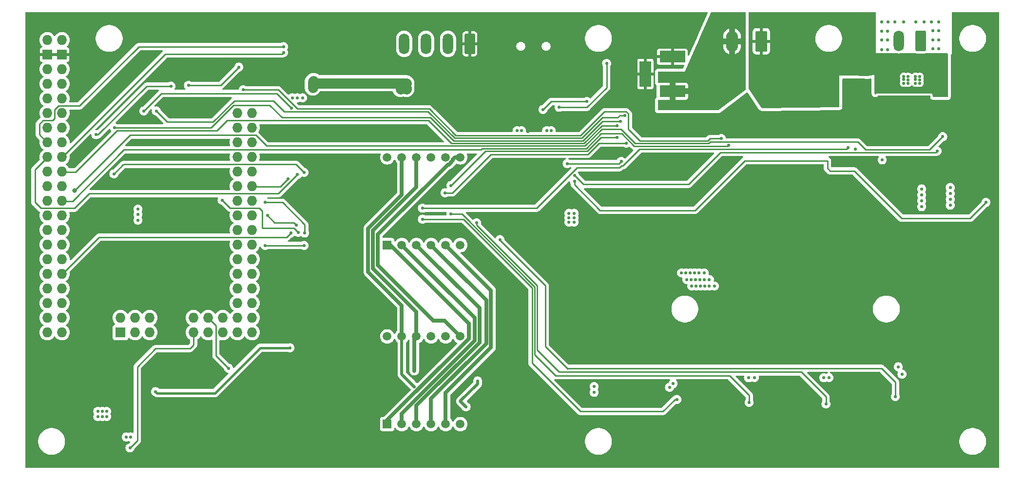
<source format=gbr>
%TF.GenerationSoftware,KiCad,Pcbnew,8.0.3*%
%TF.CreationDate,2024-08-04T18:58:25-04:00*%
%TF.ProjectId,UMTK,554d544b-2e6b-4696-9361-645f70636258,rev?*%
%TF.SameCoordinates,Original*%
%TF.FileFunction,Copper,L4,Bot*%
%TF.FilePolarity,Positive*%
%FSLAX46Y46*%
G04 Gerber Fmt 4.6, Leading zero omitted, Abs format (unit mm)*
G04 Created by KiCad (PCBNEW 8.0.3) date 2024-08-04 18:58:25*
%MOMM*%
%LPD*%
G01*
G04 APERTURE LIST*
G04 Aperture macros list*
%AMRoundRect*
0 Rectangle with rounded corners*
0 $1 Rounding radius*
0 $2 $3 $4 $5 $6 $7 $8 $9 X,Y pos of 4 corners*
0 Add a 4 corners polygon primitive as box body*
4,1,4,$2,$3,$4,$5,$6,$7,$8,$9,$2,$3,0*
0 Add four circle primitives for the rounded corners*
1,1,$1+$1,$2,$3*
1,1,$1+$1,$4,$5*
1,1,$1+$1,$6,$7*
1,1,$1+$1,$8,$9*
0 Add four rect primitives between the rounded corners*
20,1,$1+$1,$2,$3,$4,$5,0*
20,1,$1+$1,$4,$5,$6,$7,0*
20,1,$1+$1,$6,$7,$8,$9,0*
20,1,$1+$1,$8,$9,$2,$3,0*%
G04 Aperture macros list end*
%TA.AperFunction,ComponentPad*%
%ADD10RoundRect,0.250000X0.650000X1.550000X-0.650000X1.550000X-0.650000X-1.550000X0.650000X-1.550000X0*%
%TD*%
%TA.AperFunction,ComponentPad*%
%ADD11O,1.800000X3.600000*%
%TD*%
%TA.AperFunction,ComponentPad*%
%ADD12R,4.500000X2.000000*%
%TD*%
%TA.AperFunction,ComponentPad*%
%ADD13R,2.000000X4.500000*%
%TD*%
%TA.AperFunction,ComponentPad*%
%ADD14R,1.500000X1.500000*%
%TD*%
%TA.AperFunction,ComponentPad*%
%ADD15C,1.500000*%
%TD*%
%TA.AperFunction,HeatsinkPad*%
%ADD16C,0.600000*%
%TD*%
%TA.AperFunction,HeatsinkPad*%
%ADD17R,7.100000X3.200000*%
%TD*%
%TA.AperFunction,ComponentPad*%
%ADD18O,1.727200X1.727200*%
%TD*%
%TA.AperFunction,ComponentPad*%
%ADD19R,1.727200X1.727200*%
%TD*%
%TA.AperFunction,ComponentPad*%
%ADD20RoundRect,0.249999X0.790001X1.550001X-0.790001X1.550001X-0.790001X-1.550001X0.790001X-1.550001X0*%
%TD*%
%TA.AperFunction,ComponentPad*%
%ADD21O,2.080000X3.600000*%
%TD*%
%TA.AperFunction,ViaPad*%
%ADD22C,0.560000*%
%TD*%
%TA.AperFunction,ViaPad*%
%ADD23C,0.800000*%
%TD*%
%TA.AperFunction,Conductor*%
%ADD24C,0.254000*%
%TD*%
%TA.AperFunction,Conductor*%
%ADD25C,1.778000*%
%TD*%
%TA.AperFunction,Conductor*%
%ADD26C,0.635000*%
%TD*%
%TA.AperFunction,Conductor*%
%ADD27C,0.508000*%
%TD*%
%TA.AperFunction,Conductor*%
%ADD28C,0.381000*%
%TD*%
G04 APERTURE END LIST*
D10*
%TO.P,J1,1,Pin_1*%
%TO.N,/MotorDriver/VM-*%
X175967000Y-25411500D03*
D11*
%TO.P,J1,2,Pin_2*%
%TO.N,/MotorDriver/VM+*%
X172157000Y-25411500D03*
%TD*%
D12*
%TO.P,J5,1,1*%
%TO.N,+12V*%
X132839133Y-34176000D03*
%TO.P,J5,2,2*%
%TO.N,GND*%
X132839133Y-28176000D03*
D13*
%TO.P,J5,3,3*%
X128139133Y-31176000D03*
%TD*%
D14*
%TO.P,U8,1,e*%
%TO.N,Net-(U6-SEG_E)*%
X83300000Y-60885000D03*
D15*
%TO.P,U8,2,d*%
%TO.N,Net-(U6-SEG_D)*%
X85840000Y-60885000D03*
%TO.P,U8,3,DPX*%
%TO.N,Net-(U6-SEG_DP)*%
X88380000Y-60885000D03*
%TO.P,U8,4,c*%
%TO.N,Net-(U6-SEG_C)*%
X90920000Y-60885000D03*
%TO.P,U8,5,g*%
%TO.N,Net-(U6-SEG_G)*%
X93460000Y-60885000D03*
%TO.P,U8,6,CA4*%
%TO.N,Net-(U6-DIG_3)*%
X96000000Y-60885000D03*
%TO.P,U8,7,b*%
%TO.N,Net-(U6-SEG_B)*%
X96000000Y-45645000D03*
%TO.P,U8,8,CA3*%
%TO.N,Net-(U6-DIG_2)*%
X93460000Y-45645000D03*
%TO.P,U8,9,CA2*%
%TO.N,Net-(U6-DIG_1)*%
X90920000Y-45645000D03*
%TO.P,U8,10,f*%
%TO.N,Net-(U6-SEG_F)*%
X88380000Y-45645000D03*
%TO.P,U8,11,a*%
%TO.N,Net-(U6-SEG_A)*%
X85840000Y-45645000D03*
%TO.P,U8,12,CA1*%
%TO.N,Net-(U6-DIG_0)*%
X83300000Y-45645000D03*
%TD*%
D16*
%TO.P,U1,25,EP*%
%TO.N,GND*%
X169889000Y-38559500D03*
X171189000Y-38559500D03*
X172489000Y-38559500D03*
X173789000Y-38559500D03*
X175089000Y-38559500D03*
X176389000Y-38559500D03*
X169889000Y-37259500D03*
X171189000Y-37259500D03*
X172489000Y-37259500D03*
D17*
X173139000Y-37259500D03*
D16*
X173789000Y-37259500D03*
X175089000Y-37259500D03*
X176389000Y-37259500D03*
X169889000Y-35959500D03*
X171189000Y-35959500D03*
X172489000Y-35959500D03*
X173789000Y-35959500D03*
X175089000Y-35959500D03*
X176389000Y-35959500D03*
%TD*%
D18*
%TO.P,A2,3V31,3.3V*%
%TO.N,unconnected-(A2-3.3V-Pad3V31)*%
X26797000Y-32893000D03*
%TO.P,A2,3V32,3.3V*%
%TO.N,unconnected-(A2-3.3V-Pad3V32)*%
X24257000Y-32893000D03*
%TO.P,A2,5V1,5V*%
%TO.N,+5V*%
X26797000Y-30353000D03*
%TO.P,A2,5V2,SPI_5V*%
%TO.N,unconnected-(A2-SPI_5V-Pad5V2)*%
X42037000Y-76073000D03*
%TO.P,A2,5V3,5V*%
%TO.N,+5V*%
X24257000Y-30353000D03*
%TO.P,A2,A0,A0*%
%TO.N,/Arduino/Vin_Sense*%
X59817000Y-37973000D03*
%TO.P,A2,A1,A1*%
%TO.N,/Arduino/VM_Sense*%
X57277000Y-37973000D03*
%TO.P,A2,A2,A2*%
%TO.N,/Arduino/MOT_SENSE1*%
X59817000Y-40513000D03*
%TO.P,A2,A3,A3*%
%TO.N,/Arduino/MOT_SENSE2*%
X57277000Y-40513000D03*
%TO.P,A2,A4,A4*%
%TO.N,unconnected-(A2-PadA4)*%
X59817000Y-43053000D03*
%TO.P,A2,A5,A5*%
%TO.N,unconnected-(A2-PadA5)*%
X57277000Y-43053000D03*
%TO.P,A2,A6,A6*%
%TO.N,unconnected-(A2-PadA6)*%
X59817000Y-45593000D03*
%TO.P,A2,A7,A7*%
%TO.N,unconnected-(A2-PadA7)*%
X57277000Y-45593000D03*
%TO.P,A2,A8,A8*%
%TO.N,/Arduino/SW_1*%
X59817000Y-48133000D03*
%TO.P,A2,A9,A9*%
%TO.N,/Arduino/SW_2*%
X57277000Y-48133000D03*
%TO.P,A2,A10,A10*%
%TO.N,/Arduino/SW_3*%
X59817000Y-50673000D03*
%TO.P,A2,A11,A11*%
%TO.N,/Arduino/SW_4*%
X57277000Y-50673000D03*
%TO.P,A2,A12,A12*%
%TO.N,/Arduino/SW_5*%
X59817000Y-53213000D03*
%TO.P,A2,A13,A13*%
%TO.N,unconnected-(A2-PadA13)*%
X57277000Y-53213000D03*
%TO.P,A2,A14,A14*%
%TO.N,unconnected-(A2-PadA14)*%
X59817000Y-55753000D03*
%TO.P,A2,A15,A15*%
%TO.N,unconnected-(A2-PadA15)*%
X57277000Y-55753000D03*
%TO.P,A2,AREF,AREF*%
%TO.N,unconnected-(A2-PadAREF)*%
X26797000Y-35433000D03*
%TO.P,A2,D0,D0/RX0*%
%TO.N,unconnected-(A2-D0{slash}RX0-PadD0)*%
X26797000Y-37973000D03*
%TO.P,A2,D1,D1/TX0*%
%TO.N,unconnected-(A2-D1{slash}TX0-PadD1)*%
X24257000Y-37973000D03*
%TO.P,A2,D2,D2_INT0*%
%TO.N,unconnected-(A2-D2_INT0-PadD2)*%
X26797000Y-40513000D03*
%TO.P,A2,D3,D3_INT1*%
%TO.N,/Arduino/SLIDE_CLK*%
X24257000Y-40513000D03*
%TO.P,A2,D4,D4*%
%TO.N,/Arduino/SLIDE_DAT*%
X26797000Y-43053000D03*
%TO.P,A2,D5,D5*%
%TO.N,/Arduino/LC_SCK*%
X24257000Y-43053000D03*
%TO.P,A2,D6,D6*%
%TO.N,/Arduino/LC_DT*%
X26797000Y-45593000D03*
%TO.P,A2,D7,D7*%
%TO.N,/Arduino/MOT_DISABLE*%
X24257000Y-45593000D03*
%TO.P,A2,D8,D8*%
%TO.N,/Arduino/MOT_EN_IN1*%
X26797000Y-48133000D03*
%TO.P,A2,D9,D9*%
%TO.N,/Arduino/MOT_PH_IN2*%
X24257000Y-48133000D03*
%TO.P,A2,D10,D10*%
%TO.N,/Arduino/MOT_nITRIP*%
X26797000Y-50673000D03*
%TO.P,A2,D11,D11*%
%TO.N,/Arduino/MOT_nOL*%
X24257000Y-50673000D03*
%TO.P,A2,D12,D12*%
%TO.N,/Arduino/MOT_nFAULT*%
X26797000Y-53213000D03*
%TO.P,A2,D13,D13*%
%TO.N,unconnected-(A2-PadD13)*%
X24257000Y-53213000D03*
%TO.P,A2,D14,D14/TX3*%
%TO.N,/Arduino/MOT_nSLEEP*%
X26797000Y-55753000D03*
%TO.P,A2,D15,D15/RX3*%
%TO.N,unconnected-(A2-D15{slash}RX3-PadD15)*%
X24257000Y-55753000D03*
%TO.P,A2,D16,D16/TX2*%
%TO.N,unconnected-(A2-D16{slash}TX2-PadD16)*%
X26797000Y-58293000D03*
%TO.P,A2,D17,D17/RX2*%
%TO.N,unconnected-(A2-D17{slash}RX2-PadD17)*%
X24257000Y-58293000D03*
%TO.P,A2,D18,D18/TX1*%
%TO.N,unconnected-(A2-D18{slash}TX1-PadD18)*%
X26797000Y-60833000D03*
%TO.P,A2,D19,D19/RX1*%
%TO.N,unconnected-(A2-D19{slash}RX1-PadD19)*%
X24257000Y-60833000D03*
%TO.P,A2,D20,D20/SDA*%
%TO.N,unconnected-(A2-D20{slash}SDA-PadD20)*%
X26797000Y-63373000D03*
%TO.P,A2,D21,D21/SCL*%
%TO.N,unconnected-(A2-D21{slash}SCL-PadD21)*%
X24257000Y-63373000D03*
%TO.P,A2,D22,D22*%
%TO.N,/Arduino/MOT_MODE*%
X26797000Y-65913000D03*
%TO.P,A2,D23,D23*%
%TO.N,/Arduino/SLIDE_CLK_DIR*%
X24257000Y-65913000D03*
%TO.P,A2,D24,D24*%
%TO.N,/Arduino/SLIDE_DAT_DIR*%
X26797000Y-68453000D03*
%TO.P,A2,D25,D25*%
%TO.N,/Arduino/LC_RATE*%
X24257000Y-68453000D03*
%TO.P,A2,D26,D26*%
%TO.N,/7Seg_Display/CS*%
X26797000Y-70993000D03*
%TO.P,A2,D27,D27*%
%TO.N,unconnected-(A2-PadD27)*%
X24257000Y-70993000D03*
%TO.P,A2,D28,D28*%
%TO.N,unconnected-(A2-PadD28)*%
X26797000Y-73533000D03*
%TO.P,A2,D29,D29*%
%TO.N,unconnected-(A2-PadD29)*%
X24257000Y-73533000D03*
%TO.P,A2,D30,D30*%
%TO.N,unconnected-(A2-PadD30)*%
X26797000Y-76073000D03*
%TO.P,A2,D31,D31*%
%TO.N,unconnected-(A2-PadD31)*%
X24257000Y-76073000D03*
%TO.P,A2,D32,D32*%
%TO.N,unconnected-(A2-PadD32)*%
X59817000Y-58293000D03*
%TO.P,A2,D33,D33*%
%TO.N,unconnected-(A2-PadD33)*%
X57277000Y-58293000D03*
%TO.P,A2,D34,D34*%
%TO.N,unconnected-(A2-PadD34)*%
X59817000Y-60833000D03*
%TO.P,A2,D35,D35*%
%TO.N,unconnected-(A2-PadD35)*%
X57277000Y-60833000D03*
%TO.P,A2,D36,D36*%
%TO.N,unconnected-(A2-PadD36)*%
X59817000Y-63373000D03*
%TO.P,A2,D37,D37*%
%TO.N,unconnected-(A2-PadD37)*%
X57277000Y-63373000D03*
%TO.P,A2,D38,D38*%
%TO.N,unconnected-(A2-PadD38)*%
X59817000Y-65913000D03*
%TO.P,A2,D39,D39*%
%TO.N,unconnected-(A2-PadD39)*%
X57277000Y-65913000D03*
%TO.P,A2,D40,D40*%
%TO.N,unconnected-(A2-PadD40)*%
X59817000Y-68453000D03*
%TO.P,A2,D41,D41*%
%TO.N,unconnected-(A2-PadD41)*%
X57277000Y-68453000D03*
%TO.P,A2,D42,D42*%
%TO.N,unconnected-(A2-PadD42)*%
X59817000Y-70993000D03*
%TO.P,A2,D43,D43*%
%TO.N,unconnected-(A2-PadD43)*%
X57277000Y-70993000D03*
%TO.P,A2,D44,D44*%
%TO.N,unconnected-(A2-PadD44)*%
X59817000Y-73533000D03*
%TO.P,A2,D45,D45*%
%TO.N,unconnected-(A2-PadD45)*%
X57277000Y-73533000D03*
%TO.P,A2,D46,D46*%
%TO.N,unconnected-(A2-PadD46)*%
X59817000Y-76073000D03*
%TO.P,A2,D47,D47*%
%TO.N,unconnected-(A2-PadD47)*%
X57277000Y-76073000D03*
%TO.P,A2,D48,D48*%
%TO.N,unconnected-(A2-PadD48)*%
X54737000Y-76073000D03*
%TO.P,A2,D49,D49*%
%TO.N,unconnected-(A2-PadD49)*%
X54737000Y-73533000D03*
%TO.P,A2,D50,D50_MISO*%
%TO.N,unconnected-(A2-D50_MISO-PadD50)*%
X52197000Y-76073000D03*
%TO.P,A2,D51,D51_MOSI*%
%TO.N,/7Seg_Display/DIN*%
X52197000Y-73533000D03*
%TO.P,A2,D52,D52_SCK*%
%TO.N,/7Seg_Display/CLK*%
X49657000Y-76073000D03*
%TO.P,A2,D53,D53_CS*%
%TO.N,unconnected-(A2-D53_CS-PadD53)*%
X49657000Y-73533000D03*
D19*
%TO.P,A2,GND1,GND*%
%TO.N,GND*%
X26797000Y-27813000D03*
%TO.P,A2,GND2,GND*%
X24257000Y-27813000D03*
%TO.P,A2,GND4,SPI_GND*%
%TO.N,unconnected-(A2-SPI_GND-PadGND4)*%
X36957000Y-76073000D03*
D18*
%TO.P,A2,MISO,SPI_MISO*%
%TO.N,unconnected-(A2-SPI_MISO-PadMISO)*%
X42037000Y-73533000D03*
%TO.P,A2,MOSI,SPI_MOSI*%
%TO.N,unconnected-(A2-SPI_MOSI-PadMOSI)*%
X39497000Y-76073000D03*
%TO.P,A2,RST1,RESET*%
%TO.N,unconnected-(A2-RESET-PadRST1)*%
X24257000Y-35433000D03*
%TO.P,A2,RST2,SPI_RESET*%
%TO.N,unconnected-(A2-SPI_RESET-PadRST2)*%
X36957000Y-73533000D03*
%TO.P,A2,SCK,SPI_SCK*%
%TO.N,unconnected-(A2-SPI_SCK-PadSCK)*%
X39497000Y-73533000D03*
%TO.P,A2,VIN1,VIN*%
%TO.N,unconnected-(A2-VIN-PadVIN1)*%
X26797000Y-25273000D03*
%TO.P,A2,VIN2,VIN*%
%TO.N,unconnected-(A2-VIN-PadVIN2)*%
X24257000Y-25273000D03*
%TD*%
D10*
%TO.P,J3,1,1*%
%TO.N,GND*%
X97660000Y-25932500D03*
D11*
%TO.P,J3,2,2*%
%TO.N,/HX711/LCS+*%
X93850000Y-25932500D03*
%TO.P,J3,3,3*%
%TO.N,/HX711/LCS-*%
X90040000Y-25932500D03*
%TO.P,J3,4,4*%
%TO.N,/HX711/LCE+*%
X86230000Y-25932500D03*
%TD*%
D20*
%TO.P,J2,1,Pin_1*%
%TO.N,VMOTOR*%
X148281000Y-25487700D03*
D21*
%TO.P,J2,2,Pin_2*%
%TO.N,+12V*%
X143201000Y-25487700D03*
%TD*%
D14*
%TO.P,U7,1,e*%
%TO.N,Net-(U6-SEG_E)*%
X83300000Y-92000000D03*
D15*
%TO.P,U7,2,d*%
%TO.N,Net-(U6-SEG_D)*%
X85840000Y-92000000D03*
%TO.P,U7,3,DPX*%
%TO.N,Net-(U6-SEG_DP)*%
X88380000Y-92000000D03*
%TO.P,U7,4,c*%
%TO.N,Net-(U6-SEG_C)*%
X90920000Y-92000000D03*
%TO.P,U7,5,g*%
%TO.N,Net-(U6-SEG_G)*%
X93460000Y-92000000D03*
%TO.P,U7,6,CA4*%
%TO.N,Net-(U6-DIG_7)*%
X96000000Y-92000000D03*
%TO.P,U7,7,b*%
%TO.N,Net-(U6-SEG_B)*%
X96000000Y-76760000D03*
%TO.P,U7,8,CA3*%
%TO.N,Net-(U6-DIG_6)*%
X93460000Y-76760000D03*
%TO.P,U7,9,CA2*%
%TO.N,Net-(U6-DIG_5)*%
X90920000Y-76760000D03*
%TO.P,U7,10,f*%
%TO.N,Net-(U6-SEG_F)*%
X88380000Y-76760000D03*
%TO.P,U7,11,a*%
%TO.N,Net-(U6-SEG_A)*%
X85840000Y-76760000D03*
%TO.P,U7,12,CA1*%
%TO.N,Net-(U6-DIG_4)*%
X83300000Y-76760000D03*
%TD*%
D22*
%TO.N,/Arduino/VM_Sense*%
X141325600Y-42375000D03*
X58293000Y-33909000D03*
%TO.N,/7Seg_Display/DIN*%
X55753000Y-82296000D03*
%TO.N,/Arduino/MOT_nSLEEP*%
X179806600Y-42062400D03*
D23*
X28956004Y-51434998D03*
D22*
%TO.N,GND*%
X34163000Y-34671000D03*
X66040000Y-93980000D03*
X189000000Y-84000000D03*
X82550000Y-26924000D03*
X70500000Y-29000000D03*
X60198000Y-93980000D03*
X189000000Y-93000000D03*
X189000000Y-45000000D03*
X158369000Y-50419000D03*
X105000000Y-99000000D03*
X120382000Y-76200000D03*
X51181000Y-81026000D03*
X48000000Y-99000000D03*
X30226000Y-59690000D03*
X21000000Y-30000000D03*
X45000000Y-99000000D03*
X21000000Y-99000000D03*
X163271200Y-37896800D03*
X71247000Y-76073000D03*
X114000000Y-99000000D03*
X154940000Y-74422000D03*
X121564400Y-66040000D03*
X21000000Y-45000000D03*
X162458400Y-45720000D03*
X132080000Y-24357000D03*
X123748800Y-56438800D03*
D23*
X166500000Y-88000000D03*
X183000000Y-92000000D03*
D22*
X135382000Y-76200000D03*
X106680000Y-52451000D03*
X42000000Y-99000000D03*
X27000000Y-99000000D03*
X168021000Y-57404000D03*
X125984000Y-24511000D03*
X117000000Y-21000000D03*
X36000000Y-21000000D03*
X90000000Y-21000000D03*
X189000000Y-33000000D03*
X175641000Y-59309000D03*
X21000000Y-66000000D03*
X21000000Y-93000000D03*
X24000000Y-99000000D03*
D23*
X127500000Y-92000000D03*
D22*
X31902838Y-55397838D03*
X21000000Y-21000000D03*
X78000000Y-21000000D03*
X98000000Y-22000000D03*
X163195000Y-61214000D03*
X21000000Y-60000000D03*
X185039000Y-30403800D03*
X129382000Y-76200000D03*
X123002000Y-57357000D03*
X30000000Y-99000000D03*
X44034525Y-85076940D03*
X127127000Y-35306000D03*
X42773600Y-49479200D03*
X141000000Y-99000000D03*
X181864000Y-70510400D03*
X90322400Y-81432400D03*
X189000000Y-39000000D03*
X133604000Y-23214000D03*
X54000000Y-21000000D03*
X110490000Y-58166000D03*
X186000000Y-99000000D03*
X46990000Y-36703000D03*
X189000000Y-60000000D03*
X132000000Y-21000000D03*
X51000000Y-21000000D03*
X69000000Y-99000000D03*
X105156000Y-52451000D03*
X30022800Y-66700400D03*
X139700000Y-41148000D03*
X106807000Y-31369000D03*
X132080000Y-23214000D03*
X126111000Y-27432000D03*
X126382000Y-76200000D03*
X63246000Y-28956000D03*
D23*
X127500000Y-88000000D03*
D22*
X106070400Y-89560400D03*
X182753000Y-59309000D03*
X69850000Y-93980000D03*
X125095000Y-27432000D03*
X180000000Y-99000000D03*
X132715000Y-47380000D03*
X73533000Y-66675000D03*
X128574800Y-51358800D03*
X140716000Y-40386000D03*
X118465600Y-55575200D03*
X84000000Y-99000000D03*
X43815000Y-80899000D03*
X122986800Y-56438800D03*
X182753000Y-61087000D03*
X72000000Y-21000000D03*
X80000000Y-22000000D03*
D23*
X131000000Y-92000000D03*
D22*
X81000000Y-21000000D03*
X168021000Y-55372000D03*
X92000000Y-32000000D03*
X155295600Y-38100000D03*
X99695000Y-52324000D03*
X21000000Y-78000000D03*
X117382000Y-76200000D03*
X21000000Y-87000000D03*
X21000000Y-36000000D03*
X185039000Y-32791400D03*
X163195000Y-57404000D03*
X106045000Y-31369000D03*
X52451000Y-48895000D03*
X62865000Y-45466000D03*
X118465600Y-56388000D03*
X189000000Y-81000000D03*
X39573200Y-43027600D03*
X29819600Y-44958000D03*
X156972000Y-41148000D03*
X189000000Y-36000000D03*
D23*
X170000000Y-88000000D03*
D22*
X129000000Y-21000000D03*
X174371000Y-63119000D03*
X135128000Y-23214000D03*
X108000000Y-99000000D03*
X128651000Y-49412000D03*
X51816000Y-63500000D03*
X186000000Y-43000000D03*
X129000000Y-99000000D03*
X168000000Y-99000000D03*
X144000000Y-99000000D03*
X60000000Y-21000000D03*
X94000000Y-32000000D03*
X79000000Y-22000000D03*
X156972000Y-38735000D03*
D23*
X183000000Y-88000000D03*
D22*
X150368000Y-58293000D03*
X174000000Y-99000000D03*
X57000000Y-99000000D03*
X189000000Y-42000000D03*
X21000000Y-57000000D03*
X42000000Y-21000000D03*
X81788000Y-26924000D03*
X117703600Y-56388000D03*
X122326400Y-66802000D03*
X117668000Y-57992000D03*
X155448000Y-49382000D03*
X121564400Y-67564000D03*
X67818000Y-93980000D03*
X174371000Y-59309000D03*
X118430000Y-57230000D03*
X62230000Y-72009000D03*
X51562000Y-56134000D03*
X82550000Y-27686000D03*
X93000000Y-21000000D03*
X108000000Y-21000000D03*
X46278800Y-49580800D03*
X106680000Y-51181000D03*
X30000000Y-27000000D03*
X105283000Y-31369000D03*
X115062000Y-27940000D03*
X175641000Y-63119000D03*
X68986400Y-81026000D03*
X117703600Y-55575200D03*
X189000000Y-72000000D03*
X44958000Y-80899000D03*
X155448000Y-51308000D03*
X21000000Y-48000000D03*
X78000000Y-99000000D03*
X123000000Y-99000000D03*
X50800000Y-56134000D03*
X165000000Y-99000000D03*
X102000000Y-99000000D03*
X181483000Y-59309000D03*
X21000000Y-84000000D03*
X52578000Y-63500000D03*
X158671000Y-74422000D03*
D23*
X140500000Y-92000000D03*
D22*
X122326400Y-67564000D03*
X156667200Y-51054000D03*
X70500000Y-28238000D03*
X63500000Y-82550000D03*
X46228000Y-36703000D03*
X63246000Y-29718000D03*
X147000000Y-99000000D03*
X130556000Y-23214000D03*
X123002000Y-58119000D03*
X186563000Y-30403800D03*
X156000000Y-99000000D03*
X163271200Y-35026600D03*
X27000000Y-21000000D03*
X189000000Y-21000000D03*
X122326400Y-66040000D03*
X45000000Y-24384000D03*
X189000000Y-96000000D03*
X158496000Y-49276000D03*
X21000000Y-54000000D03*
X157988000Y-38735000D03*
X181483000Y-61087000D03*
X113411000Y-41021000D03*
X84000000Y-21000000D03*
X53213000Y-48895000D03*
X165481000Y-55372000D03*
X126111000Y-31877000D03*
X21000000Y-90000000D03*
X104952800Y-78282800D03*
X39000000Y-21000000D03*
X174371000Y-61087000D03*
X105000000Y-21000000D03*
X54000000Y-24384000D03*
X29464000Y-59690000D03*
X81788000Y-27686000D03*
X62230000Y-93980000D03*
X175641000Y-61087000D03*
X132382000Y-76200000D03*
X120000000Y-99000000D03*
X84074000Y-85598000D03*
X123382000Y-76200000D03*
X93000000Y-99000000D03*
X21000000Y-81000000D03*
X75057000Y-48133000D03*
X63000000Y-21000000D03*
X90000000Y-99000000D03*
X121564400Y-66802000D03*
X126000000Y-99000000D03*
X29000000Y-55500000D03*
X30000000Y-24000000D03*
X30000000Y-30000000D03*
X42011600Y-49479200D03*
X40843200Y-35407600D03*
X21000000Y-27000000D03*
X102057200Y-65278000D03*
X163195000Y-59436000D03*
X134772400Y-49326800D03*
D23*
X140500000Y-88000000D03*
D22*
X189000000Y-78000000D03*
X145940000Y-74422000D03*
X21000000Y-33000000D03*
X163271200Y-36474400D03*
X72000000Y-99000000D03*
X120396000Y-45085000D03*
X185039000Y-33909000D03*
X164541200Y-36474400D03*
X111000000Y-21000000D03*
X164541200Y-37896800D03*
D23*
X144000000Y-88000000D03*
X131000000Y-88000000D03*
D22*
X48000000Y-24384000D03*
X189000000Y-24000000D03*
X135255000Y-25500000D03*
X125984000Y-29337000D03*
X30000000Y-21000000D03*
X134772400Y-51358800D03*
X24000000Y-21000000D03*
X134747000Y-53476000D03*
X63000000Y-99000000D03*
D23*
X179500000Y-88000000D03*
D22*
X163423600Y-67868800D03*
X96000000Y-32000000D03*
X181102000Y-70510400D03*
X54000000Y-99000000D03*
X156972000Y-39497000D03*
X117000000Y-99000000D03*
X148336000Y-58293000D03*
X33000000Y-21000000D03*
X59690000Y-82550000D03*
X156972000Y-40386000D03*
X164185600Y-67868800D03*
X189000000Y-69000000D03*
X96000000Y-21000000D03*
X69000000Y-21000000D03*
X142494000Y-58293000D03*
X128651000Y-47380000D03*
X115062000Y-28702000D03*
X181483000Y-63119000D03*
X182753000Y-63119000D03*
X98933000Y-52324000D03*
X127050800Y-27432000D03*
X60000000Y-99000000D03*
X153000000Y-99000000D03*
X186563000Y-31673800D03*
X148940000Y-74422000D03*
X62230000Y-69009000D03*
X186563000Y-32791400D03*
X189000000Y-66000000D03*
X159000000Y-99000000D03*
X99060000Y-40640000D03*
D23*
X153500000Y-92000000D03*
D22*
X189000000Y-54000000D03*
X64008000Y-93980000D03*
X33401000Y-34671000D03*
X125095000Y-29337000D03*
D23*
X144000000Y-92000000D03*
D22*
X184353200Y-43027600D03*
X39000000Y-99000000D03*
X87000000Y-99000000D03*
X110490000Y-56896000D03*
X126000000Y-21000000D03*
X31750000Y-57277000D03*
X29464000Y-40640000D03*
X96000000Y-99000000D03*
X115062000Y-29464000D03*
D23*
X166500000Y-92000000D03*
D22*
X115062000Y-30226000D03*
X166116000Y-46101000D03*
X21000000Y-51000000D03*
X101295200Y-65278000D03*
X36000000Y-99000000D03*
X177292000Y-46990000D03*
X128778000Y-25908000D03*
X66000000Y-21000000D03*
X45000000Y-21000000D03*
X21000000Y-63000000D03*
X78359000Y-29464000D03*
X185039000Y-31673800D03*
X134747000Y-47380000D03*
X123000000Y-21000000D03*
X120000000Y-21000000D03*
X21000000Y-24000000D03*
X105714800Y-78282800D03*
X189000000Y-75000000D03*
X125222000Y-24511000D03*
D23*
X157000000Y-88000000D03*
D22*
X99000000Y-21000000D03*
X107696000Y-41148000D03*
X183000000Y-99000000D03*
X189000000Y-27000000D03*
X40386000Y-67818000D03*
X150000000Y-99000000D03*
X157988000Y-40386000D03*
X130556000Y-24357000D03*
X50165000Y-84963000D03*
D23*
X179500000Y-92000000D03*
D22*
X189000000Y-63000000D03*
X134874000Y-41198800D03*
X42000000Y-24384000D03*
X21000000Y-69000000D03*
X165481000Y-59436000D03*
X189000000Y-48000000D03*
X135000000Y-99000000D03*
X186000000Y-41000000D03*
X30784800Y-66700400D03*
D23*
X153500000Y-88000000D03*
D22*
X62230000Y-66009000D03*
X33000000Y-99000000D03*
X21000000Y-42000000D03*
X112014000Y-56896000D03*
X87000000Y-21000000D03*
X168021000Y-59436000D03*
X157988000Y-41148000D03*
X123764000Y-58119000D03*
X74295000Y-66675000D03*
X21000000Y-39000000D03*
X64516000Y-28956000D03*
X38811200Y-43027600D03*
X144526000Y-58293000D03*
X81000000Y-99000000D03*
X132000000Y-99000000D03*
X41605200Y-35407600D03*
X83312000Y-85598000D03*
X125095000Y-31877000D03*
D23*
X157000000Y-92000000D03*
D22*
X162000000Y-99000000D03*
X177000000Y-99000000D03*
X119888000Y-37211000D03*
X189000000Y-90000000D03*
X189000000Y-30000000D03*
X75000000Y-21000000D03*
X175514000Y-47752000D03*
X151940000Y-74422000D03*
X99000000Y-99000000D03*
X106832400Y-89560400D03*
X51000000Y-99000000D03*
X127635000Y-25908000D03*
X138000000Y-99000000D03*
X123764000Y-57357000D03*
X68224400Y-81026000D03*
X91084400Y-81432400D03*
X21000000Y-96000000D03*
X135000000Y-21000000D03*
X145034000Y-41148000D03*
X103632000Y-40640000D03*
X184353200Y-40894000D03*
X133604000Y-24357000D03*
X90000000Y-32000000D03*
X57000000Y-21000000D03*
X70618060Y-76166476D03*
X161671000Y-74422000D03*
X189000000Y-51000000D03*
X21000000Y-75000000D03*
X155448000Y-48006000D03*
X189000000Y-87000000D03*
X75000000Y-99000000D03*
X133731000Y-25500000D03*
X127558800Y-41198800D03*
X64516000Y-29718000D03*
X47040800Y-49580800D03*
X51000000Y-24384000D03*
X111000000Y-99000000D03*
X66000000Y-99000000D03*
X157988000Y-39497000D03*
X132207000Y-25500000D03*
X117668000Y-57230000D03*
X114000000Y-21000000D03*
X112014000Y-58166000D03*
X31750000Y-53213000D03*
X130683000Y-47380000D03*
X189000000Y-57000000D03*
X163195000Y-55372000D03*
X189000000Y-99000000D03*
X105156000Y-51181000D03*
X57000000Y-24384000D03*
X128143000Y-27432000D03*
X48000000Y-21000000D03*
X21000000Y-72000000D03*
X165481000Y-61214000D03*
X154279600Y-38100000D03*
X130683000Y-25500000D03*
X102000000Y-21000000D03*
X186563000Y-33909000D03*
X79550000Y-40386000D03*
X164033200Y-46431200D03*
X171000000Y-99000000D03*
X50165000Y-81026000D03*
D23*
X170000000Y-92000000D03*
D22*
X164541200Y-35026600D03*
X135128000Y-24357000D03*
X41148000Y-67818000D03*
X165481000Y-57404000D03*
X75819000Y-48133000D03*
X118430000Y-57992000D03*
X168021000Y-61214000D03*
%TO.N,/7Seg_Display/CLK*%
X38608000Y-96139000D03*
%TO.N,/Arduino/LC_SCK*%
X65278000Y-26416000D03*
%TO.N,/Arduino/MOT_nOL*%
X123825000Y-39370000D03*
X35941000Y-40513000D03*
%TO.N,+5V*%
X135204200Y-65735200D03*
X172720000Y-83312000D03*
X85598000Y-33782000D03*
X40004000Y-55550000D03*
X136855200Y-66878200D03*
X132334000Y-85598000D03*
X138379200Y-66878200D03*
X33782000Y-90678000D03*
X85598000Y-32766000D03*
X34544000Y-90678000D03*
X115773200Y-56896000D03*
X146050000Y-83947000D03*
X135966200Y-65735200D03*
X134442200Y-65735200D03*
X138506200Y-68021200D03*
X114884200Y-56896000D03*
X115773200Y-56134000D03*
X86614000Y-32766000D03*
X70358000Y-32004000D03*
X135331200Y-66878200D03*
X115773200Y-55372000D03*
X139268200Y-68021200D03*
X136728200Y-65735200D03*
X37973000Y-94234000D03*
X68580000Y-35306000D03*
X114884200Y-55372000D03*
X105854500Y-41021000D03*
X132969000Y-84962996D03*
X138379200Y-65735200D03*
X164592000Y-44196000D03*
X159131000Y-83947000D03*
X147066000Y-83907000D03*
X40004000Y-54661000D03*
X119253000Y-86487000D03*
X40004000Y-56566000D03*
X169291000Y-46101000D03*
X33020000Y-89789000D03*
X114884200Y-56134000D03*
X33020000Y-90678000D03*
X160020000Y-83907000D03*
X137617200Y-66878200D03*
X34544000Y-89789000D03*
X111760000Y-41021000D03*
X67691000Y-35306000D03*
X70358000Y-33528000D03*
X119253000Y-85471000D03*
X66802000Y-35306000D03*
X136220200Y-68021200D03*
X38735000Y-94234000D03*
X136093200Y-66878200D03*
X106616500Y-41021000D03*
X139268200Y-66878200D03*
X86614000Y-33782000D03*
X172085000Y-82042000D03*
X70358000Y-32766000D03*
X137744200Y-68021200D03*
X33782000Y-89789000D03*
X140157200Y-68021200D03*
X137490200Y-65735200D03*
X110998000Y-41021000D03*
X136982200Y-68021200D03*
%TO.N,/Arduino/MOT_SENSE1*%
X115824000Y-48768000D03*
X178816000Y-44576998D03*
%TO.N,/Arduino/MOT_SENSE2*%
X187325000Y-53467000D03*
X115824000Y-49784000D03*
%TO.N,/Arduino/SLIDE_CLK*%
X45720000Y-33274000D03*
X32692888Y-41709888D03*
%TO.N,/Arduino/SW_4*%
X159512000Y-88479000D03*
X98806004Y-57023000D03*
X67818000Y-58674000D03*
X54610000Y-53086000D03*
%TO.N,/Arduino/LC_DT*%
X65278000Y-27432000D03*
%TO.N,/Arduino/SW_1*%
X68961000Y-58801000D03*
X62103000Y-53467000D03*
%TO.N,/Arduino/SW_2*%
X133604000Y-87717000D03*
X62484000Y-55753000D03*
X89408000Y-56388000D03*
X67555925Y-57412075D03*
%TO.N,/Arduino/MOT_nITRIP*%
X43180000Y-37592000D03*
X124587000Y-38354000D03*
%TO.N,/Arduino/MOT_MODE*%
X163355044Y-43951013D03*
X89408000Y-54483000D03*
X66548000Y-58801000D03*
%TO.N,/Arduino/LC_RATE*%
X48768000Y-33147000D03*
X57531000Y-29972000D03*
%TO.N,/Arduino/SW_5*%
X62103000Y-60960000D03*
X68834000Y-60960000D03*
X102870000Y-59944000D03*
X171577000Y-87209000D03*
%TO.N,/Arduino/Vin_Sense*%
X114554000Y-46736000D03*
X123952000Y-46355000D03*
%TO.N,/Arduino/SW_3*%
X94361000Y-55499000D03*
X146177000Y-88225000D03*
X66040000Y-49403000D03*
%TO.N,/Arduino/SLIDE_CLK_DIR*%
X41021000Y-37592000D03*
X66675000Y-37084000D03*
%TO.N,VMOTOR*%
X149145933Y-21427400D03*
X157099000Y-32131000D03*
X177800000Y-30353000D03*
X151384000Y-34417000D03*
X153035000Y-36322000D03*
X170561000Y-31242000D03*
X157988000Y-32893000D03*
X177190400Y-32004000D03*
X157607000Y-36322000D03*
X151384000Y-32131000D03*
X171958000Y-32258000D03*
X164084000Y-28448000D03*
X153797000Y-36322000D03*
X170561000Y-30353000D03*
X146859933Y-21427400D03*
X177980667Y-32750800D03*
X157988000Y-34417000D03*
X163322000Y-28448000D03*
X155321000Y-36322000D03*
X177980667Y-31242000D03*
X146859933Y-22479000D03*
X152273000Y-32893000D03*
X157988000Y-32131000D03*
X150266400Y-26126400D03*
X147955000Y-29372600D03*
X178409600Y-29667200D03*
X157099000Y-33655000D03*
X150241000Y-22479000D03*
X179222400Y-29667200D03*
X152273000Y-32131000D03*
X147955000Y-21427400D03*
X150266400Y-27178000D03*
X157099000Y-34417000D03*
X151384000Y-33655000D03*
X179120800Y-28905200D03*
X149145933Y-29372600D03*
X150241000Y-28321000D03*
X179933600Y-28905200D03*
X156845000Y-36322000D03*
X171348400Y-32258000D03*
X150241000Y-29372600D03*
X149145933Y-22479000D03*
X152273000Y-33655000D03*
X156083000Y-36322000D03*
X147955000Y-28321000D03*
X157099000Y-32893000D03*
X178612800Y-30378400D03*
X150266400Y-24094400D03*
X152273000Y-34417000D03*
X157988000Y-33655000D03*
X152273000Y-36322000D03*
X177980667Y-32004000D03*
X165608000Y-28448000D03*
X162560000Y-29464000D03*
X169900600Y-30810200D03*
X171348400Y-31511200D03*
X150266400Y-25146000D03*
X151384000Y-32893000D03*
X177190400Y-31242000D03*
X149145933Y-28321000D03*
X171348400Y-30749200D03*
X146859933Y-28321000D03*
X177190400Y-32750800D03*
X166370000Y-28448000D03*
X171958000Y-31511200D03*
X154559000Y-36322000D03*
X147955000Y-22479000D03*
X164846000Y-28448000D03*
X169926000Y-29972000D03*
X162560000Y-30988000D03*
X150241000Y-21427400D03*
X146859933Y-29372600D03*
X162560000Y-30226000D03*
%TO.N,+12V*%
X181102000Y-50891400D03*
X141271933Y-22479000D03*
X134620000Y-32054800D03*
X176149000Y-51145400D03*
X141224000Y-27178000D03*
X144018000Y-28260000D03*
X133604000Y-32054800D03*
X144018000Y-29311600D03*
X176149000Y-53177400D03*
X143637000Y-22479000D03*
X144780000Y-21427400D03*
X137058400Y-35864800D03*
X131064000Y-32054800D03*
X142367000Y-29337000D03*
X141224000Y-24094400D03*
X144780000Y-22479000D03*
X136296400Y-34594800D03*
X176149000Y-54229000D03*
X136296400Y-33578800D03*
X131064000Y-36068000D03*
X141271933Y-21427400D03*
X142367000Y-28285400D03*
X136296400Y-36880800D03*
X134620000Y-36830000D03*
X136245600Y-32207200D03*
X133604000Y-36830000D03*
X141322733Y-28260000D03*
X144957800Y-28260000D03*
X131064000Y-36830000D03*
X141224000Y-26126400D03*
X133604000Y-31292800D03*
X134620000Y-36068000D03*
X132080000Y-36830000D03*
X134620000Y-31292800D03*
X137007600Y-31191200D03*
X141224000Y-25146000D03*
X132080000Y-32054800D03*
X142494000Y-21427400D03*
X136296400Y-35864800D03*
X132080000Y-31292800D03*
X133604000Y-36068000D03*
X181102000Y-52923400D03*
X143637000Y-21427400D03*
X137007600Y-32207200D03*
X142494000Y-22479000D03*
X137058400Y-33578800D03*
X136245600Y-31191200D03*
X141322733Y-29311600D03*
X132080000Y-36068000D03*
X131064000Y-31292800D03*
X137058400Y-34594800D03*
X181102000Y-53975000D03*
X176149000Y-52197000D03*
X144957800Y-29311600D03*
X137058400Y-36880800D03*
X181102000Y-51943000D03*
%TO.N,/MotorDriver/VM+*%
X173789667Y-32766000D03*
X169164000Y-22098000D03*
X169164000Y-23749000D03*
X171450000Y-22098000D03*
X173789667Y-32160997D03*
X169164000Y-25273000D03*
X173027735Y-32152009D03*
X173027735Y-31588612D03*
X170307000Y-22098000D03*
X169164000Y-26924000D03*
X170180000Y-23749000D03*
X170180000Y-25273000D03*
X173789667Y-31597600D03*
X172974000Y-22098000D03*
X173027667Y-32766000D03*
X170180000Y-26924000D03*
%TO.N,/MotorDriver/VM-*%
X175059735Y-32152009D03*
X175059667Y-32766000D03*
X175133000Y-22098000D03*
X178054000Y-23622000D03*
X175821667Y-32766000D03*
X176530000Y-22098000D03*
X179070000Y-23622000D03*
X175059735Y-31588612D03*
X179070000Y-26797000D03*
X178054000Y-25273000D03*
X177800000Y-22098000D03*
X179070000Y-25273000D03*
X178054000Y-26797000D03*
X175821667Y-31597600D03*
X179070000Y-22098000D03*
X175821667Y-32160997D03*
%TO.N,/Linear Slide/_SLIDE_DAT_*%
X121412000Y-29337000D03*
X113157000Y-36957000D03*
%TO.N,Net-(U6-SEG_A)*%
X87500000Y-85000000D03*
X87000000Y-84500000D03*
X88000000Y-85500000D03*
%TO.N,Net-(U6-DIG_5)*%
X43053000Y-86360006D03*
X66421000Y-78740000D03*
%TO.N,Net-(U6-SEG_F)*%
X88000000Y-81000000D03*
X88000000Y-82730003D03*
X88000000Y-82000000D03*
%TO.N,Net-(U6-SEG_B)*%
X99000000Y-84500000D03*
X97000000Y-89000000D03*
%TO.N,/Arduino/MOT_DISABLE*%
X93345000Y-51816000D03*
X124841000Y-43180000D03*
X67691000Y-48641000D03*
%TO.N,/Arduino/MOT_PH_IN2*%
X68834000Y-48260000D03*
X123190000Y-42164000D03*
X35814000Y-48514000D03*
X94361000Y-50546000D03*
%TO.N,/Arduino/MOT_nFAULT*%
X142595600Y-43589000D03*
%TO.N,/Arduino/MOT_EN_IN1*%
X123190000Y-40132000D03*
%TO.N,/Linear Slide/_SLIDE_CLK_*%
X117983000Y-35941000D03*
X110363000Y-37338000D03*
%TD*%
D24*
%TO.N,/Arduino/VM_Sense*%
X127209600Y-42780000D02*
X125194000Y-40764400D01*
X124838428Y-37747000D02*
X121017136Y-37747000D01*
X67686428Y-37237000D02*
X64358428Y-33909000D01*
X95207105Y-41853000D02*
X90591105Y-37237000D01*
X90591105Y-37237000D02*
X67686428Y-37237000D01*
X141325600Y-42375000D02*
X139393801Y-42375000D01*
X138988801Y-42780000D02*
X127209600Y-42780000D01*
X64358428Y-33909000D02*
X58293000Y-33909000D01*
X121017136Y-37747000D02*
X116911136Y-41853000D01*
X116911136Y-41853000D02*
X95207105Y-41853000D01*
X139393801Y-42375000D02*
X138988801Y-42780000D01*
X125194000Y-40764400D02*
X125194000Y-38102572D01*
X125194000Y-38102572D02*
X124838428Y-37747000D01*
%TO.N,/7Seg_Display/DIN*%
X53546400Y-74882400D02*
X52197000Y-73533000D01*
X55753000Y-82296000D02*
X53546400Y-80089400D01*
X53546400Y-80089400D02*
X53546400Y-74882400D01*
%TO.N,/Arduino/MOT_nSLEEP*%
X139176853Y-43234000D02*
X139428853Y-42982000D01*
X62338000Y-43669000D02*
X60452000Y-41783000D01*
X123897909Y-40736428D02*
X126395481Y-43234000D01*
X177517400Y-44351600D02*
X179806600Y-42062400D01*
X120593344Y-40739000D02*
X117663344Y-43669000D01*
X123444000Y-40736428D02*
X123897909Y-40736428D01*
X165049200Y-42982000D02*
X166418800Y-44351600D01*
X117663344Y-43669000D02*
X62338000Y-43669000D01*
X139428853Y-42982000D02*
X165049200Y-42982000D01*
X60452000Y-41783000D02*
X38608002Y-41783000D01*
X166418800Y-44351600D02*
X177517400Y-44351600D01*
X123441428Y-40739000D02*
X120593344Y-40739000D01*
X38608002Y-41783000D02*
X28956004Y-51434998D01*
X126395481Y-43234000D02*
X139176853Y-43234000D01*
%TO.N,/7Seg_Display/CLK*%
X39878000Y-82042000D02*
X43053000Y-78867000D01*
X38608000Y-96139000D02*
X39878000Y-94869000D01*
X43053000Y-78867000D02*
X49022000Y-78867000D01*
X49657000Y-78232000D02*
X49657000Y-76073000D01*
X39878000Y-94869000D02*
X39878000Y-82042000D01*
X49022000Y-78867000D02*
X49657000Y-78232000D01*
%TO.N,/Arduino/LC_SCK*%
X65278000Y-26416000D02*
X40132000Y-26416000D01*
X25527000Y-37338000D02*
X25527000Y-38862000D01*
X26162000Y-36703000D02*
X25527000Y-37338000D01*
X29845000Y-36703000D02*
X26162000Y-36703000D01*
X40132000Y-26416000D02*
X29845000Y-36703000D01*
X25527000Y-38862000D02*
X25146000Y-39243000D01*
X22860000Y-41691000D02*
X24256000Y-43087000D01*
X25146000Y-39243000D02*
X23495000Y-39243000D01*
X22860000Y-39878000D02*
X22860000Y-41691000D01*
X23495000Y-39243000D02*
X22860000Y-39878000D01*
%TO.N,/Arduino/MOT_nOL*%
X120678240Y-39370000D02*
X117287240Y-42761000D01*
X94831000Y-42761000D02*
X90805000Y-38735000D01*
X123825000Y-39370000D02*
X120678240Y-39370000D01*
X52682290Y-40513000D02*
X35941000Y-40513000D01*
X90805000Y-38735000D02*
X65024000Y-38735000D01*
X65024000Y-38735000D02*
X62865000Y-36576000D01*
X117287240Y-42761000D02*
X94831000Y-42761000D01*
X56619290Y-36576000D02*
X52682290Y-40513000D01*
X62865000Y-36576000D02*
X56619290Y-36576000D01*
D25*
%TO.N,+5V*%
X70358000Y-32766000D02*
X85598000Y-32766000D01*
X86614000Y-33528000D02*
X86614000Y-33782000D01*
X70501000Y-32369000D02*
X70358000Y-32512000D01*
X85598000Y-33782000D02*
X85852000Y-32766000D01*
X85852000Y-32766000D02*
X86614000Y-32766000D01*
X70358000Y-32512000D02*
X70358000Y-32766000D01*
X70358000Y-32766000D02*
X70358000Y-33528000D01*
D24*
%TO.N,/Arduino/MOT_SENSE1*%
X178587400Y-44805600D02*
X178816000Y-44577000D01*
X117398800Y-50342800D02*
X135636000Y-50342800D01*
X135636000Y-50342800D02*
X141173200Y-44805600D01*
X141173200Y-44805600D02*
X178587400Y-44805600D01*
X115824000Y-48768000D02*
X117398800Y-50342800D01*
%TO.N,/Arduino/MOT_SENSE2*%
X115824000Y-50393600D02*
X115824000Y-49784000D01*
X184556400Y-56235600D02*
X172669200Y-56235600D01*
X120294400Y-54864000D02*
X115824000Y-50393600D01*
X159766000Y-46228000D02*
X145389600Y-46228000D01*
X136753600Y-54864000D02*
X120294400Y-54864000D01*
X187325000Y-53467000D02*
X184556400Y-56235600D01*
X159766000Y-47548800D02*
X159766000Y-46228000D01*
X172669200Y-56235600D02*
X164439600Y-48006000D01*
X145389600Y-46228000D02*
X136753600Y-54864000D01*
X164439600Y-48006000D02*
X160223200Y-48006000D01*
X160223200Y-48006000D02*
X159766000Y-47548800D01*
%TO.N,/Arduino/SLIDE_CLK*%
X33093112Y-41709888D02*
X32692888Y-41709888D01*
X41529000Y-33274000D02*
X33093112Y-41709888D01*
X45720000Y-33274000D02*
X41529000Y-33274000D01*
%TO.N,/Arduino/SW_4*%
X98806004Y-57396951D02*
X98806004Y-57023000D01*
X109366000Y-67956947D02*
X109100052Y-67690999D01*
X61548845Y-54944845D02*
X61087000Y-54483000D01*
X159512000Y-88479000D02*
X159512000Y-87249000D01*
X61087000Y-54483000D02*
X56007000Y-54483000D01*
X109100053Y-67690999D02*
X98806004Y-57396951D01*
X109100052Y-67690999D02*
X109100053Y-67690999D01*
X56007000Y-54483000D02*
X54610000Y-53086000D01*
X67056000Y-57912000D02*
X61548845Y-57912000D01*
X61548845Y-57912000D02*
X61548845Y-54944845D01*
X109366000Y-79140000D02*
X109366000Y-67956947D01*
X159512000Y-87249000D02*
X155194000Y-82931000D01*
X113157000Y-82931000D02*
X109366000Y-79140000D01*
X155194000Y-82931000D02*
X113157000Y-82931000D01*
X67818000Y-58674000D02*
X67056000Y-57912000D01*
%TO.N,/Arduino/LC_DT*%
X44737000Y-27686000D02*
X26796000Y-45627000D01*
X65024000Y-27686000D02*
X44737000Y-27686000D01*
X65278000Y-27432000D02*
X65024000Y-27686000D01*
%TO.N,/Arduino/SW_1*%
X68961000Y-57312000D02*
X65116000Y-53467000D01*
X65116000Y-53467000D02*
X62103000Y-53467000D01*
X68961000Y-58801000D02*
X68961000Y-57312000D01*
%TO.N,/Arduino/SW_2*%
X62484000Y-55753000D02*
X63708600Y-56977600D01*
X89408000Y-56388000D02*
X96512948Y-56388000D01*
X108458000Y-81407000D02*
X116840000Y-89789000D01*
X131217276Y-89789000D02*
X133289276Y-87717000D01*
X116840000Y-89789000D02*
X131217276Y-89789000D01*
X96512948Y-56388000D02*
X108458000Y-68333052D01*
X67121450Y-56977600D02*
X67555925Y-57412075D01*
X108458000Y-68333052D02*
X108458000Y-81407000D01*
X133289276Y-87717000D02*
X133604000Y-87717000D01*
X63708600Y-56977600D02*
X67121450Y-56977600D01*
%TO.N,/Arduino/MOT_nITRIP*%
X56739237Y-35814000D02*
X53053237Y-39500000D01*
X117099188Y-42307000D02*
X95019052Y-42307000D01*
X123289000Y-38763000D02*
X120643188Y-38763000D01*
X53053237Y-39500000D02*
X45088000Y-39500000D01*
X65377000Y-37691000D02*
X63500000Y-35814000D01*
X120643188Y-38763000D02*
X117099188Y-42307000D01*
X95019052Y-42307000D02*
X90403052Y-37691000D01*
X124587000Y-38354000D02*
X123698000Y-38354000D01*
X63500000Y-35814000D02*
X56739237Y-35814000D01*
X45088000Y-39500000D02*
X43180000Y-37592000D01*
X123698000Y-38354000D02*
X123289000Y-38763000D01*
X90403052Y-37691000D02*
X65377000Y-37691000D01*
%TO.N,/Arduino/MOT_MODE*%
X89408000Y-54483000D02*
X109250572Y-54483000D01*
X123622276Y-47473000D02*
X124003276Y-47092000D01*
X33225400Y-59517600D02*
X26796000Y-65947000D01*
X116260572Y-47473000D02*
X123622276Y-47473000D01*
X124257276Y-47092000D02*
X127153276Y-44196000D01*
X124003276Y-47092000D02*
X124257276Y-47092000D01*
X65831400Y-59517600D02*
X33225400Y-59517600D01*
X127153276Y-44196000D02*
X163110057Y-44196000D01*
X163110057Y-44196000D02*
X163355044Y-43951013D01*
X109250572Y-54483000D02*
X116260572Y-47473000D01*
X66548000Y-58801000D02*
X65831400Y-59517600D01*
%TO.N,/Arduino/LC_RATE*%
X54356000Y-33147000D02*
X48768000Y-33147000D01*
X57531000Y-29972000D02*
X54356000Y-33147000D01*
%TO.N,/Arduino/SW_5*%
X114427000Y-82169000D02*
X114554000Y-82296000D01*
X68834000Y-60960000D02*
X62103000Y-60960000D01*
X102870000Y-59944000D02*
X102870000Y-60071000D01*
X114427000Y-82169000D02*
X114681000Y-82423000D01*
X169164000Y-82296000D02*
X171577000Y-84709000D01*
X102870000Y-60071000D02*
X110744000Y-67945000D01*
X114554000Y-82296000D02*
X169164000Y-82296000D01*
X110744000Y-78486000D02*
X114427000Y-82169000D01*
X110744000Y-67945000D02*
X110744000Y-78486000D01*
X171577000Y-84709000D02*
X171577000Y-87209000D01*
%TO.N,/Arduino/Vin_Sense*%
X114554000Y-46736000D02*
X123571000Y-46736000D01*
X123571000Y-46736000D02*
X123952000Y-46355000D01*
%TO.N,/Arduino/SW_3*%
X64736000Y-50707000D02*
X59816000Y-50707000D01*
X112522000Y-83566000D02*
X108912000Y-79956000D01*
X108912000Y-79956000D02*
X108912000Y-68144999D01*
X96266001Y-55499000D02*
X94361000Y-55499000D01*
X66040000Y-49403000D02*
X64736000Y-50707000D01*
X108912000Y-68144999D02*
X96266001Y-55499000D01*
X146177000Y-88225000D02*
X146177000Y-86995000D01*
X146177000Y-86995000D02*
X142748000Y-83566000D01*
X142748000Y-83566000D02*
X112522000Y-83566000D01*
%TO.N,/Arduino/SLIDE_CLK_DIR*%
X66675000Y-37084000D02*
X64135000Y-34544000D01*
X64135000Y-34544000D02*
X44069000Y-34544000D01*
X44069000Y-34544000D02*
X41021000Y-37592000D01*
%TO.N,/Linear Slide/_SLIDE_DAT_*%
X117983000Y-36957000D02*
X121412000Y-33528000D01*
X113157000Y-36957000D02*
X117983000Y-36957000D01*
X121412000Y-33528000D02*
X121412000Y-29337000D01*
D26*
%TO.N,Net-(U6-SEG_D)*%
X85840000Y-90160000D02*
X85840000Y-92000000D01*
X98500000Y-73545000D02*
X98500000Y-77500000D01*
X85840000Y-60885000D02*
X98500000Y-73545000D01*
X98500000Y-77500000D02*
X85840000Y-90160000D01*
D27*
%TO.N,Net-(U6-SEG_A)*%
X87500000Y-85000000D02*
X87000000Y-84500000D01*
X87000000Y-84500000D02*
X85840000Y-83340000D01*
X88000000Y-85500000D02*
X87500000Y-85000000D01*
D26*
X85840000Y-71362000D02*
X85840000Y-76760000D01*
X85840000Y-52160000D02*
X80000000Y-58000000D01*
D27*
X85840000Y-83340000D02*
X85840000Y-76760000D01*
D26*
X85840000Y-45645000D02*
X85840000Y-52160000D01*
X80000000Y-65522000D02*
X85840000Y-71362000D01*
X80000000Y-58000000D02*
X80000000Y-65522000D01*
D28*
%TO.N,Net-(U6-DIG_5)*%
X43306994Y-86614000D02*
X43053000Y-86360006D01*
X66421000Y-78740000D02*
X61214000Y-78740000D01*
X61214000Y-78740000D02*
X53340000Y-86614000D01*
X53340000Y-86614000D02*
X43306994Y-86614000D01*
D26*
%TO.N,Net-(U6-SEG_E)*%
X97500000Y-77127836D02*
X83300000Y-91327836D01*
X83300000Y-91327836D02*
X83300000Y-92000000D01*
X97500000Y-74500000D02*
X97500000Y-77127836D01*
X83300000Y-60885000D02*
X83885000Y-60885000D01*
X83885000Y-60885000D02*
X97500000Y-74500000D01*
%TO.N,Net-(U6-SEG_F)*%
X88000000Y-77260000D02*
X88000000Y-81000000D01*
X88380000Y-45645000D02*
X88380000Y-50839000D01*
X88380000Y-72545000D02*
X88380000Y-76760000D01*
X80835000Y-65000000D02*
X88380000Y-72545000D01*
X88000000Y-82000000D02*
X88000000Y-82730003D01*
X88380000Y-50839000D02*
X80835000Y-58384000D01*
X80835000Y-58384000D02*
X80835000Y-65000000D01*
X88000000Y-81000000D02*
X88000000Y-82000000D01*
X88380000Y-76880000D02*
X88000000Y-77260000D01*
%TO.N,Net-(U6-SEG_DP)*%
X88380000Y-88800868D02*
X88380000Y-92000000D01*
X99335000Y-77845868D02*
X88380000Y-88800868D01*
X99335000Y-71840000D02*
X99335000Y-77845868D01*
X88380000Y-60885000D02*
X99335000Y-71840000D01*
%TO.N,Net-(U6-SEG_G)*%
X101335000Y-68760000D02*
X101335000Y-78665000D01*
X93460000Y-86540000D02*
X93460000Y-92000000D01*
X101335000Y-78665000D02*
X93460000Y-86540000D01*
X93460000Y-60885000D02*
X101335000Y-68760000D01*
%TO.N,Net-(U6-SEG_B)*%
X81670000Y-59046000D02*
X93803500Y-46912500D01*
X93985016Y-46912500D02*
X94727500Y-46170016D01*
X91313000Y-74041000D02*
X81670000Y-64398000D01*
X94727500Y-46170016D02*
X94727500Y-45988500D01*
X95071000Y-45645000D02*
X96000000Y-45645000D01*
X93803500Y-46912500D02*
X93985016Y-46912500D01*
D27*
X97000000Y-89000000D02*
X96000000Y-88000000D01*
X99000000Y-85000000D02*
X99000000Y-84500000D01*
X96000000Y-88000000D02*
X99000000Y-85000000D01*
D26*
X94727500Y-45988500D02*
X95071000Y-45645000D01*
X93281000Y-74041000D02*
X91313000Y-74041000D01*
X96000000Y-76760000D02*
X93281000Y-74041000D01*
X81670000Y-64398000D02*
X81670000Y-59046000D01*
%TO.N,Net-(U6-SEG_C)*%
X100500000Y-78000000D02*
X90920000Y-87580000D01*
X100500000Y-70465000D02*
X100500000Y-78000000D01*
X90920000Y-87580000D02*
X90920000Y-92000000D01*
X90920000Y-60885000D02*
X100500000Y-70465000D01*
D24*
%TO.N,/Arduino/MOT_DISABLE*%
X94615000Y-51816000D02*
X93345000Y-51816000D01*
X101292000Y-45139000D02*
X94615000Y-51816000D01*
X67691000Y-48641000D02*
X64389000Y-51943000D01*
X120078500Y-43180000D02*
X118119500Y-45139000D01*
X64389000Y-51943000D02*
X31514724Y-51943000D01*
X118119500Y-45139000D02*
X101292000Y-45139000D01*
X31514724Y-51943000D02*
X28974724Y-54483000D01*
X22098000Y-53467000D02*
X22098000Y-47785000D01*
X124841000Y-43180000D02*
X120078500Y-43180000D01*
X28974724Y-54483000D02*
X23114000Y-54483000D01*
X22098000Y-47785000D02*
X24256000Y-45627000D01*
X23114000Y-54483000D02*
X22098000Y-53467000D01*
%TO.N,/Arduino/MOT_PH_IN2*%
X68834000Y-48260000D02*
X67437000Y-46863000D01*
X37478600Y-46976400D02*
X37351600Y-46976400D01*
X37351600Y-46976400D02*
X35814000Y-48514000D01*
X120452448Y-42164000D02*
X118039448Y-44577000D01*
X67437000Y-46863000D02*
X37592000Y-46863000D01*
X123190000Y-42164000D02*
X120452448Y-42164000D01*
X37592000Y-46863000D02*
X37478600Y-46976400D01*
X118039448Y-44577000D02*
X100330000Y-44577000D01*
X100330000Y-44577000D02*
X94361000Y-50546000D01*
%TO.N,/Arduino/MOT_nFAULT*%
X28609982Y-53247000D02*
X26796000Y-53247000D01*
X99768000Y-44123000D02*
X99568000Y-44323000D01*
X126207428Y-43688000D02*
X124076428Y-41557000D01*
X142595600Y-43589000D02*
X142442600Y-43742000D01*
X142442600Y-43742000D02*
X139042800Y-43742000D01*
X139042800Y-43742000D02*
X138988800Y-43688000D01*
X37533982Y-44323000D02*
X28609982Y-53247000D01*
X117851396Y-44123000D02*
X99768000Y-44123000D01*
X99568000Y-44323000D02*
X37533982Y-44323000D01*
X124076428Y-41557000D02*
X120417396Y-41557000D01*
X120417396Y-41557000D02*
X117851396Y-44123000D01*
X138988800Y-43688000D02*
X126207428Y-43688000D01*
%TO.N,/Arduino/MOT_EN_IN1*%
X120558292Y-40132000D02*
X117475292Y-43215000D01*
X36322000Y-41021000D02*
X29176000Y-48167000D01*
X53721000Y-41021000D02*
X36322000Y-41021000D01*
X117475292Y-43215000D02*
X94396000Y-43215000D01*
X123190000Y-40132000D02*
X120558292Y-40132000D01*
X55499000Y-39243000D02*
X53721000Y-41021000D01*
X94396000Y-43215000D02*
X90424000Y-39243000D01*
X29176000Y-48167000D02*
X26796000Y-48167000D01*
X90424000Y-39243000D02*
X55499000Y-39243000D01*
%TO.N,/Linear Slide/_SLIDE_CLK_*%
X111760000Y-35941000D02*
X117983000Y-35941000D01*
X110363000Y-37338000D02*
X111760000Y-35941000D01*
%TD*%
%TA.AperFunction,Conductor*%
%TO.N,+12V*%
G36*
X145510439Y-20420185D02*
G01*
X145556194Y-20472989D01*
X145567400Y-20524500D01*
X145567400Y-33847133D01*
X145547715Y-33914172D01*
X145517970Y-33946205D01*
X140876119Y-37440072D01*
X140810719Y-37464660D01*
X140801549Y-37465000D01*
X130426000Y-37465000D01*
X130358961Y-37445315D01*
X130313206Y-37392511D01*
X130302000Y-37341000D01*
X130302000Y-35789684D01*
X130321685Y-35722645D01*
X130374489Y-35676890D01*
X130443647Y-35666946D01*
X130469336Y-35673503D01*
X130480035Y-35677493D01*
X130540551Y-35683999D01*
X130540553Y-35684000D01*
X132331133Y-35684000D01*
X133347133Y-35684000D01*
X135137713Y-35684000D01*
X135137714Y-35683999D01*
X135198230Y-35677493D01*
X135335094Y-35626446D01*
X135335094Y-35626445D01*
X135452036Y-35538903D01*
X135539578Y-35421961D01*
X135539579Y-35421961D01*
X135590626Y-35285097D01*
X135597132Y-35224581D01*
X135597133Y-35224580D01*
X135597133Y-34684000D01*
X133347133Y-34684000D01*
X133347133Y-35684000D01*
X132331133Y-35684000D01*
X132331133Y-34676000D01*
X134154959Y-34676000D01*
X134282126Y-34641925D01*
X134396140Y-34576099D01*
X134489232Y-34483007D01*
X134555058Y-34368993D01*
X134589133Y-34241826D01*
X134589133Y-34110174D01*
X134555058Y-33983007D01*
X134489232Y-33868993D01*
X134396140Y-33775901D01*
X134282126Y-33710075D01*
X134154959Y-33676000D01*
X132331133Y-33676000D01*
X132331133Y-33668000D01*
X133347133Y-33668000D01*
X135597133Y-33668000D01*
X135597133Y-33127420D01*
X135597132Y-33127418D01*
X135590626Y-33066902D01*
X135539579Y-32930038D01*
X135452036Y-32813096D01*
X135335094Y-32725554D01*
X135335094Y-32725553D01*
X135198230Y-32674506D01*
X135137714Y-32668000D01*
X133347133Y-32668000D01*
X133347133Y-33668000D01*
X132331133Y-33668000D01*
X132331133Y-32668000D01*
X130540551Y-32668000D01*
X130480033Y-32674506D01*
X130480031Y-32674506D01*
X130469330Y-32678498D01*
X130399638Y-32683480D01*
X130338316Y-32649994D01*
X130304833Y-32588670D01*
X130302000Y-32562315D01*
X130302000Y-30858000D01*
X130321685Y-30790961D01*
X130374489Y-30745206D01*
X130426000Y-30734000D01*
X135000999Y-30734000D01*
X135001000Y-30734000D01*
X136965012Y-26369529D01*
X141653000Y-26369529D01*
X141691117Y-26610192D01*
X141766410Y-26841923D01*
X141766412Y-26841926D01*
X141877031Y-27059029D01*
X142020253Y-27256155D01*
X142192544Y-27428446D01*
X142389670Y-27571668D01*
X142606773Y-27682287D01*
X142606779Y-27682290D01*
X142692999Y-27710304D01*
X143709000Y-27710304D01*
X143795220Y-27682290D01*
X143795226Y-27682287D01*
X144012329Y-27571668D01*
X144209455Y-27428446D01*
X144381746Y-27256155D01*
X144524968Y-27059029D01*
X144635587Y-26841926D01*
X144635589Y-26841923D01*
X144710882Y-26610192D01*
X144749000Y-26369529D01*
X144749000Y-25995700D01*
X143709000Y-25995700D01*
X143709000Y-27710304D01*
X142692999Y-27710304D01*
X142693000Y-27710303D01*
X142693000Y-25995700D01*
X141653000Y-25995700D01*
X141653000Y-26369529D01*
X136965012Y-26369529D01*
X137287000Y-25654000D01*
X137389280Y-25418756D01*
X142501000Y-25418756D01*
X142501000Y-25556644D01*
X142527901Y-25691882D01*
X142580668Y-25819274D01*
X142657274Y-25933924D01*
X142754776Y-26031426D01*
X142869426Y-26108032D01*
X142996818Y-26160799D01*
X143132056Y-26187700D01*
X143269944Y-26187700D01*
X143405182Y-26160799D01*
X143532574Y-26108032D01*
X143647224Y-26031426D01*
X143744726Y-25933924D01*
X143821332Y-25819274D01*
X143874099Y-25691882D01*
X143901000Y-25556644D01*
X143901000Y-25418756D01*
X143874099Y-25283518D01*
X143821332Y-25156126D01*
X143744726Y-25041476D01*
X143682950Y-24979700D01*
X143709000Y-24979700D01*
X144749000Y-24979700D01*
X144749000Y-24605870D01*
X144710882Y-24365207D01*
X144635589Y-24133476D01*
X144635587Y-24133473D01*
X144524968Y-23916370D01*
X144381746Y-23719244D01*
X144209455Y-23546953D01*
X144012329Y-23403731D01*
X143795230Y-23293113D01*
X143709000Y-23265095D01*
X143709000Y-24979700D01*
X143682950Y-24979700D01*
X143647224Y-24943974D01*
X143532574Y-24867368D01*
X143405182Y-24814601D01*
X143269944Y-24787700D01*
X143132056Y-24787700D01*
X142996818Y-24814601D01*
X142869426Y-24867368D01*
X142754776Y-24943974D01*
X142657274Y-25041476D01*
X142580668Y-25156126D01*
X142527901Y-25283518D01*
X142501000Y-25418756D01*
X137389280Y-25418756D01*
X137742708Y-24605870D01*
X141653000Y-24605870D01*
X141653000Y-24979700D01*
X142693000Y-24979700D01*
X142693000Y-23265095D01*
X142606769Y-23293113D01*
X142389670Y-23403731D01*
X142192544Y-23546953D01*
X142020253Y-23719244D01*
X141877031Y-23916370D01*
X141766412Y-24133473D01*
X141766410Y-24133476D01*
X141691117Y-24365207D01*
X141653000Y-24605870D01*
X137742708Y-24605870D01*
X139538714Y-20475055D01*
X139583496Y-20421427D01*
X139650164Y-20400521D01*
X139652430Y-20400500D01*
X145443400Y-20400500D01*
X145510439Y-20420185D01*
G37*
%TD.AperFunction*%
%TD*%
%TA.AperFunction,Conductor*%
%TO.N,VMOTOR*%
G36*
X168179138Y-20418093D02*
G01*
X168204858Y-20462642D01*
X168206000Y-20475700D01*
X168206000Y-27569200D01*
X167944800Y-27569200D01*
X167944800Y-31369000D01*
X167767000Y-31369000D01*
X166756133Y-31495358D01*
X166745835Y-31495933D01*
X165747809Y-31483040D01*
X164777000Y-31470500D01*
X164776979Y-31470500D01*
X161872000Y-31470500D01*
X161872000Y-36857142D01*
X161854407Y-36905480D01*
X161809858Y-36931200D01*
X161797647Y-36932337D01*
X148376789Y-37083540D01*
X148328256Y-37066492D01*
X148313372Y-37050058D01*
X146085530Y-33708295D01*
X146072900Y-33666582D01*
X146072900Y-23887727D01*
X146741000Y-23887727D01*
X146741000Y-25237700D01*
X147626879Y-25237700D01*
X147607901Y-25283518D01*
X147581000Y-25418756D01*
X147581000Y-25556644D01*
X147607901Y-25691882D01*
X147626879Y-25737700D01*
X146741001Y-25737700D01*
X146741001Y-27087673D01*
X146751495Y-27190400D01*
X146806642Y-27356824D01*
X146898680Y-27506040D01*
X146898683Y-27506044D01*
X147022655Y-27630016D01*
X147022659Y-27630019D01*
X147171876Y-27722057D01*
X147171875Y-27722057D01*
X147338302Y-27777204D01*
X147338304Y-27777205D01*
X147441027Y-27787699D01*
X148031000Y-27787699D01*
X148031000Y-26141820D01*
X148076818Y-26160799D01*
X148212056Y-26187700D01*
X148349944Y-26187700D01*
X148485182Y-26160799D01*
X148531000Y-26141820D01*
X148531000Y-27787699D01*
X149120973Y-27787699D01*
X149223700Y-27777204D01*
X149390124Y-27722057D01*
X149539340Y-27630019D01*
X149539344Y-27630016D01*
X149663316Y-27506044D01*
X149663319Y-27506040D01*
X149755357Y-27356824D01*
X149810504Y-27190397D01*
X149810505Y-27190395D01*
X149821000Y-27087672D01*
X149821000Y-25737700D01*
X148935121Y-25737700D01*
X148954099Y-25691882D01*
X148981000Y-25556644D01*
X148981000Y-25418756D01*
X148954099Y-25283518D01*
X148935121Y-25237700D01*
X149820999Y-25237700D01*
X149820999Y-24847251D01*
X157669500Y-24847251D01*
X157669500Y-25152749D01*
X157709376Y-25455633D01*
X157768081Y-25674724D01*
X157788446Y-25750724D01*
X157788446Y-25750725D01*
X157905354Y-26032966D01*
X158058104Y-26297536D01*
X158244073Y-26539896D01*
X158244085Y-26539910D01*
X158460089Y-26755914D01*
X158460103Y-26755926D01*
X158702463Y-26941895D01*
X158954955Y-27087672D01*
X158967035Y-27094646D01*
X159249278Y-27211555D01*
X159544367Y-27290624D01*
X159847251Y-27330500D01*
X159847254Y-27330500D01*
X160152746Y-27330500D01*
X160152749Y-27330500D01*
X160455633Y-27290624D01*
X160750722Y-27211555D01*
X161032965Y-27094646D01*
X161297534Y-26941897D01*
X161539902Y-26755922D01*
X161755922Y-26539902D01*
X161941897Y-26297534D01*
X162094646Y-26032965D01*
X162211555Y-25750722D01*
X162290624Y-25455633D01*
X162330500Y-25152749D01*
X162330500Y-24847251D01*
X162290624Y-24544367D01*
X162211555Y-24249278D01*
X162094646Y-23967035D01*
X162048857Y-23887727D01*
X161941895Y-23702463D01*
X161755926Y-23460103D01*
X161755914Y-23460089D01*
X161539910Y-23244085D01*
X161539896Y-23244073D01*
X161297536Y-23058104D01*
X161032966Y-22905354D01*
X160750725Y-22788446D01*
X160750723Y-22788445D01*
X160750722Y-22788445D01*
X160455633Y-22709376D01*
X160152749Y-22669500D01*
X159847251Y-22669500D01*
X159544367Y-22709376D01*
X159544363Y-22709377D01*
X159544362Y-22709377D01*
X159357283Y-22759505D01*
X159249278Y-22788445D01*
X159249276Y-22788445D01*
X159249275Y-22788446D01*
X159249274Y-22788446D01*
X158967033Y-22905354D01*
X158702463Y-23058104D01*
X158460103Y-23244073D01*
X158460089Y-23244085D01*
X158244085Y-23460089D01*
X158244073Y-23460103D01*
X158058104Y-23702463D01*
X157905354Y-23967033D01*
X157788446Y-24249274D01*
X157788446Y-24249275D01*
X157728411Y-24473329D01*
X157709376Y-24544367D01*
X157669500Y-24847251D01*
X149820999Y-24847251D01*
X149820999Y-23887726D01*
X149810504Y-23784999D01*
X149755357Y-23618575D01*
X149663319Y-23469359D01*
X149663316Y-23469355D01*
X149539344Y-23345383D01*
X149539340Y-23345380D01*
X149390123Y-23253342D01*
X149390124Y-23253342D01*
X149223697Y-23198195D01*
X149223695Y-23198194D01*
X149120973Y-23187700D01*
X148531000Y-23187700D01*
X148531000Y-24833579D01*
X148485182Y-24814601D01*
X148349944Y-24787700D01*
X148212056Y-24787700D01*
X148076818Y-24814601D01*
X148031000Y-24833579D01*
X148031000Y-23187700D01*
X147441026Y-23187700D01*
X147338299Y-23198195D01*
X147171875Y-23253342D01*
X147022659Y-23345380D01*
X147022655Y-23345383D01*
X146898683Y-23469355D01*
X146898680Y-23469359D01*
X146806642Y-23618575D01*
X146751495Y-23785002D01*
X146751494Y-23785004D01*
X146741000Y-23887727D01*
X146072900Y-23887727D01*
X146072900Y-20524508D01*
X146072900Y-20524500D01*
X146071595Y-20512364D01*
X146068518Y-20483737D01*
X146080844Y-20433796D01*
X146122388Y-20403462D01*
X146143287Y-20400500D01*
X168130800Y-20400500D01*
X168179138Y-20418093D01*
G37*
%TD.AperFunction*%
%TD*%
%TA.AperFunction,Conductor*%
%TO.N,GND*%
G36*
X94797865Y-77185041D02*
G01*
X94842381Y-77236414D01*
X94912898Y-77387639D01*
X95038402Y-77566877D01*
X95193123Y-77721598D01*
X95372361Y-77847102D01*
X95383410Y-77852254D01*
X95435850Y-77898423D01*
X95455005Y-77965616D01*
X95434792Y-78032498D01*
X95418690Y-78052318D01*
X88618209Y-84852798D01*
X88556886Y-84886283D01*
X88487194Y-84881299D01*
X88464557Y-84870111D01*
X88402610Y-84831188D01*
X88380900Y-84813875D01*
X88186124Y-84619099D01*
X88168811Y-84597390D01*
X88152256Y-84571043D01*
X88114081Y-84510287D01*
X87989713Y-84385919D01*
X87989712Y-84385918D01*
X87930822Y-84348915D01*
X87902605Y-84331184D01*
X87880900Y-84313875D01*
X87686124Y-84119099D01*
X87668811Y-84097390D01*
X87656468Y-84077746D01*
X87614081Y-84010287D01*
X87489713Y-83885919D01*
X87402606Y-83831186D01*
X87380897Y-83813873D01*
X86630819Y-83063794D01*
X86597334Y-83002471D01*
X86594500Y-82976113D01*
X86594500Y-77822823D01*
X86614185Y-77755784D01*
X86643182Y-77725613D01*
X86642732Y-77725077D01*
X86646870Y-77721604D01*
X86646873Y-77721600D01*
X86646877Y-77721598D01*
X86801598Y-77566877D01*
X86927102Y-77387639D01*
X86945618Y-77347930D01*
X86991790Y-77295491D01*
X87058983Y-77276339D01*
X87125864Y-77296554D01*
X87171199Y-77349719D01*
X87182000Y-77400335D01*
X87182000Y-82810573D01*
X87213433Y-82968597D01*
X87213435Y-82968605D01*
X87275096Y-83117469D01*
X87364619Y-83251450D01*
X87478552Y-83365383D01*
X87612533Y-83454906D01*
X87686965Y-83485736D01*
X87761398Y-83516568D01*
X87919429Y-83548002D01*
X87919433Y-83548003D01*
X87919434Y-83548003D01*
X88080567Y-83548003D01*
X88080568Y-83548002D01*
X88238602Y-83516568D01*
X88365666Y-83463935D01*
X88387466Y-83454906D01*
X88387466Y-83454905D01*
X88387468Y-83454905D01*
X88521445Y-83365385D01*
X88635382Y-83251448D01*
X88724902Y-83117471D01*
X88786565Y-82968605D01*
X88818000Y-82810569D01*
X88818000Y-81919434D01*
X88818000Y-80919434D01*
X88818000Y-78014528D01*
X88837685Y-77947489D01*
X88889595Y-77902146D01*
X89007639Y-77847102D01*
X89186877Y-77721598D01*
X89341598Y-77566877D01*
X89467102Y-77387639D01*
X89537618Y-77236414D01*
X89583790Y-77183977D01*
X89650984Y-77164825D01*
X89717865Y-77185041D01*
X89762381Y-77236414D01*
X89832898Y-77387639D01*
X89958402Y-77566877D01*
X90113123Y-77721598D01*
X90292361Y-77847102D01*
X90490670Y-77939575D01*
X90702023Y-77996207D01*
X90884926Y-78012208D01*
X90919998Y-78015277D01*
X90920000Y-78015277D01*
X90920002Y-78015277D01*
X90948254Y-78012805D01*
X91137977Y-77996207D01*
X91349330Y-77939575D01*
X91547639Y-77847102D01*
X91726877Y-77721598D01*
X91881598Y-77566877D01*
X92007102Y-77387639D01*
X92077618Y-77236414D01*
X92123790Y-77183977D01*
X92190984Y-77164825D01*
X92257865Y-77185041D01*
X92302381Y-77236414D01*
X92372898Y-77387639D01*
X92498402Y-77566877D01*
X92653123Y-77721598D01*
X92832361Y-77847102D01*
X93030670Y-77939575D01*
X93242023Y-77996207D01*
X93424926Y-78012208D01*
X93459998Y-78015277D01*
X93460000Y-78015277D01*
X93460002Y-78015277D01*
X93488254Y-78012805D01*
X93677977Y-77996207D01*
X93889330Y-77939575D01*
X94087639Y-77847102D01*
X94266877Y-77721598D01*
X94421598Y-77566877D01*
X94547102Y-77387639D01*
X94617618Y-77236414D01*
X94663790Y-77183977D01*
X94730984Y-77164825D01*
X94797865Y-77185041D01*
G37*
%TD.AperFunction*%
%TA.AperFunction,Conductor*%
G36*
X53856174Y-52590185D02*
G01*
X53901929Y-52642989D01*
X53911873Y-52712147D01*
X53903882Y-52738371D01*
X53904644Y-52738638D01*
X53844252Y-52911228D01*
X53824561Y-53085997D01*
X53824561Y-53086002D01*
X53844252Y-53260771D01*
X53902344Y-53426790D01*
X53966446Y-53528807D01*
X53995919Y-53575713D01*
X54120287Y-53700081D01*
X54134227Y-53708840D01*
X54269210Y-53793656D01*
X54269214Y-53793657D01*
X54435215Y-53851744D01*
X54435220Y-53851745D01*
X54435223Y-53851746D01*
X54451952Y-53853630D01*
X54516365Y-53880695D01*
X54525751Y-53889170D01*
X55606988Y-54970408D01*
X55606992Y-54970411D01*
X55709760Y-55039079D01*
X55709773Y-55039086D01*
X55816075Y-55083117D01*
X55823965Y-55086385D01*
X55901180Y-55101744D01*
X55907955Y-55103092D01*
X55969866Y-55135477D01*
X56004440Y-55196192D01*
X56000701Y-55265962D01*
X55997320Y-55274519D01*
X55982389Y-55308558D01*
X55926892Y-55527710D01*
X55908225Y-55752993D01*
X55908225Y-55753006D01*
X55926892Y-55978289D01*
X55982388Y-56197439D01*
X56073198Y-56404466D01*
X56196842Y-56593716D01*
X56196850Y-56593727D01*
X56332221Y-56740777D01*
X56349954Y-56760040D01*
X56528351Y-56898893D01*
X56552556Y-56911992D01*
X56556165Y-56913945D01*
X56605755Y-56963165D01*
X56620863Y-57031382D01*
X56596692Y-57096937D01*
X56556165Y-57132055D01*
X56528352Y-57147106D01*
X56349955Y-57285959D01*
X56349950Y-57285963D01*
X56196850Y-57452272D01*
X56196842Y-57452283D01*
X56073198Y-57641533D01*
X55982388Y-57848560D01*
X55926892Y-58067710D01*
X55908225Y-58292993D01*
X55908225Y-58293006D01*
X55926892Y-58518289D01*
X55981938Y-58735660D01*
X55979313Y-58805480D01*
X55939357Y-58862798D01*
X55874755Y-58889414D01*
X55861732Y-58890100D01*
X33163592Y-58890100D01*
X33042373Y-58914212D01*
X33042365Y-58914214D01*
X32990058Y-58935881D01*
X32990057Y-58935881D01*
X32928173Y-58961513D01*
X32928160Y-58961520D01*
X32848441Y-59014788D01*
X32825392Y-59030188D01*
X32825386Y-59030193D01*
X28376343Y-63479236D01*
X28315020Y-63512721D01*
X28245328Y-63507737D01*
X28189395Y-63465865D01*
X28164978Y-63400401D01*
X28165086Y-63381311D01*
X28165775Y-63373006D01*
X28165775Y-63373000D01*
X28165775Y-63372999D01*
X28165775Y-63372993D01*
X28147107Y-63147710D01*
X28147107Y-63147707D01*
X28091611Y-62928559D01*
X28000802Y-62721535D01*
X27877156Y-62532281D01*
X27877153Y-62532278D01*
X27877149Y-62532272D01*
X27724049Y-62365963D01*
X27724048Y-62365962D01*
X27724046Y-62365960D01*
X27545649Y-62227107D01*
X27545647Y-62227106D01*
X27545646Y-62227105D01*
X27545639Y-62227100D01*
X27517836Y-62212055D01*
X27468244Y-62162837D01*
X27453135Y-62094620D01*
X27477306Y-62029064D01*
X27517836Y-61993945D01*
X27545639Y-61978899D01*
X27545642Y-61978896D01*
X27545649Y-61978893D01*
X27724046Y-61840040D01*
X27860437Y-61691881D01*
X27877149Y-61673727D01*
X27877151Y-61673724D01*
X27877156Y-61673719D01*
X28000802Y-61484465D01*
X28091611Y-61277441D01*
X28147107Y-61058293D01*
X28154574Y-60968175D01*
X28165775Y-60833006D01*
X28165775Y-60832993D01*
X28147107Y-60607710D01*
X28147107Y-60607707D01*
X28091611Y-60388559D01*
X28000802Y-60181535D01*
X28000726Y-60181419D01*
X27900176Y-60027516D01*
X27877156Y-59992281D01*
X27877153Y-59992278D01*
X27877149Y-59992272D01*
X27724049Y-59825963D01*
X27724048Y-59825962D01*
X27724046Y-59825960D01*
X27545649Y-59687107D01*
X27545647Y-59687106D01*
X27545646Y-59687105D01*
X27545639Y-59687100D01*
X27517836Y-59672055D01*
X27468244Y-59622837D01*
X27453135Y-59554620D01*
X27477306Y-59489064D01*
X27517836Y-59453945D01*
X27545639Y-59438899D01*
X27545642Y-59438896D01*
X27545649Y-59438893D01*
X27724046Y-59300040D01*
X27828084Y-59187025D01*
X27877149Y-59133727D01*
X27877151Y-59133724D01*
X27877156Y-59133719D01*
X28000802Y-58944465D01*
X28091611Y-58737441D01*
X28147107Y-58518293D01*
X28162490Y-58332643D01*
X28165775Y-58293006D01*
X28165775Y-58292993D01*
X28147107Y-58067710D01*
X28147107Y-58067707D01*
X28091611Y-57848559D01*
X28000802Y-57641535D01*
X27981853Y-57612532D01*
X27901344Y-57489304D01*
X27877156Y-57452281D01*
X27877153Y-57452278D01*
X27877149Y-57452272D01*
X27724049Y-57285963D01*
X27724048Y-57285962D01*
X27724046Y-57285960D01*
X27545649Y-57147107D01*
X27545647Y-57147106D01*
X27545646Y-57147105D01*
X27545639Y-57147100D01*
X27517836Y-57132055D01*
X27468244Y-57082837D01*
X27453135Y-57014620D01*
X27477306Y-56949064D01*
X27517836Y-56913945D01*
X27545639Y-56898899D01*
X27545642Y-56898896D01*
X27545649Y-56898893D01*
X27724046Y-56760040D01*
X27877156Y-56593719D01*
X28000802Y-56404465D01*
X28091611Y-56197441D01*
X28147107Y-55978293D01*
X28154574Y-55888175D01*
X28165775Y-55753006D01*
X28165775Y-55752993D01*
X28151293Y-55578223D01*
X28147107Y-55527707D01*
X28091611Y-55308559D01*
X28080974Y-55284311D01*
X28072071Y-55215012D01*
X28102047Y-55151899D01*
X28161386Y-55115012D01*
X28194530Y-55110500D01*
X29036528Y-55110500D01*
X29036529Y-55110499D01*
X29157759Y-55086386D01*
X29256841Y-55045344D01*
X29271957Y-55039083D01*
X29374732Y-54970411D01*
X29462135Y-54883008D01*
X29520694Y-54824449D01*
X29520706Y-54824435D01*
X29684144Y-54660997D01*
X39218561Y-54660997D01*
X39218561Y-54661002D01*
X39238252Y-54835771D01*
X39238253Y-54835776D01*
X39238254Y-54835777D01*
X39240810Y-54843081D01*
X39296344Y-55001790D01*
X39320057Y-55039529D01*
X39339057Y-55106765D01*
X39320057Y-55171471D01*
X39296344Y-55209209D01*
X39238252Y-55375228D01*
X39218561Y-55549997D01*
X39218561Y-55550002D01*
X39238252Y-55724771D01*
X39296344Y-55890790D01*
X39359956Y-55992028D01*
X39378956Y-56059265D01*
X39359956Y-56123972D01*
X39296344Y-56225209D01*
X39238252Y-56391228D01*
X39218561Y-56565997D01*
X39218561Y-56566002D01*
X39238252Y-56740771D01*
X39296344Y-56906790D01*
X39369362Y-57022997D01*
X39389919Y-57055713D01*
X39514287Y-57180081D01*
X39602372Y-57235429D01*
X39654470Y-57268164D01*
X39663211Y-57273656D01*
X39829223Y-57331746D01*
X39829226Y-57331746D01*
X39829228Y-57331747D01*
X40003997Y-57351439D01*
X40004000Y-57351439D01*
X40004003Y-57351439D01*
X40178771Y-57331747D01*
X40178772Y-57331746D01*
X40178777Y-57331746D01*
X40344789Y-57273656D01*
X40493713Y-57180081D01*
X40618081Y-57055713D01*
X40711656Y-56906789D01*
X40769746Y-56740777D01*
X40771748Y-56723014D01*
X40789439Y-56566002D01*
X40789439Y-56565997D01*
X40769747Y-56391228D01*
X40769746Y-56391226D01*
X40769746Y-56391223D01*
X40711656Y-56225211D01*
X40704123Y-56213223D01*
X40657121Y-56138419D01*
X40648042Y-56123970D01*
X40629043Y-56056736D01*
X40648043Y-55992028D01*
X40656674Y-55978293D01*
X40711656Y-55890789D01*
X40769746Y-55724777D01*
X40771181Y-55712046D01*
X40789439Y-55550002D01*
X40789439Y-55549997D01*
X40769747Y-55375228D01*
X40769746Y-55375226D01*
X40769746Y-55375223D01*
X40711656Y-55209211D01*
X40699997Y-55190656D01*
X40687944Y-55171473D01*
X40668943Y-55104236D01*
X40687944Y-55039527D01*
X40703707Y-55014439D01*
X40711656Y-55001789D01*
X40769746Y-54835777D01*
X40771023Y-54824449D01*
X40789439Y-54661002D01*
X40789439Y-54660997D01*
X40769747Y-54486228D01*
X40769746Y-54486226D01*
X40769746Y-54486223D01*
X40711656Y-54320211D01*
X40708877Y-54315789D01*
X40656698Y-54232746D01*
X40618081Y-54171287D01*
X40493713Y-54046919D01*
X40412022Y-53995589D01*
X40344790Y-53953344D01*
X40178771Y-53895252D01*
X40004003Y-53875561D01*
X40003997Y-53875561D01*
X39829228Y-53895252D01*
X39663209Y-53953344D01*
X39514286Y-54046919D01*
X39389919Y-54171286D01*
X39296344Y-54320209D01*
X39238252Y-54486228D01*
X39218561Y-54660997D01*
X29684144Y-54660997D01*
X31738325Y-52606819D01*
X31799648Y-52573334D01*
X31826006Y-52570500D01*
X53789135Y-52570500D01*
X53856174Y-52590185D01*
G37*
%TD.AperFunction*%
%TA.AperFunction,Conductor*%
G36*
X145112571Y-45452785D02*
G01*
X145158326Y-45505589D01*
X145168270Y-45574747D01*
X145139245Y-45638303D01*
X145097423Y-45668459D01*
X145097737Y-45669047D01*
X145093376Y-45671377D01*
X145092982Y-45671662D01*
X145092370Y-45671915D01*
X145092360Y-45671920D01*
X144989592Y-45740588D01*
X144989588Y-45740591D01*
X136530000Y-54200181D01*
X136468677Y-54233666D01*
X136442319Y-54236500D01*
X120605681Y-54236500D01*
X120538642Y-54216815D01*
X120518000Y-54200181D01*
X117499800Y-51181981D01*
X117466315Y-51120658D01*
X117471299Y-51050966D01*
X117513171Y-50995033D01*
X117578635Y-50970616D01*
X117587481Y-50970300D01*
X135697804Y-50970300D01*
X135697805Y-50970299D01*
X135819035Y-50946186D01*
X135899784Y-50912737D01*
X135933233Y-50898883D01*
X136036008Y-50830211D01*
X136123411Y-50742808D01*
X141396800Y-45469419D01*
X141458123Y-45435934D01*
X141484481Y-45433100D01*
X145045532Y-45433100D01*
X145112571Y-45452785D01*
G37*
%TD.AperFunction*%
%TA.AperFunction,Conductor*%
G36*
X55946509Y-44970185D02*
G01*
X55992264Y-45022989D01*
X56002208Y-45092147D01*
X55993025Y-45124310D01*
X55989194Y-45133044D01*
X55982389Y-45148558D01*
X55926892Y-45367710D01*
X55908225Y-45592993D01*
X55908225Y-45593006D01*
X55926892Y-45818289D01*
X55982389Y-46037441D01*
X55993025Y-46061688D01*
X56001929Y-46130988D01*
X55971953Y-46194101D01*
X55912614Y-46230988D01*
X55879470Y-46235500D01*
X37530192Y-46235500D01*
X37408973Y-46259612D01*
X37408965Y-46259614D01*
X37353034Y-46282782D01*
X37353033Y-46282782D01*
X37294773Y-46306913D01*
X37294760Y-46306920D01*
X37231937Y-46348898D01*
X37231918Y-46348911D01*
X37227898Y-46351596D01*
X37183223Y-46370097D01*
X37168573Y-46373011D01*
X37168563Y-46373014D01*
X37101669Y-46400722D01*
X37101670Y-46400723D01*
X37054370Y-46420315D01*
X37054360Y-46420320D01*
X36954984Y-46486722D01*
X36951595Y-46488985D01*
X36951587Y-46488992D01*
X35729750Y-47710829D01*
X35668427Y-47744314D01*
X35655959Y-47746368D01*
X35639223Y-47748254D01*
X35473209Y-47806344D01*
X35324286Y-47899919D01*
X35199919Y-48024286D01*
X35106344Y-48173209D01*
X35048252Y-48339228D01*
X35028561Y-48513997D01*
X35028561Y-48514002D01*
X35048252Y-48688771D01*
X35048253Y-48688776D01*
X35048254Y-48688777D01*
X35050552Y-48695344D01*
X35106344Y-48854790D01*
X35182342Y-48975740D01*
X35199919Y-49003713D01*
X35324287Y-49128081D01*
X35473211Y-49221656D01*
X35639223Y-49279746D01*
X35639226Y-49279746D01*
X35639228Y-49279747D01*
X35813997Y-49299439D01*
X35814000Y-49299439D01*
X35814003Y-49299439D01*
X35988771Y-49279747D01*
X35988772Y-49279746D01*
X35988777Y-49279746D01*
X36154789Y-49221656D01*
X36303713Y-49128081D01*
X36428081Y-49003713D01*
X36521656Y-48854789D01*
X36548998Y-48776647D01*
X36579744Y-48688784D01*
X36579744Y-48688781D01*
X36579746Y-48688777D01*
X36581630Y-48672046D01*
X36608694Y-48607634D01*
X36617160Y-48598257D01*
X37602579Y-47612838D01*
X37656383Y-47583459D01*
X37655805Y-47581554D01*
X37661621Y-47579788D01*
X37661635Y-47579786D01*
X37726473Y-47552928D01*
X37758891Y-47539501D01*
X37765734Y-47536666D01*
X37775833Y-47532483D01*
X37807389Y-47511398D01*
X37874067Y-47490520D01*
X37876280Y-47490500D01*
X55879470Y-47490500D01*
X55946509Y-47510185D01*
X55992264Y-47562989D01*
X56002208Y-47632147D01*
X55993025Y-47664312D01*
X55982389Y-47688558D01*
X55926892Y-47907710D01*
X55908225Y-48132993D01*
X55908225Y-48133006D01*
X55926892Y-48358289D01*
X55982388Y-48577439D01*
X56073198Y-48784466D01*
X56196842Y-48973716D01*
X56196850Y-48973727D01*
X56349950Y-49140036D01*
X56349954Y-49140040D01*
X56528351Y-49278893D01*
X56545309Y-49288070D01*
X56556165Y-49293945D01*
X56605755Y-49343165D01*
X56620863Y-49411382D01*
X56596692Y-49476937D01*
X56556165Y-49512055D01*
X56528352Y-49527106D01*
X56349955Y-49665959D01*
X56349950Y-49665963D01*
X56196850Y-49832272D01*
X56196842Y-49832283D01*
X56073198Y-50021533D01*
X55982388Y-50228560D01*
X55926892Y-50447710D01*
X55908225Y-50672993D01*
X55908225Y-50673006D01*
X55926892Y-50898289D01*
X55982389Y-51117441D01*
X55993025Y-51141688D01*
X56001929Y-51210988D01*
X55971953Y-51274101D01*
X55912614Y-51310988D01*
X55879470Y-51315500D01*
X31728262Y-51315500D01*
X31661223Y-51295815D01*
X31615468Y-51243011D01*
X31605524Y-51173853D01*
X31634549Y-51110297D01*
X31640581Y-51103819D01*
X34611395Y-48133006D01*
X37757582Y-44986819D01*
X37818905Y-44953334D01*
X37845263Y-44950500D01*
X55879470Y-44950500D01*
X55946509Y-44970185D01*
G37*
%TD.AperFunction*%
%TA.AperFunction,Conductor*%
G36*
X140035558Y-44843185D02*
G01*
X140081313Y-44895989D01*
X140091257Y-44965147D01*
X140062232Y-45028703D01*
X140056200Y-45035181D01*
X135412400Y-49678981D01*
X135351077Y-49712466D01*
X135324719Y-49715300D01*
X117710081Y-49715300D01*
X117643042Y-49695615D01*
X117622400Y-49678981D01*
X116627170Y-48683751D01*
X116593685Y-48622428D01*
X116591632Y-48609962D01*
X116589746Y-48593223D01*
X116589745Y-48593220D01*
X116589744Y-48593215D01*
X116531657Y-48427214D01*
X116531656Y-48427210D01*
X116488352Y-48358293D01*
X116453886Y-48303441D01*
X116434887Y-48236207D01*
X116455255Y-48169371D01*
X116471204Y-48149786D01*
X116475447Y-48145542D01*
X116484180Y-48136812D01*
X116545505Y-48103332D01*
X116571854Y-48100500D01*
X123684080Y-48100500D01*
X123684081Y-48100499D01*
X123805311Y-48076386D01*
X123886060Y-48042937D01*
X123919509Y-48029083D01*
X124022284Y-47960411D01*
X124109687Y-47873008D01*
X124226876Y-47755819D01*
X124288199Y-47722334D01*
X124314557Y-47719500D01*
X124319080Y-47719500D01*
X124319081Y-47719499D01*
X124440311Y-47695386D01*
X124537095Y-47655296D01*
X124554509Y-47648083D01*
X124657284Y-47579411D01*
X124744687Y-47492008D01*
X127376876Y-44859819D01*
X127438199Y-44826334D01*
X127464557Y-44823500D01*
X139968519Y-44823500D01*
X140035558Y-44843185D01*
G37*
%TD.AperFunction*%
%TA.AperFunction,Conductor*%
G36*
X35121980Y-40670950D02*
G01*
X35177914Y-40712821D01*
X35195688Y-40746177D01*
X35233342Y-40853785D01*
X35233343Y-40853789D01*
X35286083Y-40937723D01*
X35322909Y-40996332D01*
X35341909Y-41063566D01*
X35321542Y-41130402D01*
X35305596Y-41149983D01*
X28952400Y-47503181D01*
X28891077Y-47536666D01*
X28864719Y-47539500D01*
X28105778Y-47539500D01*
X28038739Y-47519815D01*
X28001970Y-47483322D01*
X27898663Y-47325200D01*
X27877156Y-47292281D01*
X27877153Y-47292278D01*
X27877149Y-47292272D01*
X27724049Y-47125963D01*
X27724048Y-47125962D01*
X27724046Y-47125960D01*
X27545649Y-46987107D01*
X27545647Y-46987106D01*
X27545646Y-46987105D01*
X27545639Y-46987100D01*
X27517836Y-46972055D01*
X27468244Y-46922837D01*
X27453135Y-46854620D01*
X27477306Y-46789064D01*
X27517836Y-46753945D01*
X27545639Y-46738899D01*
X27545642Y-46738896D01*
X27545649Y-46738893D01*
X27724046Y-46600040D01*
X27860437Y-46451881D01*
X27877149Y-46433727D01*
X27877151Y-46433724D01*
X27877156Y-46433719D01*
X28000802Y-46244465D01*
X28091611Y-46037441D01*
X28147107Y-45818293D01*
X28159474Y-45669047D01*
X28165775Y-45593006D01*
X28165775Y-45592993D01*
X28147108Y-45367714D01*
X28147107Y-45367710D01*
X28147107Y-45367707D01*
X28123101Y-45272912D01*
X28125725Y-45203095D01*
X28155623Y-45154794D01*
X31695845Y-41614572D01*
X31757166Y-41581089D01*
X31826858Y-41586073D01*
X31882791Y-41627945D01*
X31907208Y-41693409D01*
X31907017Y-41702924D01*
X31907449Y-41702924D01*
X31907449Y-41709890D01*
X31927140Y-41884659D01*
X31927141Y-41884664D01*
X31927142Y-41884665D01*
X31928166Y-41887591D01*
X31985232Y-42050678D01*
X32077361Y-42197299D01*
X32078807Y-42199601D01*
X32203175Y-42323969D01*
X32240959Y-42347710D01*
X32345398Y-42413334D01*
X32352099Y-42417544D01*
X32518111Y-42475634D01*
X32518114Y-42475634D01*
X32518116Y-42475635D01*
X32692885Y-42495327D01*
X32692888Y-42495327D01*
X32692891Y-42495327D01*
X32867659Y-42475635D01*
X32867660Y-42475634D01*
X32867665Y-42475634D01*
X33033677Y-42417544D01*
X33144817Y-42347709D01*
X33186596Y-42331085D01*
X33276147Y-42313274D01*
X33351621Y-42282011D01*
X33371952Y-42273590D01*
X33379203Y-42270585D01*
X33390345Y-42265971D01*
X33493120Y-42197299D01*
X33580523Y-42109896D01*
X34990968Y-40699449D01*
X35052289Y-40665966D01*
X35121980Y-40670950D01*
G37*
%TD.AperFunction*%
%TA.AperFunction,Conductor*%
G36*
X125439627Y-43811254D02*
G01*
X125459209Y-43827200D01*
X125720017Y-44088008D01*
X125807420Y-44175411D01*
X125807421Y-44175412D01*
X125910188Y-44244079D01*
X125910195Y-44244083D01*
X125956234Y-44263153D01*
X126010636Y-44306991D01*
X126032702Y-44373285D01*
X126015424Y-44440984D01*
X125996462Y-44465394D01*
X124669006Y-45792849D01*
X124607683Y-45826334D01*
X124537991Y-45821350D01*
X124493645Y-45792850D01*
X124441714Y-45740920D01*
X124441713Y-45740919D01*
X124292790Y-45647344D01*
X124158916Y-45600500D01*
X124126777Y-45589254D01*
X124126776Y-45589253D01*
X124126771Y-45589252D01*
X123952003Y-45569561D01*
X123951997Y-45569561D01*
X123777228Y-45589252D01*
X123611209Y-45647344D01*
X123462286Y-45740919D01*
X123337919Y-45865286D01*
X123244344Y-46014209D01*
X123240410Y-46025454D01*
X123199688Y-46082230D01*
X123134736Y-46107978D01*
X123123368Y-46108500D01*
X115058081Y-46108500D01*
X114992109Y-46089494D01*
X114894789Y-46028344D01*
X114894791Y-46028344D01*
X114854393Y-46014209D01*
X114835337Y-46007541D01*
X114778563Y-45966820D01*
X114752815Y-45901868D01*
X114766271Y-45833306D01*
X114814658Y-45782903D01*
X114876293Y-45766500D01*
X118181304Y-45766500D01*
X118181305Y-45766499D01*
X118302535Y-45742386D01*
X118393998Y-45704500D01*
X118416733Y-45695083D01*
X118519508Y-45626411D01*
X118606911Y-45539008D01*
X120302100Y-43843819D01*
X120363423Y-43810334D01*
X120389781Y-43807500D01*
X124336919Y-43807500D01*
X124402890Y-43826505D01*
X124500211Y-43887656D01*
X124666223Y-43945746D01*
X124666226Y-43945746D01*
X124666228Y-43945747D01*
X124840997Y-43965439D01*
X124841000Y-43965439D01*
X124841003Y-43965439D01*
X125015771Y-43945747D01*
X125015772Y-43945746D01*
X125015777Y-43945746D01*
X125181789Y-43887656D01*
X125305557Y-43809887D01*
X125372792Y-43790887D01*
X125439627Y-43811254D01*
G37*
%TD.AperFunction*%
%TA.AperFunction,Conductor*%
G36*
X55946509Y-42430185D02*
G01*
X55992264Y-42482989D01*
X56002208Y-42552147D01*
X55993025Y-42584312D01*
X55982389Y-42608558D01*
X55926892Y-42827710D01*
X55908225Y-43052993D01*
X55908225Y-43053006D01*
X55926892Y-43278289D01*
X55982389Y-43497441D01*
X55993025Y-43521688D01*
X56001929Y-43590988D01*
X55971953Y-43654101D01*
X55912614Y-43690988D01*
X55879470Y-43695500D01*
X37882283Y-43695500D01*
X37815244Y-43675815D01*
X37769489Y-43623011D01*
X37759545Y-43553853D01*
X37788570Y-43490297D01*
X37794602Y-43483819D01*
X38831602Y-42446819D01*
X38892925Y-42413334D01*
X38919283Y-42410500D01*
X55879470Y-42410500D01*
X55946509Y-42430185D01*
G37*
%TD.AperFunction*%
%TA.AperFunction,Conductor*%
G36*
X44259757Y-27063185D02*
G01*
X44305512Y-27115989D01*
X44315456Y-27185147D01*
X44286431Y-27248703D01*
X44280399Y-27255181D01*
X28376343Y-43159236D01*
X28315020Y-43192721D01*
X28245328Y-43187737D01*
X28189395Y-43145865D01*
X28164978Y-43080401D01*
X28165086Y-43061311D01*
X28165775Y-43053006D01*
X28165775Y-43053000D01*
X28165775Y-43052999D01*
X28165775Y-43052993D01*
X28147107Y-42827710D01*
X28147107Y-42827707D01*
X28091611Y-42608559D01*
X28000802Y-42401535D01*
X27970072Y-42354500D01*
X27917211Y-42273590D01*
X27877156Y-42212281D01*
X27877153Y-42212278D01*
X27877149Y-42212272D01*
X27724045Y-42045959D01*
X27597507Y-41947470D01*
X27545649Y-41907107D01*
X27545647Y-41907106D01*
X27545646Y-41907105D01*
X27545639Y-41907100D01*
X27517836Y-41892055D01*
X27468244Y-41842837D01*
X27453135Y-41774620D01*
X27477306Y-41709064D01*
X27517836Y-41673945D01*
X27545639Y-41658899D01*
X27545642Y-41658896D01*
X27545649Y-41658893D01*
X27724046Y-41520040D01*
X27875290Y-41355746D01*
X27877149Y-41353727D01*
X27877151Y-41353724D01*
X27877156Y-41353719D01*
X28000802Y-41164465D01*
X28091611Y-40957441D01*
X28147107Y-40738293D01*
X28154574Y-40648175D01*
X28165775Y-40513006D01*
X28165775Y-40512993D01*
X28147107Y-40287710D01*
X28147107Y-40287707D01*
X28091611Y-40068559D01*
X28000802Y-39861535D01*
X28000300Y-39860767D01*
X27912884Y-39726967D01*
X27877156Y-39672281D01*
X27877153Y-39672278D01*
X27877149Y-39672272D01*
X27724049Y-39505963D01*
X27724048Y-39505962D01*
X27724046Y-39505960D01*
X27545649Y-39367107D01*
X27545647Y-39367106D01*
X27545646Y-39367105D01*
X27545639Y-39367100D01*
X27517836Y-39352055D01*
X27468244Y-39302837D01*
X27453135Y-39234620D01*
X27477306Y-39169064D01*
X27517836Y-39133945D01*
X27545639Y-39118899D01*
X27545642Y-39118896D01*
X27545649Y-39118893D01*
X27724046Y-38980040D01*
X27825653Y-38869666D01*
X27877149Y-38813727D01*
X27877150Y-38813725D01*
X27877156Y-38813719D01*
X28000802Y-38624465D01*
X28091611Y-38417441D01*
X28147107Y-38198293D01*
X28165775Y-37973000D01*
X28165775Y-37972999D01*
X28165775Y-37972993D01*
X28151882Y-37805339D01*
X28147107Y-37747707D01*
X28091611Y-37528559D01*
X28080974Y-37504311D01*
X28072071Y-37435012D01*
X28102047Y-37371899D01*
X28161386Y-37335012D01*
X28194530Y-37330500D01*
X29906804Y-37330500D01*
X29906805Y-37330499D01*
X30028035Y-37306386D01*
X30087943Y-37281570D01*
X30123036Y-37267035D01*
X30130604Y-37263899D01*
X30142233Y-37259083D01*
X30245008Y-37190411D01*
X30332411Y-37103008D01*
X40355600Y-27079819D01*
X40416923Y-27046334D01*
X40443281Y-27043500D01*
X44192718Y-27043500D01*
X44259757Y-27063185D01*
G37*
%TD.AperFunction*%
%TA.AperFunction,Conductor*%
G36*
X90179758Y-39890185D02*
G01*
X90200400Y-39906819D01*
X93123400Y-42829819D01*
X93156885Y-42891142D01*
X93151901Y-42960834D01*
X93110029Y-43016767D01*
X93044565Y-43041184D01*
X93035719Y-43041500D01*
X62649281Y-43041500D01*
X62582242Y-43021815D01*
X62561600Y-43005181D01*
X60973488Y-41417069D01*
X60940003Y-41355746D01*
X60944987Y-41286054D01*
X60957356Y-41261574D01*
X61020802Y-41164465D01*
X61111611Y-40957441D01*
X61167107Y-40738293D01*
X61174574Y-40648175D01*
X61185775Y-40513006D01*
X61185775Y-40512993D01*
X61167107Y-40287710D01*
X61167107Y-40287707D01*
X61111611Y-40068559D01*
X61100974Y-40044311D01*
X61092071Y-39975012D01*
X61122047Y-39911899D01*
X61181386Y-39875012D01*
X61214530Y-39870500D01*
X90112719Y-39870500D01*
X90179758Y-39890185D01*
G37*
%TD.AperFunction*%
%TA.AperFunction,Conductor*%
G36*
X43591758Y-33921185D02*
G01*
X43637513Y-33973989D01*
X43647457Y-34043147D01*
X43618432Y-34106703D01*
X43612400Y-34113181D01*
X40936750Y-36788829D01*
X40875427Y-36822314D01*
X40862959Y-36824368D01*
X40846223Y-36826254D01*
X40680209Y-36884344D01*
X40531286Y-36977919D01*
X40406919Y-37102286D01*
X40313344Y-37251209D01*
X40255252Y-37417228D01*
X40235561Y-37591997D01*
X40235561Y-37592002D01*
X40255252Y-37766771D01*
X40255253Y-37766776D01*
X40255254Y-37766777D01*
X40258600Y-37776340D01*
X40313344Y-37932790D01*
X40381192Y-38040769D01*
X40406919Y-38081713D01*
X40531287Y-38206081D01*
X40680211Y-38299656D01*
X40846223Y-38357746D01*
X40846226Y-38357746D01*
X40846228Y-38357747D01*
X41020997Y-38377439D01*
X41021000Y-38377439D01*
X41021003Y-38377439D01*
X41195771Y-38357747D01*
X41195772Y-38357746D01*
X41195777Y-38357746D01*
X41361789Y-38299656D01*
X41510713Y-38206081D01*
X41635081Y-38081713D01*
X41728656Y-37932789D01*
X41759744Y-37843944D01*
X41786744Y-37766784D01*
X41786744Y-37766781D01*
X41786746Y-37766777D01*
X41788630Y-37750046D01*
X41815694Y-37685634D01*
X41824160Y-37676257D01*
X42208296Y-37292121D01*
X42269617Y-37258638D01*
X42339309Y-37263622D01*
X42395242Y-37305494D01*
X42419659Y-37370958D01*
X42414438Y-37410129D01*
X42415802Y-37410441D01*
X42414253Y-37417225D01*
X42394561Y-37591997D01*
X42394561Y-37592002D01*
X42414252Y-37766771D01*
X42414253Y-37766776D01*
X42414254Y-37766777D01*
X42417600Y-37776340D01*
X42472344Y-37932790D01*
X42540192Y-38040769D01*
X42565919Y-38081713D01*
X42690287Y-38206081D01*
X42745635Y-38240858D01*
X42839210Y-38299656D01*
X42839214Y-38299657D01*
X43005215Y-38357744D01*
X43005220Y-38357745D01*
X43005223Y-38357746D01*
X43021952Y-38359630D01*
X43086365Y-38386695D01*
X43095751Y-38395170D01*
X44374400Y-39673819D01*
X44407885Y-39735142D01*
X44402901Y-39804834D01*
X44361029Y-39860767D01*
X44295565Y-39885184D01*
X44286719Y-39885500D01*
X36445081Y-39885500D01*
X36379109Y-39866494D01*
X36281789Y-39805344D01*
X36281785Y-39805342D01*
X36174177Y-39767688D01*
X36117401Y-39726967D01*
X36091654Y-39662014D01*
X36105110Y-39593452D01*
X36127448Y-39562969D01*
X41752600Y-33937819D01*
X41813923Y-33904334D01*
X41840281Y-33901500D01*
X43524719Y-33901500D01*
X43591758Y-33921185D01*
G37*
%TD.AperFunction*%
%TA.AperFunction,Conductor*%
G36*
X56261994Y-35191185D02*
G01*
X56307749Y-35243989D01*
X56317693Y-35313147D01*
X56288668Y-35376703D01*
X56282636Y-35383181D01*
X52829637Y-38836181D01*
X52768314Y-38869666D01*
X52741956Y-38872500D01*
X45399281Y-38872500D01*
X45332242Y-38852815D01*
X45311600Y-38836181D01*
X43983170Y-37507751D01*
X43949685Y-37446428D01*
X43947632Y-37433962D01*
X43945746Y-37417223D01*
X43945745Y-37417220D01*
X43945744Y-37417215D01*
X43887657Y-37251214D01*
X43887656Y-37251210D01*
X43812607Y-37131771D01*
X43794081Y-37102287D01*
X43669713Y-36977919D01*
X43636416Y-36956997D01*
X43520790Y-36884344D01*
X43359201Y-36827802D01*
X43354777Y-36826254D01*
X43354776Y-36826253D01*
X43354771Y-36826252D01*
X43180003Y-36806561D01*
X43179997Y-36806561D01*
X43005225Y-36826253D01*
X42998441Y-36827802D01*
X42997931Y-36825571D01*
X42938969Y-36828575D01*
X42878345Y-36793840D01*
X42846124Y-36731844D01*
X42852536Y-36662269D01*
X42880124Y-36620294D01*
X43163350Y-36337069D01*
X44292600Y-35207819D01*
X44353923Y-35174334D01*
X44380281Y-35171500D01*
X56194955Y-35171500D01*
X56261994Y-35191185D01*
G37*
%TD.AperFunction*%
%TA.AperFunction,Conductor*%
G36*
X26323619Y-27616919D02*
G01*
X26289000Y-27746120D01*
X26289000Y-27879880D01*
X26323619Y-28009081D01*
X26354749Y-28063000D01*
X24699251Y-28063000D01*
X24730381Y-28009081D01*
X24765000Y-27879880D01*
X24765000Y-27746120D01*
X24730381Y-27616919D01*
X24699251Y-27563000D01*
X26354749Y-27563000D01*
X26323619Y-27616919D01*
G37*
%TD.AperFunction*%
%TA.AperFunction,Conductor*%
G36*
X138897829Y-20420185D02*
G01*
X138943584Y-20472989D01*
X138953528Y-20542147D01*
X138944507Y-20573942D01*
X137279129Y-24404314D01*
X137248744Y-24474200D01*
X136925701Y-25217200D01*
X136925700Y-25217201D01*
X136824980Y-25448853D01*
X136824343Y-25450293D01*
X136816131Y-25468543D01*
X136816130Y-25468545D01*
X136504036Y-26162090D01*
X136351436Y-26501200D01*
X135726210Y-27890589D01*
X135680749Y-27943646D01*
X135613820Y-27963702D01*
X135546672Y-27944390D01*
X135500625Y-27891840D01*
X135489132Y-27839704D01*
X135489132Y-27144520D01*
X135474297Y-27050850D01*
X135474295Y-27050844D01*
X135416776Y-26937958D01*
X135416769Y-26937949D01*
X135327183Y-26848363D01*
X135327179Y-26848360D01*
X135214277Y-26790833D01*
X135120619Y-26776000D01*
X133089133Y-26776000D01*
X133089133Y-27676000D01*
X132589133Y-27676000D01*
X132589133Y-26776000D01*
X130557653Y-26776000D01*
X130463983Y-26790835D01*
X130463977Y-26790837D01*
X130351091Y-26848356D01*
X130351082Y-26848363D01*
X130261496Y-26937949D01*
X130261493Y-26937953D01*
X130203966Y-27050855D01*
X130189133Y-27144513D01*
X130189133Y-27926000D01*
X131156121Y-27926000D01*
X131123208Y-27983007D01*
X131089133Y-28110174D01*
X131089133Y-28241826D01*
X131123208Y-28368993D01*
X131156121Y-28426000D01*
X130189134Y-28426000D01*
X130189134Y-29207479D01*
X130203968Y-29301149D01*
X130203970Y-29301155D01*
X130261489Y-29414041D01*
X130261496Y-29414050D01*
X130351082Y-29503636D01*
X130351086Y-29503639D01*
X130463988Y-29561166D01*
X130557647Y-29575999D01*
X132589132Y-29575999D01*
X132589133Y-29575998D01*
X132589133Y-28676000D01*
X133089133Y-28676000D01*
X133089133Y-29575999D01*
X134776000Y-29575999D01*
X134843039Y-29595684D01*
X134888794Y-29648488D01*
X134898738Y-29717646D01*
X134889078Y-29750884D01*
X134818124Y-29908559D01*
X134710927Y-30146777D01*
X134707053Y-30155385D01*
X134661592Y-30208442D01*
X134594663Y-30228498D01*
X134593975Y-30228500D01*
X130426000Y-30228500D01*
X130425991Y-30228500D01*
X130425990Y-30228501D01*
X130318549Y-30240052D01*
X130318537Y-30240054D01*
X130267027Y-30251260D01*
X130164502Y-30285383D01*
X130164496Y-30285386D01*
X130043462Y-30363171D01*
X130043451Y-30363179D01*
X129990659Y-30408923D01*
X129896433Y-30517664D01*
X129896430Y-30517668D01*
X129836664Y-30648534D01*
X129816976Y-30715582D01*
X129796500Y-30858001D01*
X129796500Y-32562320D01*
X129799392Y-32616316D01*
X129800483Y-32626466D01*
X129802228Y-32642697D01*
X129806280Y-32667707D01*
X129810883Y-32696111D01*
X129810884Y-32696114D01*
X129861155Y-32830909D01*
X129861159Y-32830918D01*
X129893571Y-32890280D01*
X129894347Y-32891764D01*
X129894643Y-32892245D01*
X129980864Y-33007426D01*
X129980868Y-33007431D01*
X130038945Y-33050908D01*
X130080815Y-33106842D01*
X130088633Y-33150174D01*
X130088633Y-35199083D01*
X130068948Y-35266122D01*
X130045837Y-35292795D01*
X129990656Y-35340610D01*
X129896433Y-35449348D01*
X129896430Y-35449352D01*
X129836664Y-35580218D01*
X129816976Y-35647266D01*
X129810156Y-35694700D01*
X129796500Y-35789684D01*
X129796500Y-37341000D01*
X129796501Y-37341009D01*
X129808052Y-37448450D01*
X129808054Y-37448462D01*
X129819260Y-37499972D01*
X129853383Y-37602497D01*
X129853386Y-37602503D01*
X129931171Y-37723537D01*
X129931179Y-37723548D01*
X129976923Y-37776340D01*
X129976926Y-37776343D01*
X129976930Y-37776347D01*
X130085664Y-37870567D01*
X130085667Y-37870568D01*
X130085668Y-37870569D01*
X130192892Y-37919538D01*
X130216541Y-37930338D01*
X130283580Y-37950023D01*
X130283584Y-37950024D01*
X130426000Y-37970500D01*
X130426003Y-37970500D01*
X140801530Y-37970500D01*
X140801549Y-37970500D01*
X140820279Y-37970153D01*
X140829449Y-37969813D01*
X140848100Y-37968776D01*
X140988611Y-37937824D01*
X141051864Y-37914042D01*
X141053455Y-37913478D01*
X141054006Y-37913237D01*
X141054011Y-37913236D01*
X141054014Y-37913235D01*
X141180113Y-37843950D01*
X145772917Y-34386999D01*
X145838314Y-34362413D01*
X145906625Y-34377085D01*
X145950658Y-34417290D01*
X146438750Y-35149427D01*
X147892771Y-37330459D01*
X147938697Y-37389394D01*
X147953581Y-37405828D01*
X148033145Y-37476906D01*
X148160726Y-37543424D01*
X148209259Y-37560472D01*
X148239846Y-37570137D01*
X148382484Y-37589008D01*
X161803342Y-37437805D01*
X161844513Y-37435660D01*
X161856724Y-37434523D01*
X161856734Y-37434521D01*
X161856737Y-37434521D01*
X161929025Y-37422453D01*
X161929024Y-37422453D01*
X161929031Y-37422452D01*
X161929037Y-37422449D01*
X161929039Y-37422449D01*
X162062603Y-37368978D01*
X162062612Y-37368973D01*
X162107144Y-37343263D01*
X162107146Y-37343261D01*
X162107154Y-37343257D01*
X162142602Y-37319672D01*
X162160546Y-37307735D01*
X162178654Y-37289337D01*
X162261474Y-37205191D01*
X162329423Y-37078366D01*
X162347016Y-37030028D01*
X162357024Y-36999558D01*
X162377500Y-36857142D01*
X162377500Y-32100000D01*
X162397185Y-32032961D01*
X162449989Y-31987206D01*
X162501500Y-31976000D01*
X164772896Y-31976000D01*
X164774497Y-31976010D01*
X165690390Y-31987839D01*
X165690391Y-31987840D01*
X165741279Y-31988497D01*
X165741279Y-31988498D01*
X166739305Y-32001391D01*
X166774016Y-32000647D01*
X166774030Y-32000646D01*
X166774039Y-32000646D01*
X166784307Y-32000073D01*
X166803991Y-31998294D01*
X166818832Y-31996954D01*
X167299921Y-31936817D01*
X167368883Y-31948034D01*
X167420834Y-31994755D01*
X167439300Y-32059859D01*
X167439300Y-34511845D01*
X167440095Y-34540190D01*
X167441287Y-34561411D01*
X167441289Y-34561424D01*
X167468856Y-34700006D01*
X167468857Y-34700010D01*
X167468858Y-34700013D01*
X167496712Y-34779616D01*
X167496718Y-34779629D01*
X167530175Y-34854916D01*
X167530178Y-34854920D01*
X167530179Y-34854922D01*
X167616404Y-34970104D01*
X167616408Y-34970108D01*
X167616413Y-34970114D01*
X167676028Y-35029729D01*
X167676034Y-35029734D01*
X167676038Y-35029738D01*
X167738864Y-35083066D01*
X167866526Y-35149430D01*
X167946129Y-35177284D01*
X168025865Y-35198069D01*
X168169678Y-35202472D01*
X168253483Y-35193030D01*
X168334348Y-35177159D01*
X168465829Y-35118728D01*
X168529000Y-35079035D01*
X168529000Y-39624000D01*
X177673000Y-39624000D01*
X177673000Y-35384238D01*
X177687088Y-35408261D01*
X177755291Y-35480771D01*
X177785666Y-35513064D01*
X177851602Y-35565647D01*
X177920008Y-35611608D01*
X178054297Y-35663261D01*
X178054304Y-35663262D01*
X178054309Y-35663264D01*
X178082066Y-35669599D01*
X178136518Y-35682027D01*
X178136525Y-35682027D01*
X178136532Y-35682029D01*
X178211506Y-35690475D01*
X178248994Y-35694699D01*
X178248997Y-35694700D01*
X178249000Y-35694700D01*
X180556883Y-35694700D01*
X180556900Y-35694700D01*
X180613496Y-35691522D01*
X180655664Y-35686771D01*
X180681202Y-35683232D01*
X180818399Y-35639888D01*
X180894382Y-35603296D01*
X180965460Y-35561612D01*
X181070264Y-35463034D01*
X181122847Y-35397098D01*
X181168808Y-35328692D01*
X181220461Y-35194403D01*
X181239227Y-35112182D01*
X181240207Y-35103490D01*
X181245424Y-35057178D01*
X181251900Y-34999700D01*
X181251900Y-27810000D01*
X181271585Y-27742961D01*
X181324389Y-27697206D01*
X181350467Y-27691532D01*
X181356000Y-27686000D01*
X181356000Y-24847243D01*
X182669500Y-24847243D01*
X182669500Y-25152756D01*
X182709375Y-25455630D01*
X182788445Y-25750722D01*
X182905349Y-26032955D01*
X182905357Y-26032972D01*
X182987256Y-26174823D01*
X183058103Y-26297534D01*
X183058105Y-26297537D01*
X183058106Y-26297538D01*
X183244076Y-26539900D01*
X183244082Y-26539907D01*
X183460092Y-26755917D01*
X183460099Y-26755923D01*
X183580561Y-26848356D01*
X183702466Y-26941897D01*
X183803994Y-27000514D01*
X183967027Y-27094642D01*
X183967032Y-27094644D01*
X183967035Y-27094646D01*
X183967039Y-27094647D01*
X183967044Y-27094650D01*
X184019187Y-27116248D01*
X184249278Y-27211555D01*
X184544367Y-27290624D01*
X184847251Y-27330500D01*
X184847258Y-27330500D01*
X185152742Y-27330500D01*
X185152749Y-27330500D01*
X185455633Y-27290624D01*
X185750722Y-27211555D01*
X186032965Y-27094646D01*
X186297534Y-26941897D01*
X186539902Y-26755922D01*
X186755922Y-26539902D01*
X186941897Y-26297534D01*
X187094646Y-26032965D01*
X187211555Y-25750722D01*
X187290624Y-25455633D01*
X187330500Y-25152749D01*
X187330500Y-24847251D01*
X187290624Y-24544367D01*
X187211555Y-24249278D01*
X187094646Y-23967035D01*
X187094644Y-23967032D01*
X187094642Y-23967027D01*
X187018235Y-23834687D01*
X186941897Y-23702466D01*
X186755922Y-23460098D01*
X186755917Y-23460092D01*
X186539907Y-23244082D01*
X186539900Y-23244076D01*
X186297538Y-23058106D01*
X186297537Y-23058105D01*
X186297534Y-23058103D01*
X186156611Y-22976741D01*
X186032972Y-22905357D01*
X186032955Y-22905349D01*
X185750722Y-22788445D01*
X185455630Y-22709375D01*
X185152756Y-22669500D01*
X185152749Y-22669500D01*
X184847251Y-22669500D01*
X184847243Y-22669500D01*
X184544369Y-22709375D01*
X184249277Y-22788445D01*
X183967044Y-22905349D01*
X183967027Y-22905357D01*
X183702461Y-23058106D01*
X183460099Y-23244076D01*
X183460092Y-23244082D01*
X183244082Y-23460092D01*
X183244076Y-23460099D01*
X183058106Y-23702461D01*
X183058103Y-23702465D01*
X183058103Y-23702466D01*
X183048118Y-23719759D01*
X182905357Y-23967027D01*
X182905349Y-23967044D01*
X182788445Y-24249277D01*
X182709375Y-24544369D01*
X182669500Y-24847243D01*
X181356000Y-24847243D01*
X181356000Y-20524500D01*
X181375685Y-20457461D01*
X181428489Y-20411706D01*
X181480000Y-20400500D01*
X189475500Y-20400500D01*
X189542539Y-20420185D01*
X189588294Y-20472989D01*
X189599500Y-20524500D01*
X189599500Y-99475500D01*
X189579815Y-99542539D01*
X189527011Y-99588294D01*
X189475500Y-99599500D01*
X20524500Y-99599500D01*
X20457461Y-99579815D01*
X20411706Y-99527011D01*
X20400500Y-99475500D01*
X20400500Y-94847243D01*
X22669500Y-94847243D01*
X22669500Y-95152756D01*
X22709375Y-95455630D01*
X22788445Y-95750722D01*
X22905349Y-96032955D01*
X22905357Y-96032972D01*
X22966573Y-96139000D01*
X23058103Y-96297534D01*
X23058105Y-96297537D01*
X23058106Y-96297538D01*
X23244076Y-96539900D01*
X23244082Y-96539907D01*
X23460092Y-96755917D01*
X23460098Y-96755922D01*
X23702466Y-96941897D01*
X23872506Y-97040070D01*
X23967027Y-97094642D01*
X23967032Y-97094644D01*
X23967035Y-97094646D01*
X23967039Y-97094647D01*
X23967044Y-97094650D01*
X24056555Y-97131726D01*
X24249278Y-97211555D01*
X24544367Y-97290624D01*
X24847251Y-97330500D01*
X24847258Y-97330500D01*
X25152742Y-97330500D01*
X25152749Y-97330500D01*
X25455633Y-97290624D01*
X25750722Y-97211555D01*
X26032965Y-97094646D01*
X26297534Y-96941897D01*
X26539902Y-96755922D01*
X26755922Y-96539902D01*
X26941897Y-96297534D01*
X27094646Y-96032965D01*
X27211555Y-95750722D01*
X27290624Y-95455633D01*
X27330500Y-95152749D01*
X27330500Y-94847251D01*
X27290624Y-94544367D01*
X27211555Y-94249278D01*
X27094646Y-93967035D01*
X27094644Y-93967032D01*
X27094642Y-93967027D01*
X26966042Y-93744287D01*
X26941897Y-93702466D01*
X26865178Y-93602483D01*
X26755923Y-93460099D01*
X26755917Y-93460092D01*
X26539907Y-93244082D01*
X26539900Y-93244076D01*
X26297538Y-93058106D01*
X26297537Y-93058105D01*
X26297534Y-93058103D01*
X26192050Y-92997202D01*
X26032972Y-92905357D01*
X26032955Y-92905349D01*
X25750722Y-92788445D01*
X25455630Y-92709375D01*
X25152756Y-92669500D01*
X25152749Y-92669500D01*
X24847251Y-92669500D01*
X24847243Y-92669500D01*
X24544369Y-92709375D01*
X24249277Y-92788445D01*
X23967044Y-92905349D01*
X23967027Y-92905357D01*
X23702461Y-93058106D01*
X23460099Y-93244076D01*
X23460092Y-93244082D01*
X23244082Y-93460092D01*
X23244076Y-93460099D01*
X23058106Y-93702461D01*
X22905357Y-93967027D01*
X22905349Y-93967044D01*
X22788445Y-94249277D01*
X22709375Y-94544369D01*
X22669500Y-94847243D01*
X20400500Y-94847243D01*
X20400500Y-89788997D01*
X32234561Y-89788997D01*
X32234561Y-89789002D01*
X32254252Y-89963771D01*
X32312344Y-90129790D01*
X32336057Y-90167529D01*
X32355057Y-90234765D01*
X32336057Y-90299471D01*
X32312344Y-90337209D01*
X32254252Y-90503228D01*
X32234561Y-90677997D01*
X32234561Y-90678002D01*
X32254252Y-90852771D01*
X32312344Y-91018790D01*
X32390087Y-91142517D01*
X32405919Y-91167713D01*
X32530287Y-91292081D01*
X32618372Y-91347429D01*
X32658053Y-91372362D01*
X32679211Y-91385656D01*
X32845223Y-91443746D01*
X32845226Y-91443746D01*
X32845228Y-91443747D01*
X33019997Y-91463439D01*
X33020000Y-91463439D01*
X33020003Y-91463439D01*
X33194774Y-91443747D01*
X33194777Y-91443746D01*
X33360046Y-91385915D01*
X33429824Y-91382354D01*
X33441949Y-91385914D01*
X33529288Y-91416475D01*
X33607225Y-91443747D01*
X33781997Y-91463439D01*
X33782000Y-91463439D01*
X33782003Y-91463439D01*
X33956774Y-91443747D01*
X33956777Y-91443746D01*
X34122046Y-91385915D01*
X34191824Y-91382354D01*
X34203949Y-91385914D01*
X34291288Y-91416475D01*
X34369225Y-91443747D01*
X34543997Y-91463439D01*
X34544000Y-91463439D01*
X34544003Y-91463439D01*
X34718771Y-91443747D01*
X34718772Y-91443746D01*
X34718777Y-91443746D01*
X34884789Y-91385656D01*
X35033713Y-91292081D01*
X35158081Y-91167713D01*
X35251656Y-91018789D01*
X35309746Y-90852777D01*
X35313392Y-90820425D01*
X35329439Y-90678002D01*
X35329439Y-90677997D01*
X35309747Y-90503228D01*
X35309746Y-90503226D01*
X35309746Y-90503223D01*
X35251656Y-90337211D01*
X35227944Y-90299473D01*
X35208943Y-90232236D01*
X35227944Y-90167527D01*
X35235946Y-90154790D01*
X35251656Y-90129789D01*
X35309746Y-89963777D01*
X35327467Y-89806507D01*
X35329439Y-89789002D01*
X35329439Y-89788997D01*
X35309747Y-89614228D01*
X35309746Y-89614226D01*
X35309746Y-89614223D01*
X35251656Y-89448211D01*
X35158081Y-89299287D01*
X35033713Y-89174919D01*
X35012357Y-89161500D01*
X34884790Y-89081344D01*
X34718771Y-89023252D01*
X34544003Y-89003561D01*
X34543997Y-89003561D01*
X34369228Y-89023252D01*
X34203954Y-89081084D01*
X34134175Y-89084645D01*
X34122046Y-89081084D01*
X33956771Y-89023252D01*
X33782003Y-89003561D01*
X33781997Y-89003561D01*
X33607228Y-89023252D01*
X33441954Y-89081084D01*
X33372175Y-89084645D01*
X33360046Y-89081084D01*
X33194771Y-89023252D01*
X33020003Y-89003561D01*
X33019997Y-89003561D01*
X32845228Y-89023252D01*
X32679209Y-89081344D01*
X32530286Y-89174919D01*
X32405919Y-89299286D01*
X32312344Y-89448209D01*
X32254252Y-89614228D01*
X32234561Y-89788997D01*
X20400500Y-89788997D01*
X20400500Y-47723195D01*
X21470500Y-47723195D01*
X21470500Y-53528807D01*
X21494612Y-53650027D01*
X21494614Y-53650035D01*
X21518972Y-53708840D01*
X21541915Y-53764230D01*
X21541916Y-53764232D01*
X21541917Y-53764233D01*
X21565968Y-53800228D01*
X21577964Y-53818180D01*
X21577964Y-53818181D01*
X21610590Y-53867010D01*
X21610593Y-53867013D01*
X22626589Y-54883008D01*
X22671027Y-54927446D01*
X22713994Y-54970413D01*
X22713996Y-54970414D01*
X22816756Y-55039076D01*
X22816758Y-55039077D01*
X22816767Y-55039083D01*
X22831879Y-55045342D01*
X22831881Y-55045344D01*
X22831882Y-55045344D01*
X22923073Y-55083117D01*
X22977476Y-55126958D01*
X22999541Y-55193253D01*
X22989177Y-55247486D01*
X22962388Y-55308561D01*
X22906892Y-55527710D01*
X22888225Y-55752993D01*
X22888225Y-55753006D01*
X22906892Y-55978289D01*
X22962388Y-56197439D01*
X23053198Y-56404466D01*
X23176842Y-56593716D01*
X23176850Y-56593727D01*
X23312221Y-56740777D01*
X23329954Y-56760040D01*
X23508351Y-56898893D01*
X23532556Y-56911992D01*
X23536165Y-56913945D01*
X23585755Y-56963165D01*
X23600863Y-57031382D01*
X23576692Y-57096937D01*
X23536165Y-57132055D01*
X23508352Y-57147106D01*
X23329955Y-57285959D01*
X23329950Y-57285963D01*
X23176850Y-57452272D01*
X23176842Y-57452283D01*
X23053198Y-57641533D01*
X22962388Y-57848560D01*
X22906892Y-58067710D01*
X22888225Y-58292993D01*
X22888225Y-58293006D01*
X22906892Y-58518289D01*
X22962388Y-58737439D01*
X23053198Y-58944466D01*
X23176842Y-59133716D01*
X23176850Y-59133727D01*
X23324270Y-59293866D01*
X23329954Y-59300040D01*
X23508351Y-59438893D01*
X23536165Y-59453945D01*
X23585755Y-59503165D01*
X23600863Y-59571382D01*
X23576692Y-59636937D01*
X23536165Y-59672055D01*
X23508352Y-59687106D01*
X23329955Y-59825959D01*
X23329950Y-59825963D01*
X23176850Y-59992272D01*
X23176842Y-59992283D01*
X23053198Y-60181533D01*
X22962388Y-60388560D01*
X22906892Y-60607710D01*
X22888225Y-60832993D01*
X22888225Y-60833006D01*
X22906892Y-61058289D01*
X22962388Y-61277439D01*
X23053198Y-61484466D01*
X23176842Y-61673716D01*
X23176850Y-61673727D01*
X23329950Y-61840036D01*
X23329954Y-61840040D01*
X23508351Y-61978893D01*
X23536165Y-61993945D01*
X23585755Y-62043165D01*
X23600863Y-62111382D01*
X23576692Y-62176937D01*
X23536165Y-62212055D01*
X23508352Y-62227106D01*
X23329955Y-62365959D01*
X23329950Y-62365963D01*
X23176850Y-62532272D01*
X23176842Y-62532283D01*
X23053198Y-62721533D01*
X22962388Y-62928560D01*
X22906892Y-63147710D01*
X22888225Y-63372993D01*
X22888225Y-63373006D01*
X22906892Y-63598289D01*
X22962388Y-63817439D01*
X23053198Y-64024466D01*
X23176842Y-64213716D01*
X23176850Y-64213727D01*
X23329950Y-64380036D01*
X23329954Y-64380040D01*
X23508351Y-64518893D01*
X23536165Y-64533945D01*
X23585755Y-64583165D01*
X23600863Y-64651382D01*
X23576692Y-64716937D01*
X23536165Y-64752055D01*
X23508352Y-64767106D01*
X23329955Y-64905959D01*
X23329950Y-64905963D01*
X23176850Y-65072272D01*
X23176842Y-65072283D01*
X23053198Y-65261533D01*
X22962388Y-65468560D01*
X22906892Y-65687710D01*
X22888225Y-65912993D01*
X22888225Y-65913006D01*
X22906892Y-66138289D01*
X22962388Y-66357439D01*
X23053198Y-66564466D01*
X23176842Y-66753716D01*
X23176850Y-66753727D01*
X23291437Y-66878200D01*
X23329954Y-66920040D01*
X23508351Y-67058893D01*
X23531551Y-67071448D01*
X23536165Y-67073945D01*
X23585755Y-67123165D01*
X23600863Y-67191382D01*
X23576692Y-67256937D01*
X23536165Y-67292055D01*
X23508352Y-67307106D01*
X23329955Y-67445959D01*
X23329950Y-67445963D01*
X23176850Y-67612272D01*
X23176842Y-67612283D01*
X23053198Y-67801533D01*
X22962388Y-68008560D01*
X22906892Y-68227710D01*
X22888225Y-68452993D01*
X22888225Y-68453006D01*
X22906892Y-68678289D01*
X22962388Y-68897439D01*
X23053198Y-69104466D01*
X23176842Y-69293716D01*
X23176850Y-69293727D01*
X23329950Y-69460036D01*
X23329954Y-69460040D01*
X23508351Y-69598893D01*
X23536165Y-69613945D01*
X23585755Y-69663165D01*
X23600863Y-69731382D01*
X23576692Y-69796937D01*
X23536165Y-69832055D01*
X23508352Y-69847106D01*
X23329955Y-69985959D01*
X23329950Y-69985963D01*
X23176850Y-70152272D01*
X23176842Y-70152283D01*
X23053198Y-70341533D01*
X22962388Y-70548560D01*
X22906892Y-70767710D01*
X22888225Y-70992993D01*
X22888225Y-70993006D01*
X22906892Y-71218289D01*
X22962388Y-71437439D01*
X23053198Y-71644466D01*
X23176842Y-71833716D01*
X23176850Y-71833727D01*
X23329950Y-72000036D01*
X23329954Y-72000040D01*
X23508351Y-72138893D01*
X23533942Y-72152742D01*
X23536165Y-72153945D01*
X23585755Y-72203165D01*
X23600863Y-72271382D01*
X23576692Y-72336937D01*
X23536165Y-72372055D01*
X23508352Y-72387106D01*
X23329955Y-72525959D01*
X23329950Y-72525963D01*
X23176850Y-72692272D01*
X23176842Y-72692283D01*
X23053198Y-72881533D01*
X22962388Y-73088560D01*
X22906892Y-73307710D01*
X22888225Y-73532993D01*
X22888225Y-73533006D01*
X22906892Y-73758289D01*
X22962388Y-73977439D01*
X23053198Y-74184466D01*
X23176842Y-74373716D01*
X23176850Y-74373727D01*
X23313878Y-74522577D01*
X23329954Y-74540040D01*
X23508351Y-74678893D01*
X23536165Y-74693945D01*
X23585755Y-74743165D01*
X23600863Y-74811382D01*
X23576692Y-74876937D01*
X23536165Y-74912055D01*
X23508352Y-74927106D01*
X23329955Y-75065959D01*
X23329950Y-75065963D01*
X23176850Y-75232272D01*
X23176842Y-75232283D01*
X23053198Y-75421533D01*
X22962388Y-75628560D01*
X22906892Y-75847710D01*
X22888225Y-76072993D01*
X22888225Y-76073006D01*
X22906892Y-76298289D01*
X22962388Y-76517439D01*
X23053198Y-76724466D01*
X23176842Y-76913716D01*
X23176850Y-76913727D01*
X23329950Y-77080036D01*
X23329954Y-77080040D01*
X23508351Y-77218893D01*
X23614502Y-77276339D01*
X23706895Y-77326340D01*
X23707169Y-77326488D01*
X23707172Y-77326489D01*
X23920982Y-77399890D01*
X23920984Y-77399890D01*
X23920986Y-77399891D01*
X24143967Y-77437100D01*
X24143968Y-77437100D01*
X24370032Y-77437100D01*
X24370033Y-77437100D01*
X24593014Y-77399891D01*
X24806831Y-77326488D01*
X25005649Y-77218893D01*
X25184046Y-77080040D01*
X25337156Y-76913719D01*
X25423193Y-76782028D01*
X25476338Y-76736675D01*
X25545569Y-76727251D01*
X25608905Y-76756753D01*
X25630804Y-76782025D01*
X25716844Y-76913719D01*
X25716849Y-76913724D01*
X25716850Y-76913727D01*
X25869950Y-77080036D01*
X25869954Y-77080040D01*
X26048351Y-77218893D01*
X26154502Y-77276339D01*
X26246895Y-77326340D01*
X26247169Y-77326488D01*
X26247172Y-77326489D01*
X26460982Y-77399890D01*
X26460984Y-77399890D01*
X26460986Y-77399891D01*
X26683967Y-77437100D01*
X26683968Y-77437100D01*
X26910032Y-77437100D01*
X26910033Y-77437100D01*
X27133014Y-77399891D01*
X27346831Y-77326488D01*
X27545649Y-77218893D01*
X27724046Y-77080040D01*
X27877156Y-76913719D01*
X28000802Y-76724465D01*
X28091611Y-76517441D01*
X28147107Y-76298293D01*
X28160856Y-76132362D01*
X28165775Y-76073006D01*
X28165775Y-76072993D01*
X28147107Y-75847710D01*
X28147107Y-75847707D01*
X28091611Y-75628559D01*
X28000802Y-75421535D01*
X27877156Y-75232281D01*
X27877153Y-75232278D01*
X27877149Y-75232272D01*
X27724049Y-75065963D01*
X27724048Y-75065962D01*
X27724046Y-75065960D01*
X27545649Y-74927107D01*
X27545647Y-74927106D01*
X27545646Y-74927105D01*
X27545639Y-74927100D01*
X27517836Y-74912055D01*
X27468244Y-74862837D01*
X27453135Y-74794620D01*
X27477306Y-74729064D01*
X27517836Y-74693945D01*
X27545639Y-74678899D01*
X27545642Y-74678896D01*
X27545649Y-74678893D01*
X27724046Y-74540040D01*
X27877156Y-74373719D01*
X28000802Y-74184465D01*
X28091611Y-73977441D01*
X28147107Y-73758293D01*
X28165203Y-73539907D01*
X28165775Y-73533006D01*
X28165775Y-73532993D01*
X35588225Y-73532993D01*
X35588225Y-73533006D01*
X35606892Y-73758289D01*
X35662388Y-73977439D01*
X35753198Y-74184466D01*
X35876842Y-74373716D01*
X35876850Y-74373727D01*
X36013879Y-74522578D01*
X36044802Y-74585232D01*
X36036942Y-74654658D01*
X35992795Y-74708814D01*
X35965983Y-74722743D01*
X35851071Y-74765602D01*
X35851064Y-74765606D01*
X35735855Y-74851852D01*
X35735852Y-74851855D01*
X35649606Y-74967064D01*
X35649602Y-74967071D01*
X35599308Y-75101917D01*
X35592901Y-75161516D01*
X35592900Y-75161535D01*
X35592900Y-76984470D01*
X35592901Y-76984476D01*
X35599308Y-77044083D01*
X35649602Y-77178928D01*
X35649606Y-77178935D01*
X35735852Y-77294144D01*
X35735855Y-77294147D01*
X35851064Y-77380393D01*
X35851071Y-77380397D01*
X35985917Y-77430691D01*
X35985916Y-77430691D01*
X35992844Y-77431435D01*
X36045527Y-77437100D01*
X37868472Y-77437099D01*
X37928083Y-77430691D01*
X38062931Y-77380396D01*
X38178146Y-77294146D01*
X38264396Y-77178931D01*
X38301280Y-77080040D01*
X38308154Y-77061610D01*
X38350025Y-77005676D01*
X38415489Y-76981258D01*
X38483762Y-76996109D01*
X38515564Y-77020957D01*
X38569954Y-77080040D01*
X38748351Y-77218893D01*
X38854502Y-77276339D01*
X38946895Y-77326340D01*
X38947169Y-77326488D01*
X38947172Y-77326489D01*
X39160982Y-77399890D01*
X39160984Y-77399890D01*
X39160986Y-77399891D01*
X39383967Y-77437100D01*
X39383968Y-77437100D01*
X39610032Y-77437100D01*
X39610033Y-77437100D01*
X39833014Y-77399891D01*
X40046831Y-77326488D01*
X40245649Y-77218893D01*
X40424046Y-77080040D01*
X40577156Y-76913719D01*
X40663193Y-76782028D01*
X40716338Y-76736675D01*
X40785569Y-76727251D01*
X40848905Y-76756753D01*
X40870804Y-76782025D01*
X40956844Y-76913719D01*
X40956849Y-76913724D01*
X40956850Y-76913727D01*
X41109950Y-77080036D01*
X41109954Y-77080040D01*
X41288351Y-77218893D01*
X41394502Y-77276339D01*
X41486895Y-77326340D01*
X41487169Y-77326488D01*
X41487172Y-77326489D01*
X41700982Y-77399890D01*
X41700984Y-77399890D01*
X41700986Y-77399891D01*
X41923967Y-77437100D01*
X41923968Y-77437100D01*
X42150032Y-77437100D01*
X42150033Y-77437100D01*
X42373014Y-77399891D01*
X42586831Y-77326488D01*
X42785649Y-77218893D01*
X42964046Y-77080040D01*
X43117156Y-76913719D01*
X43240802Y-76724465D01*
X43331611Y-76517441D01*
X43387107Y-76298293D01*
X43400856Y-76132362D01*
X43405775Y-76073006D01*
X43405775Y-76072993D01*
X43387107Y-75847710D01*
X43387107Y-75847707D01*
X43331611Y-75628559D01*
X43240802Y-75421535D01*
X43117156Y-75232281D01*
X43117153Y-75232278D01*
X43117149Y-75232272D01*
X42964049Y-75065963D01*
X42964048Y-75065962D01*
X42964046Y-75065960D01*
X42785649Y-74927107D01*
X42785647Y-74927106D01*
X42785646Y-74927105D01*
X42785639Y-74927100D01*
X42757836Y-74912055D01*
X42708244Y-74862837D01*
X42693135Y-74794620D01*
X42717306Y-74729064D01*
X42757836Y-74693945D01*
X42785639Y-74678899D01*
X42785642Y-74678896D01*
X42785649Y-74678893D01*
X42964046Y-74540040D01*
X43117156Y-74373719D01*
X43240802Y-74184465D01*
X43331611Y-73977441D01*
X43387107Y-73758293D01*
X43405203Y-73539907D01*
X43405775Y-73533006D01*
X43405775Y-73532993D01*
X43387107Y-73307710D01*
X43387107Y-73307707D01*
X43331611Y-73088559D01*
X43240802Y-72881535D01*
X43117156Y-72692281D01*
X43117153Y-72692278D01*
X43117149Y-72692272D01*
X42964049Y-72525963D01*
X42964048Y-72525962D01*
X42964046Y-72525960D01*
X42785649Y-72387107D01*
X42666889Y-72322837D01*
X42586832Y-72279512D01*
X42586827Y-72279510D01*
X42373017Y-72206109D01*
X42205778Y-72178202D01*
X42150033Y-72168900D01*
X41923967Y-72168900D01*
X41879370Y-72176341D01*
X41700982Y-72206109D01*
X41487172Y-72279510D01*
X41487167Y-72279512D01*
X41288352Y-72387106D01*
X41109955Y-72525959D01*
X41109950Y-72525963D01*
X40956850Y-72692272D01*
X40956842Y-72692283D01*
X40870808Y-72823968D01*
X40817662Y-72869325D01*
X40748430Y-72878748D01*
X40685095Y-72849246D01*
X40663192Y-72823968D01*
X40577157Y-72692283D01*
X40577149Y-72692272D01*
X40424049Y-72525963D01*
X40424048Y-72525962D01*
X40424046Y-72525960D01*
X40245649Y-72387107D01*
X40126889Y-72322837D01*
X40046832Y-72279512D01*
X40046827Y-72279510D01*
X39833017Y-72206109D01*
X39665778Y-72178202D01*
X39610033Y-72168900D01*
X39383967Y-72168900D01*
X39339370Y-72176341D01*
X39160982Y-72206109D01*
X38947172Y-72279510D01*
X38947167Y-72279512D01*
X38748352Y-72387106D01*
X38569955Y-72525959D01*
X38569950Y-72525963D01*
X38416850Y-72692272D01*
X38416842Y-72692283D01*
X38330808Y-72823968D01*
X38277662Y-72869325D01*
X38208430Y-72878748D01*
X38145095Y-72849246D01*
X38123192Y-72823968D01*
X38037157Y-72692283D01*
X38037149Y-72692272D01*
X37884049Y-72525963D01*
X37884048Y-72525962D01*
X37884046Y-72525960D01*
X37705649Y-72387107D01*
X37586889Y-72322837D01*
X37506832Y-72279512D01*
X37506827Y-72279510D01*
X37293017Y-72206109D01*
X37125778Y-72178202D01*
X37070033Y-72168900D01*
X36843967Y-72168900D01*
X36799370Y-72176341D01*
X36620982Y-72206109D01*
X36407172Y-72279510D01*
X36407167Y-72279512D01*
X36208352Y-72387106D01*
X36029955Y-72525959D01*
X36029950Y-72525963D01*
X35876850Y-72692272D01*
X35876842Y-72692283D01*
X35753198Y-72881533D01*
X35662388Y-73088560D01*
X35606892Y-73307710D01*
X35588225Y-73532993D01*
X28165775Y-73532993D01*
X28147107Y-73307710D01*
X28147107Y-73307707D01*
X28091611Y-73088559D01*
X28000802Y-72881535D01*
X27877156Y-72692281D01*
X27877153Y-72692278D01*
X27877149Y-72692272D01*
X27724049Y-72525963D01*
X27724048Y-72525962D01*
X27724046Y-72525960D01*
X27545649Y-72387107D01*
X27545647Y-72387106D01*
X27545646Y-72387105D01*
X27545639Y-72387100D01*
X27517836Y-72372055D01*
X27468244Y-72322837D01*
X27453135Y-72254620D01*
X27477306Y-72189064D01*
X27517836Y-72153945D01*
X27545639Y-72138899D01*
X27545642Y-72138896D01*
X27545649Y-72138893D01*
X27724046Y-72000040D01*
X27823832Y-71891643D01*
X27877149Y-71833727D01*
X27877151Y-71833724D01*
X27877156Y-71833719D01*
X28000802Y-71644465D01*
X28091611Y-71437441D01*
X28147107Y-71218293D01*
X28165775Y-70993000D01*
X28165775Y-70992993D01*
X28147107Y-70767710D01*
X28147107Y-70767707D01*
X28091611Y-70548559D01*
X28000802Y-70341535D01*
X27877156Y-70152281D01*
X27877153Y-70152278D01*
X27877149Y-70152272D01*
X27724049Y-69985963D01*
X27724048Y-69985962D01*
X27724046Y-69985960D01*
X27545649Y-69847107D01*
X27545647Y-69847106D01*
X27545646Y-69847105D01*
X27545639Y-69847100D01*
X27517836Y-69832055D01*
X27468244Y-69782837D01*
X27453135Y-69714620D01*
X27477306Y-69649064D01*
X27517836Y-69613945D01*
X27545639Y-69598899D01*
X27545642Y-69598896D01*
X27545649Y-69598893D01*
X27724046Y-69460040D01*
X27823832Y-69351643D01*
X27877149Y-69293727D01*
X27877151Y-69293724D01*
X27877156Y-69293719D01*
X28000802Y-69104465D01*
X28091611Y-68897441D01*
X28147107Y-68678293D01*
X28160107Y-68521404D01*
X28165775Y-68453006D01*
X28165775Y-68452993D01*
X28148006Y-68238555D01*
X28147107Y-68227707D01*
X28091611Y-68008559D01*
X28000802Y-67801535D01*
X27993775Y-67790780D01*
X27877157Y-67612283D01*
X27877149Y-67612272D01*
X27724049Y-67445963D01*
X27724048Y-67445962D01*
X27724046Y-67445960D01*
X27545649Y-67307107D01*
X27545647Y-67307106D01*
X27545646Y-67307105D01*
X27545639Y-67307100D01*
X27517836Y-67292055D01*
X27468244Y-67242837D01*
X27453135Y-67174620D01*
X27477306Y-67109064D01*
X27517836Y-67073945D01*
X27545639Y-67058899D01*
X27545642Y-67058896D01*
X27545649Y-67058893D01*
X27724046Y-66920040D01*
X27877156Y-66753719D01*
X28000802Y-66564465D01*
X28091611Y-66357441D01*
X28147107Y-66138293D01*
X28154966Y-66043444D01*
X28165775Y-65913006D01*
X28165775Y-65912993D01*
X28147108Y-65687714D01*
X28147107Y-65687710D01*
X28147107Y-65687707D01*
X28123101Y-65592912D01*
X28125725Y-65523095D01*
X28155623Y-65474794D01*
X33449000Y-60181419D01*
X33510323Y-60147934D01*
X33536681Y-60145100D01*
X55899384Y-60145100D01*
X55966423Y-60164785D01*
X56012178Y-60217589D01*
X56022122Y-60286747D01*
X56012940Y-60318910D01*
X55982388Y-60388560D01*
X55926892Y-60607710D01*
X55908225Y-60832993D01*
X55908225Y-60833006D01*
X55926892Y-61058289D01*
X55982388Y-61277439D01*
X56073198Y-61484466D01*
X56196842Y-61673716D01*
X56196850Y-61673727D01*
X56349950Y-61840036D01*
X56349954Y-61840040D01*
X56528351Y-61978893D01*
X56556165Y-61993945D01*
X56605755Y-62043165D01*
X56620863Y-62111382D01*
X56596692Y-62176937D01*
X56556165Y-62212055D01*
X56528352Y-62227106D01*
X56349955Y-62365959D01*
X56349950Y-62365963D01*
X56196850Y-62532272D01*
X56196842Y-62532283D01*
X56073198Y-62721533D01*
X55982388Y-62928560D01*
X55926892Y-63147710D01*
X55908225Y-63372993D01*
X55908225Y-63373006D01*
X55926892Y-63598289D01*
X55982388Y-63817439D01*
X56073198Y-64024466D01*
X56196842Y-64213716D01*
X56196850Y-64213727D01*
X56349950Y-64380036D01*
X56349954Y-64380040D01*
X56528351Y-64518893D01*
X56556165Y-64533945D01*
X56605755Y-64583165D01*
X56620863Y-64651382D01*
X56596692Y-64716937D01*
X56556165Y-64752055D01*
X56528352Y-64767106D01*
X56349955Y-64905959D01*
X56349950Y-64905963D01*
X56196850Y-65072272D01*
X56196842Y-65072283D01*
X56073198Y-65261533D01*
X55982388Y-65468560D01*
X55926892Y-65687710D01*
X55908225Y-65912993D01*
X55908225Y-65913006D01*
X55926892Y-66138289D01*
X55982388Y-66357439D01*
X56073198Y-66564466D01*
X56196842Y-66753716D01*
X56196850Y-66753727D01*
X56311437Y-66878200D01*
X56349954Y-66920040D01*
X56528351Y-67058893D01*
X56551551Y-67071448D01*
X56556165Y-67073945D01*
X56605755Y-67123165D01*
X56620863Y-67191382D01*
X56596692Y-67256937D01*
X56556165Y-67292055D01*
X56528352Y-67307106D01*
X56349955Y-67445959D01*
X56349950Y-67445963D01*
X56196850Y-67612272D01*
X56196842Y-67612283D01*
X56073198Y-67801533D01*
X55982388Y-68008560D01*
X55926892Y-68227710D01*
X55908225Y-68452993D01*
X55908225Y-68453006D01*
X55926892Y-68678289D01*
X55982388Y-68897439D01*
X56073198Y-69104466D01*
X56196842Y-69293716D01*
X56196850Y-69293727D01*
X56349950Y-69460036D01*
X56349954Y-69460040D01*
X56528351Y-69598893D01*
X56556165Y-69613945D01*
X56605755Y-69663165D01*
X56620863Y-69731382D01*
X56596692Y-69796937D01*
X56556165Y-69832055D01*
X56528352Y-69847106D01*
X56349955Y-69985959D01*
X56349950Y-69985963D01*
X56196850Y-70152272D01*
X56196842Y-70152283D01*
X56073198Y-70341533D01*
X55982388Y-70548560D01*
X55926892Y-70767710D01*
X55908225Y-70992993D01*
X55908225Y-70993006D01*
X55926892Y-71218289D01*
X55982388Y-71437439D01*
X56073198Y-71644466D01*
X56196842Y-71833716D01*
X56196850Y-71833727D01*
X56349950Y-72000036D01*
X56349954Y-72000040D01*
X56528351Y-72138893D01*
X56553942Y-72152742D01*
X56556165Y-72153945D01*
X56605755Y-72203165D01*
X56620863Y-72271382D01*
X56596692Y-72336937D01*
X56556165Y-72372055D01*
X56528352Y-72387106D01*
X56349955Y-72525959D01*
X56349950Y-72525963D01*
X56196850Y-72692272D01*
X56196842Y-72692283D01*
X56110808Y-72823968D01*
X56057662Y-72869325D01*
X55988430Y-72878748D01*
X55925095Y-72849246D01*
X55903192Y-72823968D01*
X55817157Y-72692283D01*
X55817149Y-72692272D01*
X55664049Y-72525963D01*
X55664048Y-72525962D01*
X55664046Y-72525960D01*
X55485649Y-72387107D01*
X55366889Y-72322837D01*
X55286832Y-72279512D01*
X55286827Y-72279510D01*
X55073017Y-72206109D01*
X54905778Y-72178202D01*
X54850033Y-72168900D01*
X54623967Y-72168900D01*
X54579370Y-72176341D01*
X54400982Y-72206109D01*
X54187172Y-72279510D01*
X54187167Y-72279512D01*
X53988352Y-72387106D01*
X53809955Y-72525959D01*
X53809950Y-72525963D01*
X53656850Y-72692272D01*
X53656842Y-72692283D01*
X53570808Y-72823968D01*
X53517662Y-72869325D01*
X53448430Y-72878748D01*
X53385095Y-72849246D01*
X53363192Y-72823968D01*
X53277157Y-72692283D01*
X53277149Y-72692272D01*
X53124049Y-72525963D01*
X53124048Y-72525962D01*
X53124046Y-72525960D01*
X52945649Y-72387107D01*
X52826889Y-72322837D01*
X52746832Y-72279512D01*
X52746827Y-72279510D01*
X52533017Y-72206109D01*
X52365778Y-72178202D01*
X52310033Y-72168900D01*
X52083967Y-72168900D01*
X52039370Y-72176341D01*
X51860982Y-72206109D01*
X51647172Y-72279510D01*
X51647167Y-72279512D01*
X51448352Y-72387106D01*
X51269955Y-72525959D01*
X51269950Y-72525963D01*
X51116850Y-72692272D01*
X51116842Y-72692283D01*
X51030808Y-72823968D01*
X50977662Y-72869325D01*
X50908430Y-72878748D01*
X50845095Y-72849246D01*
X50823192Y-72823968D01*
X50737157Y-72692283D01*
X50737149Y-72692272D01*
X50584049Y-72525963D01*
X50584048Y-72525962D01*
X50584046Y-72525960D01*
X50405649Y-72387107D01*
X50286889Y-72322837D01*
X50206832Y-72279512D01*
X50206827Y-72279510D01*
X49993017Y-72206109D01*
X49825778Y-72178202D01*
X49770033Y-72168900D01*
X49543967Y-72168900D01*
X49499370Y-72176341D01*
X49320982Y-72206109D01*
X49107172Y-72279510D01*
X49107167Y-72279512D01*
X48908352Y-72387106D01*
X48729955Y-72525959D01*
X48729950Y-72525963D01*
X48576850Y-72692272D01*
X48576842Y-72692283D01*
X48453198Y-72881533D01*
X48362388Y-73088560D01*
X48306892Y-73307710D01*
X48288225Y-73532993D01*
X48288225Y-73533006D01*
X48306892Y-73758289D01*
X48362388Y-73977439D01*
X48453198Y-74184466D01*
X48576842Y-74373716D01*
X48576850Y-74373727D01*
X48713878Y-74522577D01*
X48729954Y-74540040D01*
X48908351Y-74678893D01*
X48936165Y-74693945D01*
X48985755Y-74743165D01*
X49000863Y-74811382D01*
X48976692Y-74876937D01*
X48936165Y-74912055D01*
X48908352Y-74927106D01*
X48729955Y-75065959D01*
X48729950Y-75065963D01*
X48576850Y-75232272D01*
X48576842Y-75232283D01*
X48453198Y-75421533D01*
X48362388Y-75628560D01*
X48306892Y-75847710D01*
X48288225Y-76072993D01*
X48288225Y-76073006D01*
X48306892Y-76298289D01*
X48362388Y-76517439D01*
X48453198Y-76724466D01*
X48576842Y-76913716D01*
X48576850Y-76913727D01*
X48729950Y-77080036D01*
X48729954Y-77080040D01*
X48908351Y-77218893D01*
X48908353Y-77218894D01*
X48908360Y-77218899D01*
X48964516Y-77249288D01*
X49014108Y-77298507D01*
X49029500Y-77358343D01*
X49029500Y-77920719D01*
X49009815Y-77987758D01*
X48993181Y-78008400D01*
X48798400Y-78203181D01*
X48737077Y-78236666D01*
X48710719Y-78239500D01*
X42991195Y-78239500D01*
X42869970Y-78263613D01*
X42869960Y-78263616D01*
X42755773Y-78310913D01*
X42755760Y-78310920D01*
X42652992Y-78379588D01*
X42652988Y-78379591D01*
X40113147Y-80919434D01*
X39477992Y-81554589D01*
X39444237Y-81588344D01*
X39390586Y-81641994D01*
X39390585Y-81641996D01*
X39321233Y-81745789D01*
X39319586Y-81750393D01*
X39274615Y-81858962D01*
X39274612Y-81858972D01*
X39257587Y-81944565D01*
X39250500Y-81980192D01*
X39250500Y-93413135D01*
X39230815Y-93480174D01*
X39178011Y-93525929D01*
X39108853Y-93535873D01*
X39082628Y-93527882D01*
X39082362Y-93528644D01*
X38909771Y-93468252D01*
X38735003Y-93448561D01*
X38734997Y-93448561D01*
X38560228Y-93468252D01*
X38394954Y-93526084D01*
X38325175Y-93529645D01*
X38313046Y-93526084D01*
X38147771Y-93468252D01*
X37973003Y-93448561D01*
X37972997Y-93448561D01*
X37798228Y-93468252D01*
X37632209Y-93526344D01*
X37483286Y-93619919D01*
X37358919Y-93744286D01*
X37265344Y-93893209D01*
X37207252Y-94059228D01*
X37187561Y-94233997D01*
X37187561Y-94234002D01*
X37207252Y-94408771D01*
X37265344Y-94574790D01*
X37358919Y-94723713D01*
X37483287Y-94848081D01*
X37571372Y-94903429D01*
X37614941Y-94930805D01*
X37632211Y-94941656D01*
X37798223Y-94999746D01*
X37798226Y-94999746D01*
X37798228Y-94999747D01*
X37972997Y-95019439D01*
X37973000Y-95019439D01*
X37973003Y-95019439D01*
X38147774Y-94999747D01*
X38147777Y-94999746D01*
X38313046Y-94941915D01*
X38382824Y-94938354D01*
X38394949Y-94941914D01*
X38560223Y-94999746D01*
X38573621Y-95001255D01*
X38638035Y-95028320D01*
X38677592Y-95085913D01*
X38679732Y-95155750D01*
X38647422Y-95212157D01*
X38523750Y-95335829D01*
X38462427Y-95369314D01*
X38449959Y-95371368D01*
X38433223Y-95373254D01*
X38267209Y-95431344D01*
X38118286Y-95524919D01*
X37993919Y-95649286D01*
X37900344Y-95798209D01*
X37842252Y-95964228D01*
X37822561Y-96138997D01*
X37822561Y-96139002D01*
X37842252Y-96313771D01*
X37842253Y-96313776D01*
X37842254Y-96313777D01*
X37855112Y-96350523D01*
X37900344Y-96479790D01*
X37993919Y-96628713D01*
X38118287Y-96753081D01*
X38267211Y-96846656D01*
X38433223Y-96904746D01*
X38433226Y-96904746D01*
X38433228Y-96904747D01*
X38607997Y-96924439D01*
X38608000Y-96924439D01*
X38608003Y-96924439D01*
X38782771Y-96904747D01*
X38782772Y-96904746D01*
X38782777Y-96904746D01*
X38948789Y-96846656D01*
X39097713Y-96753081D01*
X39222081Y-96628713D01*
X39315656Y-96479789D01*
X39373746Y-96313777D01*
X39375630Y-96297046D01*
X39402694Y-96232634D01*
X39411160Y-96223257D01*
X40365411Y-95269008D01*
X40434083Y-95166233D01*
X40481385Y-95052035D01*
X40491786Y-94999746D01*
X40505500Y-94930805D01*
X40505500Y-94847243D01*
X117669500Y-94847243D01*
X117669500Y-95152756D01*
X117709375Y-95455630D01*
X117788445Y-95750722D01*
X117905349Y-96032955D01*
X117905357Y-96032972D01*
X117966573Y-96139000D01*
X118058103Y-96297534D01*
X118058105Y-96297537D01*
X118058106Y-96297538D01*
X118244076Y-96539900D01*
X118244082Y-96539907D01*
X118460092Y-96755917D01*
X118460098Y-96755922D01*
X118702466Y-96941897D01*
X118872506Y-97040070D01*
X118967027Y-97094642D01*
X118967032Y-97094644D01*
X118967035Y-97094646D01*
X118967039Y-97094647D01*
X118967044Y-97094650D01*
X119056555Y-97131726D01*
X119249278Y-97211555D01*
X119544367Y-97290624D01*
X119847251Y-97330500D01*
X119847258Y-97330500D01*
X120152742Y-97330500D01*
X120152749Y-97330500D01*
X120455633Y-97290624D01*
X120750722Y-97211555D01*
X121032965Y-97094646D01*
X121297534Y-96941897D01*
X121539902Y-96755922D01*
X121755922Y-96539902D01*
X121941897Y-96297534D01*
X122094646Y-96032965D01*
X122211555Y-95750722D01*
X122290624Y-95455633D01*
X122330500Y-95152749D01*
X122330500Y-94847251D01*
X122330499Y-94847243D01*
X182669500Y-94847243D01*
X182669500Y-95152756D01*
X182709375Y-95455630D01*
X182788445Y-95750722D01*
X182905349Y-96032955D01*
X182905357Y-96032972D01*
X182966573Y-96139000D01*
X183058103Y-96297534D01*
X183058105Y-96297537D01*
X183058106Y-96297538D01*
X183244076Y-96539900D01*
X183244082Y-96539907D01*
X183460092Y-96755917D01*
X183460098Y-96755922D01*
X183702466Y-96941897D01*
X183872506Y-97040070D01*
X183967027Y-97094642D01*
X183967032Y-97094644D01*
X183967035Y-97094646D01*
X183967039Y-97094647D01*
X183967044Y-97094650D01*
X184056555Y-97131726D01*
X184249278Y-97211555D01*
X184544367Y-97290624D01*
X184847251Y-97330500D01*
X184847258Y-97330500D01*
X185152742Y-97330500D01*
X185152749Y-97330500D01*
X185455633Y-97290624D01*
X185750722Y-97211555D01*
X186032965Y-97094646D01*
X186297534Y-96941897D01*
X186539902Y-96755922D01*
X186755922Y-96539902D01*
X186941897Y-96297534D01*
X187094646Y-96032965D01*
X187211555Y-95750722D01*
X187290624Y-95455633D01*
X187330500Y-95152749D01*
X187330500Y-94847251D01*
X187290624Y-94544367D01*
X187211555Y-94249278D01*
X187094646Y-93967035D01*
X187094644Y-93967032D01*
X187094642Y-93967027D01*
X186966042Y-93744287D01*
X186941897Y-93702466D01*
X186865178Y-93602483D01*
X186755923Y-93460099D01*
X186755917Y-93460092D01*
X186539907Y-93244082D01*
X186539900Y-93244076D01*
X186297538Y-93058106D01*
X186297537Y-93058105D01*
X186297534Y-93058103D01*
X186192050Y-92997202D01*
X186032972Y-92905357D01*
X186032955Y-92905349D01*
X185750722Y-92788445D01*
X185455630Y-92709375D01*
X185152756Y-92669500D01*
X185152749Y-92669500D01*
X184847251Y-92669500D01*
X184847243Y-92669500D01*
X184544369Y-92709375D01*
X184249277Y-92788445D01*
X183967044Y-92905349D01*
X183967027Y-92905357D01*
X183702461Y-93058106D01*
X183460099Y-93244076D01*
X183460092Y-93244082D01*
X183244082Y-93460092D01*
X183244076Y-93460099D01*
X183058106Y-93702461D01*
X182905357Y-93967027D01*
X182905349Y-93967044D01*
X182788445Y-94249277D01*
X182709375Y-94544369D01*
X182669500Y-94847243D01*
X122330499Y-94847243D01*
X122290624Y-94544367D01*
X122211555Y-94249278D01*
X122094646Y-93967035D01*
X122094644Y-93967032D01*
X122094642Y-93967027D01*
X121966042Y-93744287D01*
X121941897Y-93702466D01*
X121865178Y-93602483D01*
X121755923Y-93460099D01*
X121755917Y-93460092D01*
X121539907Y-93244082D01*
X121539900Y-93244076D01*
X121297538Y-93058106D01*
X121297537Y-93058105D01*
X121297534Y-93058103D01*
X121192050Y-92997202D01*
X121032972Y-92905357D01*
X121032955Y-92905349D01*
X120750722Y-92788445D01*
X120455630Y-92709375D01*
X120152756Y-92669500D01*
X120152749Y-92669500D01*
X119847251Y-92669500D01*
X119847243Y-92669500D01*
X119544369Y-92709375D01*
X119249277Y-92788445D01*
X118967044Y-92905349D01*
X118967027Y-92905357D01*
X118702461Y-93058106D01*
X118460099Y-93244076D01*
X118460092Y-93244082D01*
X118244082Y-93460092D01*
X118244076Y-93460099D01*
X118058106Y-93702461D01*
X117905357Y-93967027D01*
X117905349Y-93967044D01*
X117788445Y-94249277D01*
X117709375Y-94544369D01*
X117669500Y-94847243D01*
X40505500Y-94847243D01*
X40505500Y-82353281D01*
X40525185Y-82286242D01*
X40541819Y-82265600D01*
X43276600Y-79530819D01*
X43337923Y-79497334D01*
X43364281Y-79494500D01*
X49083804Y-79494500D01*
X49083805Y-79494499D01*
X49205035Y-79470386D01*
X49285784Y-79436937D01*
X49319233Y-79423083D01*
X49422008Y-79354411D01*
X49509411Y-79267008D01*
X50144411Y-78632008D01*
X50177035Y-78583182D01*
X50213083Y-78529233D01*
X50251918Y-78435477D01*
X50260386Y-78415034D01*
X50284500Y-78293803D01*
X50284500Y-78170196D01*
X50284500Y-77358343D01*
X50304185Y-77291304D01*
X50349484Y-77249288D01*
X50405639Y-77218899D01*
X50405642Y-77218896D01*
X50405649Y-77218893D01*
X50584046Y-77080040D01*
X50737156Y-76913719D01*
X50823193Y-76782028D01*
X50876338Y-76736675D01*
X50945569Y-76727251D01*
X51008905Y-76756753D01*
X51030804Y-76782025D01*
X51116844Y-76913719D01*
X51116849Y-76913724D01*
X51116850Y-76913727D01*
X51269950Y-77080036D01*
X51269954Y-77080040D01*
X51448351Y-77218893D01*
X51554502Y-77276339D01*
X51646895Y-77326340D01*
X51647169Y-77326488D01*
X51647172Y-77326489D01*
X51860982Y-77399890D01*
X51860984Y-77399890D01*
X51860986Y-77399891D01*
X52083967Y-77437100D01*
X52083968Y-77437100D01*
X52310032Y-77437100D01*
X52310033Y-77437100D01*
X52533014Y-77399891D01*
X52589799Y-77380397D01*
X52751681Y-77324823D01*
X52752201Y-77326340D01*
X52814377Y-77318346D01*
X52877492Y-77348316D01*
X52914385Y-77407652D01*
X52918900Y-77440807D01*
X52918900Y-80151207D01*
X52943012Y-80272427D01*
X52943014Y-80272435D01*
X52974936Y-80349500D01*
X52990317Y-80386633D01*
X53028254Y-80443410D01*
X53028256Y-80443412D01*
X53058987Y-80489406D01*
X53058991Y-80489411D01*
X54949829Y-82380248D01*
X54983314Y-82441571D01*
X54985368Y-82454041D01*
X54987254Y-82470777D01*
X55016299Y-82553783D01*
X55045344Y-82636790D01*
X55083754Y-82697919D01*
X55138919Y-82785713D01*
X55263287Y-82910081D01*
X55310749Y-82939903D01*
X55390964Y-82990306D01*
X55412211Y-83003656D01*
X55578223Y-83061746D01*
X55578227Y-83061746D01*
X55578229Y-83061747D01*
X55625054Y-83067023D01*
X55689469Y-83094089D01*
X55729024Y-83151683D01*
X55731163Y-83221520D01*
X55698853Y-83277924D01*
X53090097Y-85886681D01*
X53028774Y-85920166D01*
X53002416Y-85923000D01*
X43768731Y-85923000D01*
X43701692Y-85903315D01*
X43673090Y-85874409D01*
X43671424Y-85875739D01*
X43667080Y-85870292D01*
X43542713Y-85745925D01*
X43393790Y-85652350D01*
X43227771Y-85594258D01*
X43053003Y-85574567D01*
X43052997Y-85574567D01*
X42878228Y-85594258D01*
X42712209Y-85652350D01*
X42563286Y-85745925D01*
X42438919Y-85870292D01*
X42345344Y-86019215D01*
X42287252Y-86185234D01*
X42267561Y-86360003D01*
X42267561Y-86360008D01*
X42287252Y-86534777D01*
X42345344Y-86700796D01*
X42415200Y-86811970D01*
X42438919Y-86849719D01*
X42563287Y-86974087D01*
X42712211Y-87067662D01*
X42712213Y-87067663D01*
X42763112Y-87085472D01*
X42795056Y-87096650D01*
X42841783Y-87126010D01*
X42866508Y-87150735D01*
X42929062Y-87192532D01*
X42979683Y-87226356D01*
X42979685Y-87226357D01*
X42979689Y-87226359D01*
X43048640Y-87254919D01*
X43105437Y-87278445D01*
X43105441Y-87278445D01*
X43105442Y-87278446D01*
X43238933Y-87305000D01*
X43238936Y-87305000D01*
X53408060Y-87305000D01*
X53497870Y-87287134D01*
X53541557Y-87278445D01*
X53659501Y-87229591D01*
X53667304Y-87226359D01*
X53667304Y-87226358D01*
X53667311Y-87226356D01*
X53693285Y-87209001D01*
X53765254Y-87160913D01*
X53780487Y-87150735D01*
X61463902Y-79467318D01*
X61525225Y-79433834D01*
X61551583Y-79431000D01*
X66017979Y-79431000D01*
X66072889Y-79446816D01*
X66073939Y-79444636D01*
X66080206Y-79447654D01*
X66080210Y-79447655D01*
X66080211Y-79447656D01*
X66246223Y-79505746D01*
X66246226Y-79505746D01*
X66246228Y-79505747D01*
X66420997Y-79525439D01*
X66421000Y-79525439D01*
X66421003Y-79525439D01*
X66595771Y-79505747D01*
X66595772Y-79505746D01*
X66595777Y-79505746D01*
X66761789Y-79447656D01*
X66910713Y-79354081D01*
X67035081Y-79229713D01*
X67128656Y-79080789D01*
X67186746Y-78914777D01*
X67190656Y-78880081D01*
X67206439Y-78740002D01*
X67206439Y-78739997D01*
X67186747Y-78565228D01*
X67186746Y-78565226D01*
X67186746Y-78565223D01*
X67128656Y-78399211D01*
X67035081Y-78250287D01*
X66910713Y-78125919D01*
X66830561Y-78075556D01*
X66761790Y-78032344D01*
X66595771Y-77974252D01*
X66421003Y-77954561D01*
X66420997Y-77954561D01*
X66246228Y-77974252D01*
X66080206Y-78032345D01*
X66073939Y-78035364D01*
X66072889Y-78033183D01*
X66017979Y-78049000D01*
X61145940Y-78049000D01*
X61012448Y-78075553D01*
X61012438Y-78075556D01*
X60886695Y-78127640D01*
X60886682Y-78127647D01*
X60773514Y-78203264D01*
X60773510Y-78203267D01*
X56734924Y-82241853D01*
X56673601Y-82275338D01*
X56603909Y-82270354D01*
X56547976Y-82228482D01*
X56524023Y-82168054D01*
X56518747Y-82121229D01*
X56518746Y-82121227D01*
X56518746Y-82121223D01*
X56460656Y-81955211D01*
X56367081Y-81806287D01*
X56242713Y-81681919D01*
X56221357Y-81668500D01*
X56093790Y-81588344D01*
X55997325Y-81554590D01*
X55927777Y-81530254D01*
X55916038Y-81528931D01*
X55911041Y-81528368D01*
X55846628Y-81501298D01*
X55837248Y-81492829D01*
X54210219Y-79865800D01*
X54176734Y-79804477D01*
X54173900Y-79778119D01*
X54173900Y-77495605D01*
X54193585Y-77428566D01*
X54246389Y-77382811D01*
X54315547Y-77372867D01*
X54338163Y-77378324D01*
X54400982Y-77399890D01*
X54400984Y-77399890D01*
X54400986Y-77399891D01*
X54623967Y-77437100D01*
X54623968Y-77437100D01*
X54850032Y-77437100D01*
X54850033Y-77437100D01*
X55073014Y-77399891D01*
X55286831Y-77326488D01*
X55485649Y-77218893D01*
X55664046Y-77080040D01*
X55817156Y-76913719D01*
X55903193Y-76782028D01*
X55956338Y-76736675D01*
X56025569Y-76727251D01*
X56088905Y-76756753D01*
X56110804Y-76782025D01*
X56196844Y-76913719D01*
X56196849Y-76913724D01*
X56196850Y-76913727D01*
X56349950Y-77080036D01*
X56349954Y-77080040D01*
X56528351Y-77218893D01*
X56634502Y-77276339D01*
X56726895Y-77326340D01*
X56727169Y-77326488D01*
X56727172Y-77326489D01*
X56940982Y-77399890D01*
X56940984Y-77399890D01*
X56940986Y-77399891D01*
X57163967Y-77437100D01*
X57163968Y-77437100D01*
X57390032Y-77437100D01*
X57390033Y-77437100D01*
X57613014Y-77399891D01*
X57826831Y-77326488D01*
X58025649Y-77218893D01*
X58204046Y-77080040D01*
X58357156Y-76913719D01*
X58443193Y-76782028D01*
X58496338Y-76736675D01*
X58565569Y-76727251D01*
X58628905Y-76756753D01*
X58650804Y-76782025D01*
X58736844Y-76913719D01*
X58736849Y-76913724D01*
X58736850Y-76913727D01*
X58889950Y-77080036D01*
X58889954Y-77080040D01*
X59068351Y-77218893D01*
X59174502Y-77276339D01*
X59266895Y-77326340D01*
X59267169Y-77326488D01*
X59267172Y-77326489D01*
X59480982Y-77399890D01*
X59480984Y-77399890D01*
X59480986Y-77399891D01*
X59703967Y-77437100D01*
X59703968Y-77437100D01*
X59930032Y-77437100D01*
X59930033Y-77437100D01*
X60153014Y-77399891D01*
X60366831Y-77326488D01*
X60565649Y-77218893D01*
X60744046Y-77080040D01*
X60897156Y-76913719D01*
X61020802Y-76724465D01*
X61111611Y-76517441D01*
X61167107Y-76298293D01*
X61180856Y-76132362D01*
X61185775Y-76073006D01*
X61185775Y-76072993D01*
X61167107Y-75847710D01*
X61167107Y-75847707D01*
X61111611Y-75628559D01*
X61020802Y-75421535D01*
X60897156Y-75232281D01*
X60897153Y-75232278D01*
X60897149Y-75232272D01*
X60744049Y-75065963D01*
X60744048Y-75065962D01*
X60744046Y-75065960D01*
X60565649Y-74927107D01*
X60565647Y-74927106D01*
X60565646Y-74927105D01*
X60565639Y-74927100D01*
X60537836Y-74912055D01*
X60488244Y-74862837D01*
X60473135Y-74794620D01*
X60497306Y-74729064D01*
X60537836Y-74693945D01*
X60565639Y-74678899D01*
X60565642Y-74678896D01*
X60565649Y-74678893D01*
X60744046Y-74540040D01*
X60897156Y-74373719D01*
X61020802Y-74184465D01*
X61111611Y-73977441D01*
X61167107Y-73758293D01*
X61185203Y-73539907D01*
X61185775Y-73533006D01*
X61185775Y-73532993D01*
X61167107Y-73307710D01*
X61167107Y-73307707D01*
X61111611Y-73088559D01*
X61020802Y-72881535D01*
X60897156Y-72692281D01*
X60897153Y-72692278D01*
X60897149Y-72692272D01*
X60744049Y-72525963D01*
X60744048Y-72525962D01*
X60744046Y-72525960D01*
X60565649Y-72387107D01*
X60565647Y-72387106D01*
X60565646Y-72387105D01*
X60565639Y-72387100D01*
X60537836Y-72372055D01*
X60488244Y-72322837D01*
X60473135Y-72254620D01*
X60497306Y-72189064D01*
X60537836Y-72153945D01*
X60565639Y-72138899D01*
X60565642Y-72138896D01*
X60565649Y-72138893D01*
X60744046Y-72000040D01*
X60843832Y-71891643D01*
X60897149Y-71833727D01*
X60897151Y-71833724D01*
X60897156Y-71833719D01*
X61020802Y-71644465D01*
X61111611Y-71437441D01*
X61167107Y-71218293D01*
X61185775Y-70993000D01*
X61185775Y-70992993D01*
X61167107Y-70767710D01*
X61167107Y-70767707D01*
X61111611Y-70548559D01*
X61020802Y-70341535D01*
X60897156Y-70152281D01*
X60897153Y-70152278D01*
X60897149Y-70152272D01*
X60744049Y-69985963D01*
X60744048Y-69985962D01*
X60744046Y-69985960D01*
X60565649Y-69847107D01*
X60565647Y-69847106D01*
X60565646Y-69847105D01*
X60565639Y-69847100D01*
X60537836Y-69832055D01*
X60488244Y-69782837D01*
X60473135Y-69714620D01*
X60497306Y-69649064D01*
X60537836Y-69613945D01*
X60565639Y-69598899D01*
X60565642Y-69598896D01*
X60565649Y-69598893D01*
X60744046Y-69460040D01*
X60843832Y-69351643D01*
X60897149Y-69293727D01*
X60897151Y-69293724D01*
X60897156Y-69293719D01*
X61020802Y-69104465D01*
X61111611Y-68897441D01*
X61167107Y-68678293D01*
X61180107Y-68521404D01*
X61185775Y-68453006D01*
X61185775Y-68452993D01*
X61168006Y-68238555D01*
X61167107Y-68227707D01*
X61111611Y-68008559D01*
X61020802Y-67801535D01*
X61013775Y-67790780D01*
X60897157Y-67612283D01*
X60897149Y-67612272D01*
X60744049Y-67445963D01*
X60744048Y-67445962D01*
X60744046Y-67445960D01*
X60565649Y-67307107D01*
X60565647Y-67307106D01*
X60565646Y-67307105D01*
X60565639Y-67307100D01*
X60537836Y-67292055D01*
X60488244Y-67242837D01*
X60473135Y-67174620D01*
X60497306Y-67109064D01*
X60537836Y-67073945D01*
X60565639Y-67058899D01*
X60565642Y-67058896D01*
X60565649Y-67058893D01*
X60744046Y-66920040D01*
X60897156Y-66753719D01*
X61020802Y-66564465D01*
X61111611Y-66357441D01*
X61167107Y-66138293D01*
X61174966Y-66043444D01*
X61185775Y-65913006D01*
X61185775Y-65912993D01*
X61171042Y-65735197D01*
X61167107Y-65687707D01*
X61111611Y-65468559D01*
X61020802Y-65261535D01*
X61010317Y-65245487D01*
X60958979Y-65166908D01*
X60897156Y-65072281D01*
X60897153Y-65072278D01*
X60897149Y-65072272D01*
X60744049Y-64905963D01*
X60744048Y-64905962D01*
X60744046Y-64905960D01*
X60565649Y-64767107D01*
X60565647Y-64767106D01*
X60565646Y-64767105D01*
X60565639Y-64767100D01*
X60537836Y-64752055D01*
X60488244Y-64702837D01*
X60473135Y-64634620D01*
X60497306Y-64569064D01*
X60537836Y-64533945D01*
X60565639Y-64518899D01*
X60565642Y-64518896D01*
X60565649Y-64518893D01*
X60744046Y-64380040D01*
X60897156Y-64213719D01*
X61020802Y-64024465D01*
X61111611Y-63817441D01*
X61167107Y-63598293D01*
X61183505Y-63400401D01*
X61185775Y-63373006D01*
X61185775Y-63372993D01*
X61167107Y-63147710D01*
X61167107Y-63147707D01*
X61111611Y-62928559D01*
X61020802Y-62721535D01*
X60897156Y-62532281D01*
X60897153Y-62532278D01*
X60897149Y-62532272D01*
X60744049Y-62365963D01*
X60744048Y-62365962D01*
X60744046Y-62365960D01*
X60565649Y-62227107D01*
X60565647Y-62227106D01*
X60565646Y-62227105D01*
X60565639Y-62227100D01*
X60537836Y-62212055D01*
X60488244Y-62162837D01*
X60473135Y-62094620D01*
X60497306Y-62029064D01*
X60537836Y-61993945D01*
X60565639Y-61978899D01*
X60565642Y-61978896D01*
X60565649Y-61978893D01*
X60744046Y-61840040D01*
X60880437Y-61691881D01*
X60897149Y-61673727D01*
X60897151Y-61673724D01*
X60897156Y-61673719D01*
X61020802Y-61484465D01*
X61111611Y-61277441D01*
X61126153Y-61220014D01*
X61161692Y-61159859D01*
X61224112Y-61128466D01*
X61293595Y-61135804D01*
X61348082Y-61179542D01*
X61363401Y-61209500D01*
X61395344Y-61300790D01*
X61488919Y-61449713D01*
X61613287Y-61574081D01*
X61762211Y-61667656D01*
X61928223Y-61725746D01*
X61928226Y-61725746D01*
X61928228Y-61725747D01*
X62102997Y-61745439D01*
X62103000Y-61745439D01*
X62103003Y-61745439D01*
X62277771Y-61725747D01*
X62277772Y-61725746D01*
X62277777Y-61725746D01*
X62443789Y-61667656D01*
X62541109Y-61606505D01*
X62607081Y-61587500D01*
X68329919Y-61587500D01*
X68395890Y-61606505D01*
X68493211Y-61667656D01*
X68659223Y-61725746D01*
X68659226Y-61725746D01*
X68659228Y-61725747D01*
X68833997Y-61745439D01*
X68834000Y-61745439D01*
X68834003Y-61745439D01*
X69008771Y-61725747D01*
X69008772Y-61725746D01*
X69008777Y-61725746D01*
X69174789Y-61667656D01*
X69323713Y-61574081D01*
X69448081Y-61449713D01*
X69541656Y-61300789D01*
X69599746Y-61134777D01*
X69603330Y-61102975D01*
X69619439Y-60960002D01*
X69619439Y-60959997D01*
X69599747Y-60785228D01*
X69599746Y-60785226D01*
X69599746Y-60785223D01*
X69541656Y-60619211D01*
X69538167Y-60613659D01*
X69448080Y-60470286D01*
X69323713Y-60345919D01*
X69174790Y-60252344D01*
X69008771Y-60194252D01*
X68834003Y-60174561D01*
X68833997Y-60174561D01*
X68659228Y-60194252D01*
X68493209Y-60252344D01*
X68395891Y-60313494D01*
X68329919Y-60332500D01*
X66127184Y-60332500D01*
X66060145Y-60312815D01*
X66014390Y-60260011D01*
X66004446Y-60190853D01*
X66033471Y-60127297D01*
X66079732Y-60093939D01*
X66089963Y-60089700D01*
X66096176Y-60087127D01*
X66128633Y-60073683D01*
X66231408Y-60005011D01*
X66318811Y-59917608D01*
X66632250Y-59604167D01*
X66693570Y-59570685D01*
X66706035Y-59568632D01*
X66722777Y-59566746D01*
X66722781Y-59566744D01*
X66722784Y-59566744D01*
X66810647Y-59535998D01*
X66888789Y-59508656D01*
X67037713Y-59415081D01*
X67158928Y-59293866D01*
X67220251Y-59260381D01*
X67289943Y-59265365D01*
X67323920Y-59284599D01*
X67328282Y-59288077D01*
X67328284Y-59288078D01*
X67328287Y-59288081D01*
X67424455Y-59348507D01*
X67477207Y-59381654D01*
X67477211Y-59381656D01*
X67643223Y-59439746D01*
X67643226Y-59439746D01*
X67643228Y-59439747D01*
X67817997Y-59459439D01*
X67818000Y-59459439D01*
X67818003Y-59459439D01*
X67992771Y-59439747D01*
X67992772Y-59439746D01*
X67992777Y-59439746D01*
X68158789Y-59381656D01*
X68246444Y-59326578D01*
X68313680Y-59307578D01*
X68380515Y-59327945D01*
X68400097Y-59343891D01*
X68471287Y-59415081D01*
X68620211Y-59508656D01*
X68786223Y-59566746D01*
X68786226Y-59566746D01*
X68786228Y-59566747D01*
X68960997Y-59586439D01*
X68961000Y-59586439D01*
X68961003Y-59586439D01*
X69135771Y-59566747D01*
X69135772Y-59566746D01*
X69135777Y-59566746D01*
X69301789Y-59508656D01*
X69450713Y-59415081D01*
X69575081Y-59290713D01*
X69668656Y-59141789D01*
X69726746Y-58975777D01*
X69728353Y-58961520D01*
X69746439Y-58801002D01*
X69746439Y-58800997D01*
X69726747Y-58626228D01*
X69726746Y-58626226D01*
X69726746Y-58626223D01*
X69668656Y-58460211D01*
X69668655Y-58460209D01*
X69607506Y-58362890D01*
X69588500Y-58296918D01*
X69588500Y-57250194D01*
X69564386Y-57128970D01*
X69564385Y-57128969D01*
X69564385Y-57128965D01*
X69550588Y-57095655D01*
X69517086Y-57014773D01*
X69517079Y-57014760D01*
X69448412Y-56911993D01*
X69412107Y-56875688D01*
X69361008Y-56824589D01*
X65516008Y-52979589D01*
X65516006Y-52979587D01*
X65516003Y-52979585D01*
X65512564Y-52977288D01*
X65512561Y-52977286D01*
X65413233Y-52910917D01*
X65413232Y-52910916D01*
X65413230Y-52910915D01*
X65379785Y-52897062D01*
X65299035Y-52863614D01*
X65299027Y-52863612D01*
X65177807Y-52839500D01*
X65177803Y-52839500D01*
X62607081Y-52839500D01*
X62541109Y-52820494D01*
X62507688Y-52799494D01*
X62461397Y-52747159D01*
X62450749Y-52678105D01*
X62479124Y-52614257D01*
X62537514Y-52575885D01*
X62573660Y-52570500D01*
X64450804Y-52570500D01*
X64450805Y-52570499D01*
X64572035Y-52546386D01*
X64652784Y-52512937D01*
X64686233Y-52499083D01*
X64789008Y-52430411D01*
X64876411Y-52343008D01*
X67775249Y-49444168D01*
X67836570Y-49410685D01*
X67849035Y-49408632D01*
X67865777Y-49406746D01*
X67865781Y-49406744D01*
X67865784Y-49406744D01*
X67953647Y-49375998D01*
X68031789Y-49348656D01*
X68180713Y-49255081D01*
X68305081Y-49130713D01*
X68370367Y-49026809D01*
X68422700Y-48980519D01*
X68491753Y-48969870D01*
X68516313Y-48975739D01*
X68659223Y-49025746D01*
X68659226Y-49025746D01*
X68659228Y-49025747D01*
X68833997Y-49045439D01*
X68834000Y-49045439D01*
X68834003Y-49045439D01*
X69008771Y-49025747D01*
X69008772Y-49025746D01*
X69008777Y-49025746D01*
X69174789Y-48967656D01*
X69323713Y-48874081D01*
X69448081Y-48749713D01*
X69541656Y-48600789D01*
X69599746Y-48434777D01*
X69600599Y-48427211D01*
X69619439Y-48260002D01*
X69619439Y-48259997D01*
X69599747Y-48085228D01*
X69599746Y-48085226D01*
X69599746Y-48085223D01*
X69541656Y-47919211D01*
X69536392Y-47910834D01*
X69457457Y-47785209D01*
X69448081Y-47770287D01*
X69323713Y-47645919D01*
X69174790Y-47552344D01*
X69078328Y-47518591D01*
X69008777Y-47494254D01*
X68995741Y-47492785D01*
X68992041Y-47492368D01*
X68927628Y-47465298D01*
X68918248Y-47456829D01*
X67837011Y-46375591D01*
X67837010Y-46375590D01*
X67816902Y-46362155D01*
X67797065Y-46348900D01*
X67797062Y-46348898D01*
X67734238Y-46306920D01*
X67734226Y-46306913D01*
X67675967Y-46282782D01*
X67620035Y-46259614D01*
X67620027Y-46259612D01*
X67498807Y-46235500D01*
X67498803Y-46235500D01*
X61214530Y-46235500D01*
X61147491Y-46215815D01*
X61101736Y-46163011D01*
X61091792Y-46093853D01*
X61100975Y-46061688D01*
X61111611Y-46037441D01*
X61167107Y-45818293D01*
X61179474Y-45669047D01*
X61185775Y-45593006D01*
X61185775Y-45592993D01*
X61172022Y-45427020D01*
X61167107Y-45367707D01*
X61111611Y-45148559D01*
X61100974Y-45124311D01*
X61092071Y-45055012D01*
X61122047Y-44991899D01*
X61181386Y-44955012D01*
X61214530Y-44950500D01*
X82049435Y-44950500D01*
X82116474Y-44970185D01*
X82162229Y-45022989D01*
X82172173Y-45092147D01*
X82161816Y-45126905D01*
X82131893Y-45191078D01*
X82120426Y-45215668D01*
X82120422Y-45215677D01*
X82063793Y-45427020D01*
X82063793Y-45427023D01*
X82062114Y-45446217D01*
X82044723Y-45644997D01*
X82044723Y-45645002D01*
X82049105Y-45695084D01*
X82061694Y-45838989D01*
X82063793Y-45862975D01*
X82063793Y-45862979D01*
X82120422Y-46074322D01*
X82120424Y-46074326D01*
X82120425Y-46074330D01*
X82136359Y-46108500D01*
X82212897Y-46272638D01*
X82236897Y-46306913D01*
X82338402Y-46451877D01*
X82493123Y-46606598D01*
X82672361Y-46732102D01*
X82870670Y-46824575D01*
X83082023Y-46881207D01*
X83264926Y-46897208D01*
X83299998Y-46900277D01*
X83300000Y-46900277D01*
X83300002Y-46900277D01*
X83328254Y-46897805D01*
X83517977Y-46881207D01*
X83729330Y-46824575D01*
X83927639Y-46732102D01*
X84106877Y-46606598D01*
X84261598Y-46451877D01*
X84387102Y-46272639D01*
X84457618Y-46121414D01*
X84503790Y-46068977D01*
X84570984Y-46049825D01*
X84637865Y-46070041D01*
X84682381Y-46121414D01*
X84752898Y-46272639D01*
X84878402Y-46451877D01*
X84878406Y-46451881D01*
X84985681Y-46559156D01*
X85019166Y-46620479D01*
X85022000Y-46646837D01*
X85022000Y-51769810D01*
X85002315Y-51836849D01*
X84985681Y-51857491D01*
X79364620Y-57478551D01*
X79364617Y-57478555D01*
X79275098Y-57612528D01*
X79249843Y-57673501D01*
X79213436Y-57761393D01*
X79213433Y-57761405D01*
X79182000Y-57919429D01*
X79182000Y-65602570D01*
X79213433Y-65760594D01*
X79213436Y-65760606D01*
X79275093Y-65909461D01*
X79275100Y-65909474D01*
X79364617Y-66043444D01*
X79364620Y-66043448D01*
X84985681Y-71664508D01*
X85019166Y-71725831D01*
X85022000Y-71752189D01*
X85022000Y-75758162D01*
X85002315Y-75825201D01*
X84985681Y-75845843D01*
X84878402Y-75953121D01*
X84752900Y-76132357D01*
X84752898Y-76132361D01*
X84682382Y-76283583D01*
X84636209Y-76336022D01*
X84569016Y-76355174D01*
X84502135Y-76334958D01*
X84457618Y-76283583D01*
X84443118Y-76252488D01*
X84387102Y-76132362D01*
X84387100Y-76132359D01*
X84387099Y-76132357D01*
X84261599Y-75953124D01*
X84261596Y-75953121D01*
X84106877Y-75798402D01*
X83927639Y-75672898D01*
X83927640Y-75672898D01*
X83927638Y-75672897D01*
X83827804Y-75626344D01*
X83729330Y-75580425D01*
X83729326Y-75580424D01*
X83729322Y-75580422D01*
X83517977Y-75523793D01*
X83300002Y-75504723D01*
X83299998Y-75504723D01*
X83159852Y-75516984D01*
X83082023Y-75523793D01*
X83082020Y-75523793D01*
X82870677Y-75580422D01*
X82870668Y-75580426D01*
X82672361Y-75672898D01*
X82672357Y-75672900D01*
X82493121Y-75798402D01*
X82338402Y-75953121D01*
X82212900Y-76132357D01*
X82212898Y-76132361D01*
X82120426Y-76330668D01*
X82120422Y-76330677D01*
X82063793Y-76542020D01*
X82063793Y-76542024D01*
X82044723Y-76759997D01*
X82044723Y-76760002D01*
X82063793Y-76977975D01*
X82063793Y-76977979D01*
X82120422Y-77189322D01*
X82120424Y-77189326D01*
X82120425Y-77189330D01*
X82142382Y-77236416D01*
X82212897Y-77387638D01*
X82212898Y-77387639D01*
X82338402Y-77566877D01*
X82493123Y-77721598D01*
X82672361Y-77847102D01*
X82870670Y-77939575D01*
X83082023Y-77996207D01*
X83264926Y-78012208D01*
X83299998Y-78015277D01*
X83300000Y-78015277D01*
X83300002Y-78015277D01*
X83328254Y-78012805D01*
X83517977Y-77996207D01*
X83729330Y-77939575D01*
X83927639Y-77847102D01*
X84106877Y-77721598D01*
X84261598Y-77566877D01*
X84387102Y-77387639D01*
X84457618Y-77236414D01*
X84503790Y-77183977D01*
X84570984Y-77164825D01*
X84637865Y-77185041D01*
X84682381Y-77236414D01*
X84752898Y-77387639D01*
X84878402Y-77566877D01*
X85033118Y-77721593D01*
X85033129Y-77721604D01*
X85037268Y-77725077D01*
X85036455Y-77726044D01*
X85076246Y-77775819D01*
X85085500Y-77822823D01*
X85085500Y-83260552D01*
X85085499Y-83260578D01*
X85085499Y-83265688D01*
X85085499Y-83414312D01*
X85085499Y-83414314D01*
X85085498Y-83414314D01*
X85114493Y-83560073D01*
X85114496Y-83560083D01*
X85171366Y-83697381D01*
X85171372Y-83697392D01*
X85253942Y-83820968D01*
X85253943Y-83820969D01*
X86313873Y-84880897D01*
X86331186Y-84902606D01*
X86350665Y-84933607D01*
X86385919Y-84989713D01*
X86510287Y-85114081D01*
X86597392Y-85168812D01*
X86619099Y-85186124D01*
X86813875Y-85380900D01*
X86831184Y-85402605D01*
X86885919Y-85489713D01*
X87010287Y-85614081D01*
X87097392Y-85668812D01*
X87119099Y-85686124D01*
X87313875Y-85880900D01*
X87331188Y-85902610D01*
X87370111Y-85964557D01*
X87389111Y-86031794D01*
X87368743Y-86098629D01*
X87352798Y-86118209D01*
X82757826Y-90713181D01*
X82696503Y-90746666D01*
X82670146Y-90749500D01*
X82502130Y-90749500D01*
X82502123Y-90749501D01*
X82442516Y-90755908D01*
X82307671Y-90806202D01*
X82307664Y-90806206D01*
X82192455Y-90892452D01*
X82192452Y-90892455D01*
X82106206Y-91007664D01*
X82106202Y-91007671D01*
X82055908Y-91142517D01*
X82049501Y-91202116D01*
X82049500Y-91202135D01*
X82049500Y-92797870D01*
X82049501Y-92797876D01*
X82055908Y-92857483D01*
X82106202Y-92992328D01*
X82106206Y-92992335D01*
X82192452Y-93107544D01*
X82192455Y-93107547D01*
X82307664Y-93193793D01*
X82307671Y-93193797D01*
X82442517Y-93244091D01*
X82442516Y-93244091D01*
X82449444Y-93244835D01*
X82502127Y-93250500D01*
X84097872Y-93250499D01*
X84157483Y-93244091D01*
X84292331Y-93193796D01*
X84407546Y-93107546D01*
X84493796Y-92992331D01*
X84544091Y-92857483D01*
X84550500Y-92797873D01*
X84550499Y-92731860D01*
X84570183Y-92664824D01*
X84622986Y-92619068D01*
X84692144Y-92609124D01*
X84755700Y-92638148D01*
X84776073Y-92660738D01*
X84825877Y-92731864D01*
X84878402Y-92806877D01*
X85033123Y-92961598D01*
X85212361Y-93087102D01*
X85410670Y-93179575D01*
X85622023Y-93236207D01*
X85804926Y-93252208D01*
X85839998Y-93255277D01*
X85840000Y-93255277D01*
X85840002Y-93255277D01*
X85868254Y-93252805D01*
X86057977Y-93236207D01*
X86269330Y-93179575D01*
X86467639Y-93087102D01*
X86646877Y-92961598D01*
X86801598Y-92806877D01*
X86927102Y-92627639D01*
X86997618Y-92476414D01*
X87043790Y-92423977D01*
X87110984Y-92404825D01*
X87177865Y-92425041D01*
X87222381Y-92476414D01*
X87292898Y-92627639D01*
X87418402Y-92806877D01*
X87573123Y-92961598D01*
X87752361Y-93087102D01*
X87950670Y-93179575D01*
X88162023Y-93236207D01*
X88344926Y-93252208D01*
X88379998Y-93255277D01*
X88380000Y-93255277D01*
X88380002Y-93255277D01*
X88408254Y-93252805D01*
X88597977Y-93236207D01*
X88809330Y-93179575D01*
X89007639Y-93087102D01*
X89186877Y-92961598D01*
X89341598Y-92806877D01*
X89467102Y-92627639D01*
X89537618Y-92476414D01*
X89583790Y-92423977D01*
X89650984Y-92404825D01*
X89717865Y-92425041D01*
X89762381Y-92476414D01*
X89832898Y-92627639D01*
X89958402Y-92806877D01*
X90113123Y-92961598D01*
X90292361Y-93087102D01*
X90490670Y-93179575D01*
X90702023Y-93236207D01*
X90884926Y-93252208D01*
X90919998Y-93255277D01*
X90920000Y-93255277D01*
X90920002Y-93255277D01*
X90948254Y-93252805D01*
X91137977Y-93236207D01*
X91349330Y-93179575D01*
X91547639Y-93087102D01*
X91726877Y-92961598D01*
X91881598Y-92806877D01*
X92007102Y-92627639D01*
X92077618Y-92476414D01*
X92123790Y-92423977D01*
X92190984Y-92404825D01*
X92257865Y-92425041D01*
X92302381Y-92476414D01*
X92372898Y-92627639D01*
X92498402Y-92806877D01*
X92653123Y-92961598D01*
X92832361Y-93087102D01*
X93030670Y-93179575D01*
X93242023Y-93236207D01*
X93424926Y-93252208D01*
X93459998Y-93255277D01*
X93460000Y-93255277D01*
X93460002Y-93255277D01*
X93488254Y-93252805D01*
X93677977Y-93236207D01*
X93889330Y-93179575D01*
X94087639Y-93087102D01*
X94266877Y-92961598D01*
X94421598Y-92806877D01*
X94547102Y-92627639D01*
X94617618Y-92476414D01*
X94663790Y-92423977D01*
X94730984Y-92404825D01*
X94797865Y-92425041D01*
X94842381Y-92476414D01*
X94912898Y-92627639D01*
X95038402Y-92806877D01*
X95193123Y-92961598D01*
X95372361Y-93087102D01*
X95570670Y-93179575D01*
X95782023Y-93236207D01*
X95964926Y-93252208D01*
X95999998Y-93255277D01*
X96000000Y-93255277D01*
X96000002Y-93255277D01*
X96028254Y-93252805D01*
X96217977Y-93236207D01*
X96429330Y-93179575D01*
X96627639Y-93087102D01*
X96806877Y-92961598D01*
X96961598Y-92806877D01*
X97087102Y-92627639D01*
X97179575Y-92429330D01*
X97236207Y-92217977D01*
X97255277Y-92000000D01*
X97236207Y-91782023D01*
X97179575Y-91570670D01*
X97087102Y-91372362D01*
X97087100Y-91372359D01*
X97087099Y-91372357D01*
X96961599Y-91193124D01*
X96910992Y-91142517D01*
X96806877Y-91038402D01*
X96627639Y-90912898D01*
X96627640Y-90912898D01*
X96627638Y-90912897D01*
X96498696Y-90852771D01*
X96429330Y-90820425D01*
X96429326Y-90820424D01*
X96429322Y-90820422D01*
X96217977Y-90763793D01*
X96000002Y-90744723D01*
X95999998Y-90744723D01*
X95872151Y-90755908D01*
X95782023Y-90763793D01*
X95782020Y-90763793D01*
X95570677Y-90820422D01*
X95570668Y-90820426D01*
X95372361Y-90912898D01*
X95372357Y-90912900D01*
X95193121Y-91038402D01*
X95038402Y-91193121D01*
X94912900Y-91372357D01*
X94912898Y-91372361D01*
X94842382Y-91523583D01*
X94796209Y-91576022D01*
X94729016Y-91595174D01*
X94662135Y-91574958D01*
X94617618Y-91523583D01*
X94589572Y-91463439D01*
X94547102Y-91372362D01*
X94547100Y-91372359D01*
X94547099Y-91372357D01*
X94421597Y-91193121D01*
X94314319Y-91085843D01*
X94280834Y-91024520D01*
X94278000Y-90998162D01*
X94278000Y-88074314D01*
X95245498Y-88074314D01*
X95274493Y-88220073D01*
X95274496Y-88220083D01*
X95331366Y-88357381D01*
X95331372Y-88357392D01*
X95413942Y-88480968D01*
X95413943Y-88480969D01*
X96313873Y-89380897D01*
X96331186Y-89402606D01*
X96385919Y-89489713D01*
X96510287Y-89614081D01*
X96659211Y-89707656D01*
X96825223Y-89765746D01*
X96825226Y-89765746D01*
X96825228Y-89765747D01*
X96999997Y-89785439D01*
X97000000Y-89785439D01*
X97000003Y-89785439D01*
X97174771Y-89765747D01*
X97174772Y-89765746D01*
X97174777Y-89765746D01*
X97340789Y-89707656D01*
X97489713Y-89614081D01*
X97614081Y-89489713D01*
X97707656Y-89340789D01*
X97765746Y-89174777D01*
X97767562Y-89158666D01*
X97785439Y-89000002D01*
X97785439Y-88999997D01*
X97765747Y-88825228D01*
X97765746Y-88825226D01*
X97765746Y-88825223D01*
X97707656Y-88659211D01*
X97614081Y-88510287D01*
X97489713Y-88385919D01*
X97402606Y-88331186D01*
X97380897Y-88313873D01*
X97154704Y-88087680D01*
X97121219Y-88026357D01*
X97126203Y-87956665D01*
X97154700Y-87912323D01*
X99480963Y-85586060D01*
X99480966Y-85586059D01*
X99586059Y-85480966D01*
X99668629Y-85357390D01*
X99668630Y-85357389D01*
X99668633Y-85357385D01*
X99725503Y-85220083D01*
X99725505Y-85220079D01*
X99746590Y-85114081D01*
X99754501Y-85074314D01*
X99754501Y-84920578D01*
X99754500Y-84920552D01*
X99754500Y-84727983D01*
X99761458Y-84687029D01*
X99765746Y-84674777D01*
X99768014Y-84654656D01*
X99785439Y-84500002D01*
X99785439Y-84499997D01*
X99765747Y-84325228D01*
X99765746Y-84325226D01*
X99765746Y-84325223D01*
X99707656Y-84159211D01*
X99614081Y-84010287D01*
X99489713Y-83885919D01*
X99386346Y-83820969D01*
X99340790Y-83792344D01*
X99174771Y-83734252D01*
X99000003Y-83714561D01*
X98999997Y-83714561D01*
X98825228Y-83734252D01*
X98659209Y-83792344D01*
X98510286Y-83885919D01*
X98385919Y-84010286D01*
X98292344Y-84159209D01*
X98234252Y-84325228D01*
X98214561Y-84499997D01*
X98214561Y-84500002D01*
X98229992Y-84636956D01*
X98217938Y-84705778D01*
X98194453Y-84738521D01*
X95413943Y-87519030D01*
X95413942Y-87519031D01*
X95331372Y-87642607D01*
X95331366Y-87642618D01*
X95274496Y-87779916D01*
X95274493Y-87779926D01*
X95245499Y-87925685D01*
X95245499Y-87925688D01*
X95245499Y-88074312D01*
X95245499Y-88074314D01*
X95245498Y-88074314D01*
X94278000Y-88074314D01*
X94278000Y-86930187D01*
X94297685Y-86863148D01*
X94314314Y-86842511D01*
X101856442Y-79300383D01*
X101856445Y-79300382D01*
X101970382Y-79186445D01*
X102019122Y-79113500D01*
X102019124Y-79113498D01*
X102039512Y-79082984D01*
X102059903Y-79052468D01*
X102121565Y-78903602D01*
X102126563Y-78878473D01*
X102130337Y-78859503D01*
X102130337Y-78859500D01*
X102153000Y-78745566D01*
X102153000Y-68679434D01*
X102121565Y-68521398D01*
X102117222Y-68510913D01*
X102113161Y-68501108D01*
X102113149Y-68501081D01*
X102059905Y-68372536D01*
X102059904Y-68372535D01*
X102059903Y-68372532D01*
X101992227Y-68271249D01*
X101970382Y-68238555D01*
X101970380Y-68238552D01*
X101852126Y-68120298D01*
X101852103Y-68120277D01*
X96070425Y-62338599D01*
X96036940Y-62277276D01*
X96041924Y-62207584D01*
X96083796Y-62151651D01*
X96147297Y-62127390D01*
X96217977Y-62121207D01*
X96429330Y-62064575D01*
X96627639Y-61972102D01*
X96806877Y-61846598D01*
X96961598Y-61691877D01*
X97087102Y-61512639D01*
X97179575Y-61314330D01*
X97236207Y-61102977D01*
X97255277Y-60885000D01*
X97236207Y-60667023D01*
X97179575Y-60455670D01*
X97087102Y-60257362D01*
X97087100Y-60257359D01*
X97087099Y-60257357D01*
X96961599Y-60078124D01*
X96886353Y-60002878D01*
X96806877Y-59923402D01*
X96627639Y-59797898D01*
X96627640Y-59797898D01*
X96627638Y-59797897D01*
X96528484Y-59751661D01*
X96429330Y-59705425D01*
X96429326Y-59705424D01*
X96429322Y-59705422D01*
X96217977Y-59648793D01*
X96000002Y-59629723D01*
X95999998Y-59629723D01*
X95917541Y-59636937D01*
X95782023Y-59648793D01*
X95782020Y-59648793D01*
X95570677Y-59705422D01*
X95570668Y-59705426D01*
X95372361Y-59797898D01*
X95372357Y-59797900D01*
X95193121Y-59923402D01*
X95038402Y-60078121D01*
X94912900Y-60257357D01*
X94912898Y-60257361D01*
X94842382Y-60408583D01*
X94796209Y-60461022D01*
X94729016Y-60480174D01*
X94662135Y-60459958D01*
X94617618Y-60408583D01*
X94588397Y-60345919D01*
X94547102Y-60257362D01*
X94547100Y-60257359D01*
X94547099Y-60257357D01*
X94421599Y-60078124D01*
X94346353Y-60002878D01*
X94266877Y-59923402D01*
X94087639Y-59797898D01*
X94087640Y-59797898D01*
X94087638Y-59797897D01*
X93988484Y-59751661D01*
X93889330Y-59705425D01*
X93889326Y-59705424D01*
X93889322Y-59705422D01*
X93677977Y-59648793D01*
X93460002Y-59629723D01*
X93459998Y-59629723D01*
X93377541Y-59636937D01*
X93242023Y-59648793D01*
X93242020Y-59648793D01*
X93030677Y-59705422D01*
X93030668Y-59705426D01*
X92832361Y-59797898D01*
X92832357Y-59797900D01*
X92653121Y-59923402D01*
X92498402Y-60078121D01*
X92372900Y-60257357D01*
X92372898Y-60257361D01*
X92302382Y-60408583D01*
X92256209Y-60461022D01*
X92189016Y-60480174D01*
X92122135Y-60459958D01*
X92077618Y-60408583D01*
X92048397Y-60345919D01*
X92007102Y-60257362D01*
X92007100Y-60257359D01*
X92007099Y-60257357D01*
X91881599Y-60078124D01*
X91806353Y-60002878D01*
X91726877Y-59923402D01*
X91547639Y-59797898D01*
X91547640Y-59797898D01*
X91547638Y-59797897D01*
X91448484Y-59751661D01*
X91349330Y-59705425D01*
X91349326Y-59705424D01*
X91349322Y-59705422D01*
X91137977Y-59648793D01*
X90920002Y-59629723D01*
X90919998Y-59629723D01*
X90837541Y-59636937D01*
X90702023Y-59648793D01*
X90702020Y-59648793D01*
X90490677Y-59705422D01*
X90490668Y-59705426D01*
X90292361Y-59797898D01*
X90292357Y-59797900D01*
X90113121Y-59923402D01*
X89958402Y-60078121D01*
X89832900Y-60257357D01*
X89832898Y-60257361D01*
X89762382Y-60408583D01*
X89716209Y-60461022D01*
X89649016Y-60480174D01*
X89582135Y-60459958D01*
X89537618Y-60408583D01*
X89508397Y-60345919D01*
X89467102Y-60257362D01*
X89467100Y-60257359D01*
X89467099Y-60257357D01*
X89341599Y-60078124D01*
X89266353Y-60002878D01*
X89186877Y-59923402D01*
X89007639Y-59797898D01*
X89007640Y-59797898D01*
X89007638Y-59797897D01*
X88908484Y-59751661D01*
X88809330Y-59705425D01*
X88809326Y-59705424D01*
X88809322Y-59705422D01*
X88597977Y-59648793D01*
X88380002Y-59629723D01*
X88379998Y-59629723D01*
X88297541Y-59636937D01*
X88162023Y-59648793D01*
X88162020Y-59648793D01*
X87950677Y-59705422D01*
X87950668Y-59705426D01*
X87752361Y-59797898D01*
X87752357Y-59797900D01*
X87573121Y-59923402D01*
X87418402Y-60078121D01*
X87292900Y-60257357D01*
X87292898Y-60257361D01*
X87222382Y-60408583D01*
X87176209Y-60461022D01*
X87109016Y-60480174D01*
X87042135Y-60459958D01*
X86997618Y-60408583D01*
X86968397Y-60345919D01*
X86927102Y-60257362D01*
X86927100Y-60257359D01*
X86927099Y-60257357D01*
X86801599Y-60078124D01*
X86726353Y-60002878D01*
X86646877Y-59923402D01*
X86467639Y-59797898D01*
X86467640Y-59797898D01*
X86467638Y-59797897D01*
X86368484Y-59751661D01*
X86269330Y-59705425D01*
X86269326Y-59705424D01*
X86269322Y-59705422D01*
X86057977Y-59648793D01*
X85840002Y-59629723D01*
X85839998Y-59629723D01*
X85757541Y-59636937D01*
X85622023Y-59648793D01*
X85622020Y-59648793D01*
X85410677Y-59705422D01*
X85410668Y-59705426D01*
X85212361Y-59797898D01*
X85212357Y-59797900D01*
X85033121Y-59923402D01*
X84878402Y-60078121D01*
X84776074Y-60224262D01*
X84721497Y-60267887D01*
X84651999Y-60275081D01*
X84589644Y-60243558D01*
X84554230Y-60183328D01*
X84550499Y-60153139D01*
X84550499Y-60087125D01*
X84550498Y-60087123D01*
X84549530Y-60078121D01*
X84544091Y-60027517D01*
X84535697Y-60005012D01*
X84493797Y-59892671D01*
X84493793Y-59892664D01*
X84407547Y-59777455D01*
X84407544Y-59777452D01*
X84292335Y-59691206D01*
X84292328Y-59691202D01*
X84157482Y-59640908D01*
X84157483Y-59640908D01*
X84097883Y-59634501D01*
X84097881Y-59634500D01*
X84097873Y-59634500D01*
X84097865Y-59634500D01*
X82612000Y-59634500D01*
X82544961Y-59614815D01*
X82499206Y-59562011D01*
X82488000Y-59510500D01*
X82488000Y-59436188D01*
X82507685Y-59369149D01*
X82524314Y-59348512D01*
X94134785Y-47738040D01*
X94196106Y-47704557D01*
X94198208Y-47704118D01*
X94223618Y-47699065D01*
X94298051Y-47668233D01*
X94372484Y-47637403D01*
X94506461Y-47547882D01*
X95276784Y-46777557D01*
X95338107Y-46744073D01*
X95407798Y-46749057D01*
X95416869Y-46752857D01*
X95570663Y-46824572D01*
X95570665Y-46824572D01*
X95570670Y-46824575D01*
X95782023Y-46881207D01*
X95964926Y-46897208D01*
X95999998Y-46900277D01*
X96000000Y-46900277D01*
X96000002Y-46900277D01*
X96028254Y-46897805D01*
X96217977Y-46881207D01*
X96429330Y-46824575D01*
X96627639Y-46732102D01*
X96806877Y-46606598D01*
X96961598Y-46451877D01*
X97087102Y-46272639D01*
X97179575Y-46074330D01*
X97236207Y-45862977D01*
X97255277Y-45645000D01*
X97236207Y-45427023D01*
X97179575Y-45215670D01*
X97138183Y-45126905D01*
X97127691Y-45057827D01*
X97156211Y-44994043D01*
X97214687Y-44955804D01*
X97250565Y-44950500D01*
X98769719Y-44950500D01*
X98836758Y-44970185D01*
X98882513Y-45022989D01*
X98892457Y-45092147D01*
X98863432Y-45155703D01*
X98857400Y-45162181D01*
X94276750Y-49742829D01*
X94215427Y-49776314D01*
X94202959Y-49778368D01*
X94186223Y-49780254D01*
X94020209Y-49838344D01*
X93871286Y-49931919D01*
X93746919Y-50056286D01*
X93653344Y-50205209D01*
X93595252Y-50371228D01*
X93575561Y-50545997D01*
X93575561Y-50546002D01*
X93595252Y-50720771D01*
X93653193Y-50886359D01*
X93656754Y-50956138D01*
X93622025Y-51016765D01*
X93560031Y-51048992D01*
X93522268Y-51050533D01*
X93345004Y-51030561D01*
X93344997Y-51030561D01*
X93170228Y-51050252D01*
X93004209Y-51108344D01*
X92855286Y-51201919D01*
X92730919Y-51326286D01*
X92637344Y-51475209D01*
X92579252Y-51641228D01*
X92559561Y-51815997D01*
X92559561Y-51816002D01*
X92579252Y-51990771D01*
X92637344Y-52156790D01*
X92724367Y-52295285D01*
X92730919Y-52305713D01*
X92855287Y-52430081D01*
X92906891Y-52462506D01*
X92987151Y-52512937D01*
X93004211Y-52523656D01*
X93170223Y-52581746D01*
X93170226Y-52581746D01*
X93170228Y-52581747D01*
X93344997Y-52601439D01*
X93345000Y-52601439D01*
X93345003Y-52601439D01*
X93519771Y-52581747D01*
X93519772Y-52581746D01*
X93519777Y-52581746D01*
X93685789Y-52523656D01*
X93783109Y-52462505D01*
X93849081Y-52443500D01*
X94676804Y-52443500D01*
X94676805Y-52443499D01*
X94798035Y-52419386D01*
X94897117Y-52378344D01*
X94912233Y-52372083D01*
X95015008Y-52303411D01*
X95102411Y-52216008D01*
X101515600Y-45802819D01*
X101576923Y-45769334D01*
X101603281Y-45766500D01*
X114231707Y-45766500D01*
X114298746Y-45786185D01*
X114344501Y-45838989D01*
X114354445Y-45908147D01*
X114325420Y-45971703D01*
X114272662Y-46007541D01*
X114253607Y-46014209D01*
X114213209Y-46028344D01*
X114064286Y-46121919D01*
X113939919Y-46246286D01*
X113846344Y-46395209D01*
X113788252Y-46561228D01*
X113768561Y-46735997D01*
X113768561Y-46736002D01*
X113788252Y-46910771D01*
X113846344Y-47076790D01*
X113877240Y-47125960D01*
X113939919Y-47225713D01*
X114064287Y-47350081D01*
X114109516Y-47378500D01*
X114181877Y-47423968D01*
X114213211Y-47443656D01*
X114379223Y-47501746D01*
X114379226Y-47501746D01*
X114379228Y-47501747D01*
X114553997Y-47521439D01*
X114554000Y-47521439D01*
X114554003Y-47521439D01*
X114728771Y-47501747D01*
X114728772Y-47501746D01*
X114728777Y-47501746D01*
X114894789Y-47443656D01*
X114992109Y-47382505D01*
X115058081Y-47363500D01*
X115183291Y-47363500D01*
X115250330Y-47383185D01*
X115296085Y-47435989D01*
X115306029Y-47505147D01*
X115277004Y-47568703D01*
X115270972Y-47575181D01*
X109026972Y-53819181D01*
X108965649Y-53852666D01*
X108939291Y-53855500D01*
X89912081Y-53855500D01*
X89846109Y-53836494D01*
X89748789Y-53775344D01*
X89748790Y-53775344D01*
X89582771Y-53717252D01*
X89408003Y-53697561D01*
X89407997Y-53697561D01*
X89233228Y-53717252D01*
X89067209Y-53775344D01*
X88918286Y-53868919D01*
X88793919Y-53993286D01*
X88700344Y-54142209D01*
X88642252Y-54308228D01*
X88622561Y-54482997D01*
X88622561Y-54483002D01*
X88642252Y-54657771D01*
X88642253Y-54657776D01*
X88642254Y-54657777D01*
X88644552Y-54664344D01*
X88700344Y-54823790D01*
X88737575Y-54883042D01*
X88793919Y-54972713D01*
X88918287Y-55097081D01*
X89067211Y-55190656D01*
X89233223Y-55248746D01*
X89233226Y-55248746D01*
X89233228Y-55248747D01*
X89407997Y-55268439D01*
X89408000Y-55268439D01*
X89408003Y-55268439D01*
X89582771Y-55248747D01*
X89582772Y-55248746D01*
X89582777Y-55248746D01*
X89748789Y-55190656D01*
X89846109Y-55129505D01*
X89912081Y-55110500D01*
X93495277Y-55110500D01*
X93562316Y-55130185D01*
X93608071Y-55182989D01*
X93618015Y-55252147D01*
X93612319Y-55275453D01*
X93595252Y-55324226D01*
X93575561Y-55498997D01*
X93575561Y-55499002D01*
X93589489Y-55622616D01*
X93577435Y-55691438D01*
X93530086Y-55742818D01*
X93466269Y-55760500D01*
X89912081Y-55760500D01*
X89846109Y-55741494D01*
X89748789Y-55680344D01*
X89748790Y-55680344D01*
X89619523Y-55635112D01*
X89582777Y-55622254D01*
X89582776Y-55622253D01*
X89582771Y-55622252D01*
X89408003Y-55602561D01*
X89407997Y-55602561D01*
X89233228Y-55622252D01*
X89067209Y-55680344D01*
X88918286Y-55773919D01*
X88793919Y-55898286D01*
X88700344Y-56047209D01*
X88642252Y-56213228D01*
X88622561Y-56387997D01*
X88622561Y-56388002D01*
X88642252Y-56562771D01*
X88642253Y-56562776D01*
X88642254Y-56562777D01*
X88646703Y-56575491D01*
X88700344Y-56728790D01*
X88769585Y-56838986D01*
X88793919Y-56877713D01*
X88918287Y-57002081D01*
X88969891Y-57034506D01*
X89046809Y-57082837D01*
X89067211Y-57095656D01*
X89233223Y-57153746D01*
X89233226Y-57153746D01*
X89233228Y-57153747D01*
X89407997Y-57173439D01*
X89408000Y-57173439D01*
X89408003Y-57173439D01*
X89582771Y-57153747D01*
X89582772Y-57153746D01*
X89582777Y-57153746D01*
X89748789Y-57095656D01*
X89846109Y-57034505D01*
X89912081Y-57015500D01*
X96201667Y-57015500D01*
X96268706Y-57035185D01*
X96289348Y-57051819D01*
X107794181Y-68556652D01*
X107827666Y-68617975D01*
X107830500Y-68644333D01*
X107830500Y-81468807D01*
X107854612Y-81590028D01*
X107854615Y-81590039D01*
X107873397Y-81635379D01*
X107873398Y-81635383D01*
X107901915Y-81704230D01*
X107970115Y-81806299D01*
X107970588Y-81807007D01*
X107970591Y-81807011D01*
X116352589Y-90189008D01*
X116397081Y-90233500D01*
X116439993Y-90276412D01*
X116542760Y-90345079D01*
X116542773Y-90345086D01*
X116656960Y-90392383D01*
X116656965Y-90392385D01*
X116656969Y-90392385D01*
X116656970Y-90392386D01*
X116778194Y-90416500D01*
X116778197Y-90416500D01*
X131279080Y-90416500D01*
X131279081Y-90416499D01*
X131400311Y-90392386D01*
X131481060Y-90358937D01*
X131514509Y-90345083D01*
X131617284Y-90276411D01*
X131704687Y-90189008D01*
X133370575Y-88523118D01*
X133431896Y-88489635D01*
X133472135Y-88487581D01*
X133559868Y-88497466D01*
X133603998Y-88502439D01*
X133604000Y-88502439D01*
X133604003Y-88502439D01*
X133778771Y-88482747D01*
X133778772Y-88482746D01*
X133778777Y-88482746D01*
X133944789Y-88424656D01*
X134093713Y-88331081D01*
X134218081Y-88206713D01*
X134311656Y-88057789D01*
X134369746Y-87891777D01*
X134370599Y-87884211D01*
X134389439Y-87717002D01*
X134389439Y-87716997D01*
X134369747Y-87542228D01*
X134369746Y-87542226D01*
X134369746Y-87542223D01*
X134311656Y-87376211D01*
X134218081Y-87227287D01*
X134093713Y-87102919D01*
X134083736Y-87096650D01*
X133944790Y-87009344D01*
X133778771Y-86951252D01*
X133604003Y-86931561D01*
X133603997Y-86931561D01*
X133429228Y-86951252D01*
X133263209Y-87009344D01*
X133114288Y-87102917D01*
X133108845Y-87107259D01*
X133107735Y-87105868D01*
X133078945Y-87124920D01*
X133076948Y-87125748D01*
X133076938Y-87125752D01*
X132992049Y-87160913D01*
X132992042Y-87160917D01*
X132968385Y-87176724D01*
X132944728Y-87192532D01*
X132936534Y-87198007D01*
X132889265Y-87229590D01*
X132889264Y-87229591D01*
X130993676Y-89125181D01*
X130932353Y-89158666D01*
X130905995Y-89161500D01*
X117151281Y-89161500D01*
X117084242Y-89141815D01*
X117063600Y-89125181D01*
X113409416Y-85470997D01*
X118467561Y-85470997D01*
X118467561Y-85471002D01*
X118487252Y-85645771D01*
X118545344Y-85811790D01*
X118608956Y-85913028D01*
X118627956Y-85980265D01*
X118608956Y-86044972D01*
X118545344Y-86146209D01*
X118487252Y-86312228D01*
X118467561Y-86486997D01*
X118467561Y-86487002D01*
X118487252Y-86661771D01*
X118545344Y-86827790D01*
X118609685Y-86930187D01*
X118638919Y-86976713D01*
X118763287Y-87101081D01*
X118802551Y-87125752D01*
X118908830Y-87192532D01*
X118912211Y-87194656D01*
X119078223Y-87252746D01*
X119078226Y-87252746D01*
X119078228Y-87252747D01*
X119252997Y-87272439D01*
X119253000Y-87272439D01*
X119253003Y-87272439D01*
X119427771Y-87252747D01*
X119427772Y-87252746D01*
X119427777Y-87252746D01*
X119593789Y-87194656D01*
X119742713Y-87101081D01*
X119867081Y-86976713D01*
X119960656Y-86827789D01*
X120018746Y-86661777D01*
X120038439Y-86487000D01*
X120038439Y-86486997D01*
X120018747Y-86312228D01*
X120018746Y-86312226D01*
X120018746Y-86312223D01*
X119960656Y-86146211D01*
X119897042Y-86044970D01*
X119878043Y-85977736D01*
X119897043Y-85913028D01*
X119917231Y-85880900D01*
X119960656Y-85811789D01*
X120018746Y-85645777D01*
X120022318Y-85614081D01*
X120038439Y-85471002D01*
X120038439Y-85470997D01*
X120018747Y-85296228D01*
X120018746Y-85296226D01*
X120018746Y-85296223D01*
X119960656Y-85130211D01*
X119867081Y-84981287D01*
X119742713Y-84856919D01*
X119703459Y-84832254D01*
X119593790Y-84763344D01*
X119449188Y-84712746D01*
X119427777Y-84705254D01*
X119427776Y-84705253D01*
X119427771Y-84705252D01*
X119253003Y-84685561D01*
X119252997Y-84685561D01*
X119078228Y-84705252D01*
X118912209Y-84763344D01*
X118763286Y-84856919D01*
X118638919Y-84981286D01*
X118545344Y-85130209D01*
X118487252Y-85296228D01*
X118467561Y-85470997D01*
X113409416Y-85470997D01*
X112339452Y-84401033D01*
X112305967Y-84339710D01*
X112310951Y-84270018D01*
X112352823Y-84214085D01*
X112418287Y-84189668D01*
X112451321Y-84191734D01*
X112460197Y-84193500D01*
X132335340Y-84193500D01*
X132402379Y-84213185D01*
X132448134Y-84265989D01*
X132458078Y-84335147D01*
X132429053Y-84398703D01*
X132423021Y-84405181D01*
X132354919Y-84473282D01*
X132261345Y-84622204D01*
X132261345Y-84622205D01*
X132261344Y-84622207D01*
X132224332Y-84727983D01*
X132211562Y-84764477D01*
X132170840Y-84821253D01*
X132135476Y-84840563D01*
X132051034Y-84870111D01*
X131993208Y-84890345D01*
X131844286Y-84983919D01*
X131719919Y-85108286D01*
X131626344Y-85257209D01*
X131568252Y-85423228D01*
X131548561Y-85597997D01*
X131548561Y-85598002D01*
X131568252Y-85772771D01*
X131626344Y-85938790D01*
X131676879Y-86019215D01*
X131719919Y-86087713D01*
X131844287Y-86212081D01*
X131993211Y-86305656D01*
X132159223Y-86363746D01*
X132159226Y-86363746D01*
X132159228Y-86363747D01*
X132333997Y-86383439D01*
X132334000Y-86383439D01*
X132334003Y-86383439D01*
X132508771Y-86363747D01*
X132508772Y-86363746D01*
X132508777Y-86363746D01*
X132674789Y-86305656D01*
X132823713Y-86212081D01*
X132948081Y-86087713D01*
X133041656Y-85938789D01*
X133091438Y-85796518D01*
X133132160Y-85739743D01*
X133167521Y-85720433D01*
X133309789Y-85670652D01*
X133458713Y-85577077D01*
X133583081Y-85452709D01*
X133676656Y-85303785D01*
X133734746Y-85137773D01*
X133735599Y-85130209D01*
X133754439Y-84962998D01*
X133754439Y-84962993D01*
X133734747Y-84788224D01*
X133734746Y-84788222D01*
X133734746Y-84788219D01*
X133676656Y-84622207D01*
X133671911Y-84614656D01*
X133606331Y-84510286D01*
X133583081Y-84473283D01*
X133514979Y-84405181D01*
X133481494Y-84343858D01*
X133486478Y-84274166D01*
X133528350Y-84218233D01*
X133593814Y-84193816D01*
X133602660Y-84193500D01*
X142436719Y-84193500D01*
X142503758Y-84213185D01*
X142524400Y-84229819D01*
X145513181Y-87218600D01*
X145546666Y-87279923D01*
X145549500Y-87306281D01*
X145549500Y-87720918D01*
X145530494Y-87786890D01*
X145469344Y-87884209D01*
X145411252Y-88050228D01*
X145391561Y-88224997D01*
X145391561Y-88225002D01*
X145411252Y-88399771D01*
X145469344Y-88565790D01*
X145528045Y-88659211D01*
X145562919Y-88714713D01*
X145687287Y-88839081D01*
X145836211Y-88932656D01*
X146002223Y-88990746D01*
X146002226Y-88990746D01*
X146002228Y-88990747D01*
X146176997Y-89010439D01*
X146177000Y-89010439D01*
X146177003Y-89010439D01*
X146351771Y-88990747D01*
X146351772Y-88990746D01*
X146351777Y-88990746D01*
X146517789Y-88932656D01*
X146666713Y-88839081D01*
X146791081Y-88714713D01*
X146884656Y-88565789D01*
X146942746Y-88399777D01*
X146944308Y-88385919D01*
X146962439Y-88225002D01*
X146962439Y-88224997D01*
X146942747Y-88050228D01*
X146942746Y-88050226D01*
X146942746Y-88050223D01*
X146884656Y-87884211D01*
X146846245Y-87823080D01*
X146823506Y-87786890D01*
X146804500Y-87720918D01*
X146804500Y-86933194D01*
X146780386Y-86811970D01*
X146780385Y-86811969D01*
X146780385Y-86811965D01*
X146780383Y-86811960D01*
X146733086Y-86697773D01*
X146733079Y-86697760D01*
X146664412Y-86594993D01*
X146664411Y-86594992D01*
X146577008Y-86507589D01*
X143839600Y-83770181D01*
X143806115Y-83708858D01*
X143811099Y-83639166D01*
X143852971Y-83583233D01*
X143918435Y-83558816D01*
X143927281Y-83558500D01*
X145184277Y-83558500D01*
X145251316Y-83578185D01*
X145297071Y-83630989D01*
X145307015Y-83700147D01*
X145301319Y-83723453D01*
X145284252Y-83772226D01*
X145264561Y-83946997D01*
X145264561Y-83947002D01*
X145284252Y-84121771D01*
X145342344Y-84287790D01*
X145364942Y-84323754D01*
X145435919Y-84436713D01*
X145560287Y-84561081D01*
X145609402Y-84591942D01*
X145681041Y-84636956D01*
X145709211Y-84654656D01*
X145875223Y-84712746D01*
X145875226Y-84712746D01*
X145875228Y-84712747D01*
X146049997Y-84732439D01*
X146050000Y-84732439D01*
X146050003Y-84732439D01*
X146224771Y-84712747D01*
X146224772Y-84712746D01*
X146224777Y-84712746D01*
X146390789Y-84654656D01*
X146523858Y-84571042D01*
X146591094Y-84552043D01*
X146655799Y-84571042D01*
X146725211Y-84614656D01*
X146891223Y-84672746D01*
X146891226Y-84672746D01*
X146891228Y-84672747D01*
X147065997Y-84692439D01*
X147066000Y-84692439D01*
X147066003Y-84692439D01*
X147240771Y-84672747D01*
X147240772Y-84672746D01*
X147240777Y-84672746D01*
X147406789Y-84614656D01*
X147555713Y-84521081D01*
X147680081Y-84396713D01*
X147773656Y-84247789D01*
X147831746Y-84081777D01*
X147832201Y-84077746D01*
X147851439Y-83907002D01*
X147851439Y-83906997D01*
X147831747Y-83732228D01*
X147831746Y-83732226D01*
X147831746Y-83732223D01*
X147828676Y-83723451D01*
X147825116Y-83653675D01*
X147859845Y-83593048D01*
X147921838Y-83560821D01*
X147945719Y-83558500D01*
X154882719Y-83558500D01*
X154949758Y-83578185D01*
X154970400Y-83594819D01*
X158848181Y-87472600D01*
X158881666Y-87533923D01*
X158884500Y-87560281D01*
X158884500Y-87974918D01*
X158865494Y-88040890D01*
X158804344Y-88138209D01*
X158746252Y-88304228D01*
X158726561Y-88478997D01*
X158726561Y-88479002D01*
X158746252Y-88653771D01*
X158746253Y-88653776D01*
X158746254Y-88653777D01*
X158759112Y-88690523D01*
X158804344Y-88819790D01*
X158875262Y-88932655D01*
X158897919Y-88968713D01*
X159022287Y-89093081D01*
X159073374Y-89125181D01*
X159152531Y-89174919D01*
X159171211Y-89186656D01*
X159337223Y-89244746D01*
X159337226Y-89244746D01*
X159337228Y-89244747D01*
X159511997Y-89264439D01*
X159512000Y-89264439D01*
X159512003Y-89264439D01*
X159686771Y-89244747D01*
X159686772Y-89244746D01*
X159686777Y-89244746D01*
X159852789Y-89186656D01*
X160001713Y-89093081D01*
X160126081Y-88968713D01*
X160219656Y-88819789D01*
X160277746Y-88653777D01*
X160297218Y-88480966D01*
X160297439Y-88479002D01*
X160297439Y-88478997D01*
X160277747Y-88304228D01*
X160277746Y-88304226D01*
X160277746Y-88304223D01*
X160219656Y-88138211D01*
X160219655Y-88138209D01*
X160158506Y-88040890D01*
X160139500Y-87974918D01*
X160139500Y-87187194D01*
X160115386Y-87065970D01*
X160115385Y-87065969D01*
X160115385Y-87065965D01*
X160078416Y-86976713D01*
X160068086Y-86951773D01*
X160068079Y-86951760D01*
X159999412Y-86848993D01*
X159962379Y-86811960D01*
X159912008Y-86761589D01*
X156285600Y-83135181D01*
X156252115Y-83073858D01*
X156257099Y-83004166D01*
X156298971Y-82948233D01*
X156364435Y-82923816D01*
X156373281Y-82923500D01*
X159035825Y-82923500D01*
X159102864Y-82943185D01*
X159130724Y-82975338D01*
X159142143Y-82956315D01*
X159204781Y-82925360D01*
X159226175Y-82923500D01*
X159737717Y-82923500D01*
X159804756Y-82943185D01*
X159850511Y-82995989D01*
X159860455Y-83065147D01*
X159831430Y-83128703D01*
X159778672Y-83164540D01*
X159737583Y-83178918D01*
X159679209Y-83199344D01*
X159609640Y-83243057D01*
X159542403Y-83262057D01*
X159477696Y-83243055D01*
X159471789Y-83239344D01*
X159471788Y-83239343D01*
X159471787Y-83239343D01*
X159305771Y-83181252D01*
X159212291Y-83170720D01*
X159147877Y-83143654D01*
X159132761Y-83121644D01*
X159129538Y-83128703D01*
X159070760Y-83166477D01*
X159049709Y-83170720D01*
X158956228Y-83181252D01*
X158790209Y-83239344D01*
X158641286Y-83332919D01*
X158516919Y-83457286D01*
X158423344Y-83606209D01*
X158365252Y-83772228D01*
X158345561Y-83946997D01*
X158345561Y-83947002D01*
X158365252Y-84121771D01*
X158423344Y-84287790D01*
X158445942Y-84323754D01*
X158516919Y-84436713D01*
X158641287Y-84561081D01*
X158690402Y-84591942D01*
X158762041Y-84636956D01*
X158790211Y-84654656D01*
X158956223Y-84712746D01*
X158956226Y-84712746D01*
X158956228Y-84712747D01*
X159130997Y-84732439D01*
X159131000Y-84732439D01*
X159131003Y-84732439D01*
X159305771Y-84712747D01*
X159305772Y-84712746D01*
X159305777Y-84712746D01*
X159471789Y-84654656D01*
X159541359Y-84610941D01*
X159608592Y-84591942D01*
X159673301Y-84610942D01*
X159679211Y-84614656D01*
X159845223Y-84672746D01*
X159845226Y-84672746D01*
X159845228Y-84672747D01*
X160019997Y-84692439D01*
X160020000Y-84692439D01*
X160020003Y-84692439D01*
X160194771Y-84672747D01*
X160194772Y-84672746D01*
X160194777Y-84672746D01*
X160360789Y-84614656D01*
X160509713Y-84521081D01*
X160634081Y-84396713D01*
X160727656Y-84247789D01*
X160785746Y-84081777D01*
X160786201Y-84077746D01*
X160805439Y-83907002D01*
X160805439Y-83906997D01*
X160785747Y-83732228D01*
X160785746Y-83732226D01*
X160785746Y-83732223D01*
X160727656Y-83566211D01*
X160723009Y-83558816D01*
X160677741Y-83486771D01*
X160634081Y-83417287D01*
X160509713Y-83292919D01*
X160466375Y-83265688D01*
X160360790Y-83199344D01*
X160319481Y-83184889D01*
X160261327Y-83164541D01*
X160204553Y-83123820D01*
X160178805Y-83058868D01*
X160192261Y-82990306D01*
X160240648Y-82939903D01*
X160302283Y-82923500D01*
X168852719Y-82923500D01*
X168919758Y-82943185D01*
X168940400Y-82959819D01*
X170913181Y-84932600D01*
X170946666Y-84993923D01*
X170949500Y-85020281D01*
X170949500Y-86704918D01*
X170930494Y-86770890D01*
X170869344Y-86868209D01*
X170811252Y-87034228D01*
X170791561Y-87208997D01*
X170791561Y-87209001D01*
X170811252Y-87383771D01*
X170869344Y-87549790D01*
X170927665Y-87642607D01*
X170962919Y-87698713D01*
X171087287Y-87823081D01*
X171236211Y-87916656D01*
X171402223Y-87974746D01*
X171402226Y-87974746D01*
X171402228Y-87974747D01*
X171576997Y-87994439D01*
X171577000Y-87994439D01*
X171577003Y-87994439D01*
X171751771Y-87974747D01*
X171751772Y-87974746D01*
X171751777Y-87974746D01*
X171917789Y-87916656D01*
X172066713Y-87823081D01*
X172191081Y-87698713D01*
X172284656Y-87549789D01*
X172342746Y-87383777D01*
X172343599Y-87376211D01*
X172362439Y-87209001D01*
X172362439Y-87208997D01*
X172342747Y-87034228D01*
X172342746Y-87034226D01*
X172342746Y-87034223D01*
X172284656Y-86868211D01*
X172259258Y-86827790D01*
X172223506Y-86770890D01*
X172204500Y-86704918D01*
X172204500Y-84647194D01*
X172180386Y-84525970D01*
X172180385Y-84525969D01*
X172180385Y-84525965D01*
X172143416Y-84436713D01*
X172133086Y-84411773D01*
X172133079Y-84411760D01*
X172064412Y-84308993D01*
X172021408Y-84265989D01*
X171977008Y-84221589D01*
X169797416Y-82041997D01*
X171299561Y-82041997D01*
X171299561Y-82042002D01*
X171319252Y-82216771D01*
X171377344Y-82382790D01*
X171432630Y-82470776D01*
X171470919Y-82531713D01*
X171595287Y-82656081D01*
X171744211Y-82749656D01*
X171910223Y-82807746D01*
X171910226Y-82807746D01*
X171910231Y-82807748D01*
X171917019Y-82809298D01*
X171916667Y-82810836D01*
X171973394Y-82834669D01*
X172012952Y-82892262D01*
X172015094Y-82962099D01*
X172012144Y-82971781D01*
X171954252Y-83137228D01*
X171934561Y-83311997D01*
X171934561Y-83312002D01*
X171954252Y-83486771D01*
X172012344Y-83652790D01*
X172086106Y-83770181D01*
X172105919Y-83801713D01*
X172230287Y-83926081D01*
X172263583Y-83947002D01*
X172364298Y-84010286D01*
X172379211Y-84019656D01*
X172545223Y-84077746D01*
X172545226Y-84077746D01*
X172545228Y-84077747D01*
X172719997Y-84097439D01*
X172720000Y-84097439D01*
X172720003Y-84097439D01*
X172894771Y-84077747D01*
X172894772Y-84077746D01*
X172894777Y-84077746D01*
X173060789Y-84019656D01*
X173209713Y-83926081D01*
X173334081Y-83801713D01*
X173427656Y-83652789D01*
X173485746Y-83486777D01*
X173505439Y-83312000D01*
X173503289Y-83292919D01*
X173485747Y-83137228D01*
X173485746Y-83137226D01*
X173485746Y-83137223D01*
X173427656Y-82971211D01*
X173334081Y-82822287D01*
X173209713Y-82697919D01*
X173060790Y-82604344D01*
X172894768Y-82546251D01*
X172887981Y-82544702D01*
X172888331Y-82543167D01*
X172831590Y-82519318D01*
X172792041Y-82461719D01*
X172789910Y-82391882D01*
X172792847Y-82382242D01*
X172850746Y-82216777D01*
X172870439Y-82042000D01*
X172870439Y-82041997D01*
X172850747Y-81867228D01*
X172850746Y-81867226D01*
X172850746Y-81867223D01*
X172792656Y-81701211D01*
X172699081Y-81552287D01*
X172574713Y-81427919D01*
X172425790Y-81334344D01*
X172259771Y-81276252D01*
X172085003Y-81256561D01*
X172084997Y-81256561D01*
X171910228Y-81276252D01*
X171744209Y-81334344D01*
X171595286Y-81427919D01*
X171470919Y-81552286D01*
X171377344Y-81701209D01*
X171319252Y-81867228D01*
X171299561Y-82041997D01*
X169797416Y-82041997D01*
X169564008Y-81808589D01*
X169564006Y-81808587D01*
X169564003Y-81808585D01*
X169561640Y-81807007D01*
X169560563Y-81806287D01*
X169511569Y-81773550D01*
X169461238Y-81739920D01*
X169461229Y-81739915D01*
X169424983Y-81724902D01*
X169424981Y-81724901D01*
X169347035Y-81692614D01*
X169347027Y-81692612D01*
X169225807Y-81668500D01*
X169225803Y-81668500D01*
X114865281Y-81668500D01*
X114798242Y-81648815D01*
X114777600Y-81632181D01*
X111407819Y-78262400D01*
X111374334Y-78201077D01*
X111371500Y-78174719D01*
X111371500Y-71847243D01*
X132669500Y-71847243D01*
X132669500Y-72152756D01*
X132709375Y-72455630D01*
X132788445Y-72750722D01*
X132905349Y-73032955D01*
X132905357Y-73032972D01*
X132994102Y-73186681D01*
X133058103Y-73297534D01*
X133058105Y-73297537D01*
X133058106Y-73297538D01*
X133244076Y-73539900D01*
X133244082Y-73539907D01*
X133460092Y-73755917D01*
X133460099Y-73755923D01*
X133463188Y-73758293D01*
X133702466Y-73941897D01*
X133861210Y-74033548D01*
X133967027Y-74094642D01*
X133967032Y-74094644D01*
X133967035Y-74094646D01*
X133967039Y-74094647D01*
X133967044Y-74094650D01*
X134056555Y-74131726D01*
X134249278Y-74211555D01*
X134544367Y-74290624D01*
X134847251Y-74330500D01*
X134847258Y-74330500D01*
X135152742Y-74330500D01*
X135152749Y-74330500D01*
X135455633Y-74290624D01*
X135750722Y-74211555D01*
X136032965Y-74094646D01*
X136297534Y-73941897D01*
X136539902Y-73755922D01*
X136755922Y-73539902D01*
X136941897Y-73297534D01*
X137094646Y-73032965D01*
X137211555Y-72750722D01*
X137290624Y-72455633D01*
X137330500Y-72152749D01*
X137330500Y-71847251D01*
X137330499Y-71847243D01*
X167669500Y-71847243D01*
X167669500Y-72152756D01*
X167709375Y-72455630D01*
X167788445Y-72750722D01*
X167905349Y-73032955D01*
X167905357Y-73032972D01*
X167994102Y-73186681D01*
X168058103Y-73297534D01*
X168058105Y-73297537D01*
X168058106Y-73297538D01*
X168244076Y-73539900D01*
X168244082Y-73539907D01*
X168460092Y-73755917D01*
X168460099Y-73755923D01*
X168463188Y-73758293D01*
X168702466Y-73941897D01*
X168861210Y-74033548D01*
X168967027Y-74094642D01*
X168967032Y-74094644D01*
X168967035Y-74094646D01*
X168967039Y-74094647D01*
X168967044Y-74094650D01*
X169056555Y-74131726D01*
X169249278Y-74211555D01*
X169544367Y-74290624D01*
X169847251Y-74330500D01*
X169847258Y-74330500D01*
X170152742Y-74330500D01*
X170152749Y-74330500D01*
X170455633Y-74290624D01*
X170750722Y-74211555D01*
X171032965Y-74094646D01*
X171297534Y-73941897D01*
X171539902Y-73755922D01*
X171755922Y-73539902D01*
X171941897Y-73297534D01*
X172094646Y-73032965D01*
X172211555Y-72750722D01*
X172290624Y-72455633D01*
X172330500Y-72152749D01*
X172330500Y-71847251D01*
X172290624Y-71544367D01*
X172211555Y-71249278D01*
X172094646Y-70967035D01*
X172094644Y-70967032D01*
X172094642Y-70967027D01*
X172040070Y-70872506D01*
X171941897Y-70702466D01*
X171755922Y-70460098D01*
X171755917Y-70460092D01*
X171539907Y-70244082D01*
X171539900Y-70244076D01*
X171297538Y-70058106D01*
X171297537Y-70058105D01*
X171297534Y-70058103D01*
X171172577Y-69985959D01*
X171032972Y-69905357D01*
X171032955Y-69905349D01*
X170750722Y-69788445D01*
X170455630Y-69709375D01*
X170152756Y-69669500D01*
X170152749Y-69669500D01*
X169847251Y-69669500D01*
X169847243Y-69669500D01*
X169544369Y-69709375D01*
X169249277Y-69788445D01*
X168967044Y-69905349D01*
X168967027Y-69905357D01*
X168702461Y-70058106D01*
X168460099Y-70244076D01*
X168460092Y-70244082D01*
X168244082Y-70460092D01*
X168244076Y-70460099D01*
X168058106Y-70702461D01*
X167905357Y-70967027D01*
X167905349Y-70967044D01*
X167788445Y-71249277D01*
X167709375Y-71544369D01*
X167669500Y-71847243D01*
X137330499Y-71847243D01*
X137290624Y-71544367D01*
X137211555Y-71249278D01*
X137094646Y-70967035D01*
X137094644Y-70967032D01*
X137094642Y-70967027D01*
X137040070Y-70872506D01*
X136941897Y-70702466D01*
X136755922Y-70460098D01*
X136755917Y-70460092D01*
X136539907Y-70244082D01*
X136539900Y-70244076D01*
X136297538Y-70058106D01*
X136297537Y-70058105D01*
X136297534Y-70058103D01*
X136172577Y-69985959D01*
X136032972Y-69905357D01*
X136032955Y-69905349D01*
X135750722Y-69788445D01*
X135455630Y-69709375D01*
X135152756Y-69669500D01*
X135152749Y-69669500D01*
X134847251Y-69669500D01*
X134847243Y-69669500D01*
X134544369Y-69709375D01*
X134249277Y-69788445D01*
X133967044Y-69905349D01*
X133967027Y-69905357D01*
X133702461Y-70058106D01*
X133460099Y-70244076D01*
X133460092Y-70244082D01*
X133244082Y-70460092D01*
X133244076Y-70460099D01*
X133058106Y-70702461D01*
X132905357Y-70967027D01*
X132905349Y-70967044D01*
X132788445Y-71249277D01*
X132709375Y-71544369D01*
X132669500Y-71847243D01*
X111371500Y-71847243D01*
X111371500Y-67883199D01*
X111371500Y-67883197D01*
X111369678Y-67874039D01*
X111369678Y-67874035D01*
X111347387Y-67761973D01*
X111347386Y-67761966D01*
X111306657Y-67663639D01*
X111306656Y-67663635D01*
X111300086Y-67647774D01*
X111300085Y-67647773D01*
X111300083Y-67647767D01*
X111276366Y-67612272D01*
X111231414Y-67544996D01*
X111231413Y-67544994D01*
X111217905Y-67531486D01*
X111144008Y-67457589D01*
X109421616Y-65735197D01*
X133656761Y-65735197D01*
X133656761Y-65735202D01*
X133676452Y-65909971D01*
X133734544Y-66075990D01*
X133773692Y-66138293D01*
X133828119Y-66224913D01*
X133952487Y-66349281D01*
X133965474Y-66357441D01*
X134054767Y-66413548D01*
X134101411Y-66442856D01*
X134267423Y-66500946D01*
X134267426Y-66500946D01*
X134267428Y-66500947D01*
X134442197Y-66520639D01*
X134449164Y-66520639D01*
X134449164Y-66522208D01*
X134509806Y-66532826D01*
X134561189Y-66580171D01*
X134578818Y-66647780D01*
X134571919Y-66684946D01*
X134565452Y-66703427D01*
X134545761Y-66878197D01*
X134545761Y-66878202D01*
X134565452Y-67052971D01*
X134565453Y-67052976D01*
X134565454Y-67052977D01*
X134567526Y-67058899D01*
X134623544Y-67218990D01*
X134678911Y-67307105D01*
X134717119Y-67367913D01*
X134841487Y-67492281D01*
X134990411Y-67585856D01*
X135156423Y-67643946D01*
X135156426Y-67643946D01*
X135156428Y-67643947D01*
X135331197Y-67663639D01*
X135338164Y-67663639D01*
X135338164Y-67665208D01*
X135398806Y-67675826D01*
X135450189Y-67723171D01*
X135467818Y-67790780D01*
X135460919Y-67827946D01*
X135454452Y-67846427D01*
X135434761Y-68021197D01*
X135434761Y-68021202D01*
X135454452Y-68195971D01*
X135512544Y-68361990D01*
X135599941Y-68501081D01*
X135606119Y-68510913D01*
X135730487Y-68635281D01*
X135775700Y-68663690D01*
X135879407Y-68728854D01*
X135879411Y-68728856D01*
X136045423Y-68786946D01*
X136045426Y-68786946D01*
X136045428Y-68786947D01*
X136220197Y-68806639D01*
X136220200Y-68806639D01*
X136220203Y-68806639D01*
X136394974Y-68786947D01*
X136394977Y-68786946D01*
X136560246Y-68729115D01*
X136630024Y-68725554D01*
X136642149Y-68729114D01*
X136729488Y-68759675D01*
X136807425Y-68786947D01*
X136982197Y-68806639D01*
X136982200Y-68806639D01*
X136982203Y-68806639D01*
X137156974Y-68786947D01*
X137156977Y-68786946D01*
X137322246Y-68729115D01*
X137392024Y-68725554D01*
X137404149Y-68729114D01*
X137491488Y-68759675D01*
X137569425Y-68786947D01*
X137744197Y-68806639D01*
X137744200Y-68806639D01*
X137744203Y-68806639D01*
X137918974Y-68786947D01*
X137918977Y-68786946D01*
X138084246Y-68729115D01*
X138154024Y-68725554D01*
X138166149Y-68729114D01*
X138253488Y-68759675D01*
X138331425Y-68786947D01*
X138506197Y-68806639D01*
X138506200Y-68806639D01*
X138506203Y-68806639D01*
X138680974Y-68786947D01*
X138680977Y-68786946D01*
X138846246Y-68729115D01*
X138916024Y-68725554D01*
X138928149Y-68729114D01*
X139015488Y-68759675D01*
X139093425Y-68786947D01*
X139268197Y-68806639D01*
X139268200Y-68806639D01*
X139268203Y-68806639D01*
X139442971Y-68786947D01*
X139442972Y-68786946D01*
X139442977Y-68786946D01*
X139608989Y-68728856D01*
X139633990Y-68713146D01*
X139646727Y-68705144D01*
X139713964Y-68686143D01*
X139778673Y-68705144D01*
X139807619Y-68723332D01*
X139816411Y-68728856D01*
X139982423Y-68786946D01*
X139982426Y-68786946D01*
X139982428Y-68786947D01*
X140157197Y-68806639D01*
X140157200Y-68806639D01*
X140157203Y-68806639D01*
X140331971Y-68786947D01*
X140331972Y-68786946D01*
X140331977Y-68786946D01*
X140497989Y-68728856D01*
X140646913Y-68635281D01*
X140771281Y-68510913D01*
X140864856Y-68361989D01*
X140922946Y-68195977D01*
X140930987Y-68124618D01*
X140942639Y-68021202D01*
X140942639Y-68021197D01*
X140922947Y-67846428D01*
X140922946Y-67846426D01*
X140922946Y-67846423D01*
X140864856Y-67680411D01*
X140855303Y-67665208D01*
X140805443Y-67585856D01*
X140771281Y-67531487D01*
X140646913Y-67407119D01*
X140584517Y-67367913D01*
X140497990Y-67313544D01*
X140331971Y-67255452D01*
X140157203Y-67235761D01*
X140150236Y-67235761D01*
X140150236Y-67234196D01*
X140089571Y-67223563D01*
X140038198Y-67176208D01*
X140020582Y-67108595D01*
X140027481Y-67071452D01*
X140033946Y-67052977D01*
X140053639Y-66878200D01*
X140039614Y-66753724D01*
X140033947Y-66703428D01*
X140033946Y-66703426D01*
X140033946Y-66703423D01*
X139975856Y-66537411D01*
X139966303Y-66522208D01*
X139916443Y-66442856D01*
X139882281Y-66388487D01*
X139757913Y-66264119D01*
X139695517Y-66224913D01*
X139608990Y-66170544D01*
X139442971Y-66112452D01*
X139268203Y-66092761D01*
X139261236Y-66092761D01*
X139261236Y-66091196D01*
X139200571Y-66080563D01*
X139149198Y-66033208D01*
X139131582Y-65965595D01*
X139138481Y-65928452D01*
X139144946Y-65909977D01*
X139145004Y-65909468D01*
X139164639Y-65735202D01*
X139164639Y-65735197D01*
X139144947Y-65560428D01*
X139144946Y-65560426D01*
X139144946Y-65560423D01*
X139086856Y-65394411D01*
X138993281Y-65245487D01*
X138868913Y-65121119D01*
X138791188Y-65072281D01*
X138719990Y-65027544D01*
X138553971Y-64969452D01*
X138379203Y-64949761D01*
X138379197Y-64949761D01*
X138204428Y-64969452D01*
X138038409Y-65027544D01*
X138000671Y-65051257D01*
X137933435Y-65070257D01*
X137868729Y-65051257D01*
X137830990Y-65027544D01*
X137664971Y-64969452D01*
X137490203Y-64949761D01*
X137490197Y-64949761D01*
X137315428Y-64969452D01*
X137150154Y-65027284D01*
X137080375Y-65030845D01*
X137068246Y-65027284D01*
X136902971Y-64969452D01*
X136728203Y-64949761D01*
X136728197Y-64949761D01*
X136553428Y-64969452D01*
X136388154Y-65027284D01*
X136318375Y-65030845D01*
X136306246Y-65027284D01*
X136140971Y-64969452D01*
X135966203Y-64949761D01*
X135966197Y-64949761D01*
X135791428Y-64969452D01*
X135626154Y-65027284D01*
X135556375Y-65030845D01*
X135544246Y-65027284D01*
X135378971Y-64969452D01*
X135204203Y-64949761D01*
X135204197Y-64949761D01*
X135029428Y-64969452D01*
X134864154Y-65027284D01*
X134794375Y-65030845D01*
X134782246Y-65027284D01*
X134616971Y-64969452D01*
X134442203Y-64949761D01*
X134442197Y-64949761D01*
X134267428Y-64969452D01*
X134101409Y-65027544D01*
X133952486Y-65121119D01*
X133828119Y-65245486D01*
X133734544Y-65394409D01*
X133676452Y-65560428D01*
X133656761Y-65735197D01*
X109421616Y-65735197D01*
X103689297Y-60002878D01*
X103655812Y-59941555D01*
X103653758Y-59929080D01*
X103635747Y-59769228D01*
X103635746Y-59769226D01*
X103635746Y-59769223D01*
X103577656Y-59603211D01*
X103567117Y-59586439D01*
X103518243Y-59508656D01*
X103484081Y-59454287D01*
X103359713Y-59329919D01*
X103354397Y-59326579D01*
X103210790Y-59236344D01*
X103044771Y-59178252D01*
X102870003Y-59158561D01*
X102869997Y-59158561D01*
X102695228Y-59178252D01*
X102529209Y-59236344D01*
X102380286Y-59329919D01*
X102255919Y-59454286D01*
X102162344Y-59603209D01*
X102159438Y-59611516D01*
X102118716Y-59668292D01*
X102053763Y-59694040D01*
X101985202Y-59680584D01*
X101954715Y-59658243D01*
X99605808Y-57309336D01*
X99572323Y-57248013D01*
X99572545Y-57204874D01*
X99570971Y-57204697D01*
X99591443Y-57023002D01*
X99591443Y-57022997D01*
X99571751Y-56848228D01*
X99571750Y-56848226D01*
X99571750Y-56848223D01*
X99513660Y-56682211D01*
X99484377Y-56635608D01*
X99434328Y-56555955D01*
X99420085Y-56533287D01*
X99295717Y-56408919D01*
X99288630Y-56404466D01*
X99146794Y-56315344D01*
X99017527Y-56270112D01*
X98980781Y-56257254D01*
X98980780Y-56257253D01*
X98980775Y-56257252D01*
X98806007Y-56237561D01*
X98806001Y-56237561D01*
X98631232Y-56257252D01*
X98465213Y-56315344D01*
X98316290Y-56408919D01*
X98316288Y-56408920D01*
X98277493Y-56447715D01*
X98216169Y-56481199D01*
X98146478Y-56476213D01*
X98102133Y-56447713D01*
X97026417Y-55371997D01*
X114098761Y-55371997D01*
X114098761Y-55372002D01*
X114118452Y-55546771D01*
X114118453Y-55546776D01*
X114118454Y-55546777D01*
X114144991Y-55622616D01*
X114176284Y-55712046D01*
X114179845Y-55781825D01*
X114176284Y-55793954D01*
X114118452Y-55959228D01*
X114098761Y-56133997D01*
X114098761Y-56134002D01*
X114118452Y-56308771D01*
X114118453Y-56308776D01*
X114118454Y-56308777D01*
X114156209Y-56416675D01*
X114176284Y-56474046D01*
X114179845Y-56543825D01*
X114176284Y-56555954D01*
X114118452Y-56721228D01*
X114098761Y-56895997D01*
X114098761Y-56896002D01*
X114118452Y-57070771D01*
X114176544Y-57236790D01*
X114207440Y-57285960D01*
X114270119Y-57385713D01*
X114394487Y-57510081D01*
X114439700Y-57538490D01*
X114543407Y-57603654D01*
X114543411Y-57603656D01*
X114709423Y-57661746D01*
X114709426Y-57661746D01*
X114709428Y-57661747D01*
X114884197Y-57681439D01*
X114884200Y-57681439D01*
X114884203Y-57681439D01*
X115058971Y-57661747D01*
X115058972Y-57661746D01*
X115058977Y-57661746D01*
X115224989Y-57603656D01*
X115251732Y-57586852D01*
X115262727Y-57579944D01*
X115329964Y-57560943D01*
X115394673Y-57579944D01*
X115423619Y-57598132D01*
X115432411Y-57603656D01*
X115598423Y-57661746D01*
X115598426Y-57661746D01*
X115598428Y-57661747D01*
X115773197Y-57681439D01*
X115773200Y-57681439D01*
X115773203Y-57681439D01*
X115947971Y-57661747D01*
X115947972Y-57661746D01*
X115947977Y-57661746D01*
X116113989Y-57603656D01*
X116262913Y-57510081D01*
X116387281Y-57385713D01*
X116480856Y-57236789D01*
X116538946Y-57070777D01*
X116540644Y-57055713D01*
X116558639Y-56896002D01*
X116558639Y-56895997D01*
X116538947Y-56721225D01*
X116494332Y-56593724D01*
X116481115Y-56555953D01*
X116477554Y-56486176D01*
X116481116Y-56474045D01*
X116490330Y-56447715D01*
X116538946Y-56308777D01*
X116538946Y-56308776D01*
X116538947Y-56308774D01*
X116558639Y-56134002D01*
X116558639Y-56133997D01*
X116538947Y-55959225D01*
X116481116Y-55793955D01*
X116477554Y-55724176D01*
X116481116Y-55712045D01*
X116496266Y-55668751D01*
X116538946Y-55546777D01*
X116538946Y-55546776D01*
X116538947Y-55546774D01*
X116558639Y-55372002D01*
X116558639Y-55371997D01*
X116538947Y-55197228D01*
X116538946Y-55197226D01*
X116538946Y-55197223D01*
X116480856Y-55031211D01*
X116470317Y-55014439D01*
X116421443Y-54936656D01*
X116387281Y-54882287D01*
X116262913Y-54757919D01*
X116200517Y-54718713D01*
X116113990Y-54664344D01*
X115947971Y-54606252D01*
X115773203Y-54586561D01*
X115773197Y-54586561D01*
X115598428Y-54606252D01*
X115432409Y-54664344D01*
X115394671Y-54688057D01*
X115327435Y-54707057D01*
X115262729Y-54688057D01*
X115224990Y-54664344D01*
X115058971Y-54606252D01*
X114884203Y-54586561D01*
X114884197Y-54586561D01*
X114709428Y-54606252D01*
X114543409Y-54664344D01*
X114394486Y-54757919D01*
X114270119Y-54882286D01*
X114176544Y-55031209D01*
X114118452Y-55197228D01*
X114098761Y-55371997D01*
X97026417Y-55371997D01*
X96976601Y-55322181D01*
X96943116Y-55260858D01*
X96948100Y-55191166D01*
X96989972Y-55135233D01*
X97055436Y-55110816D01*
X97064282Y-55110500D01*
X109312376Y-55110500D01*
X109312377Y-55110499D01*
X109433607Y-55086386D01*
X109532689Y-55045344D01*
X109547805Y-55039083D01*
X109650580Y-54970411D01*
X109737983Y-54883008D01*
X114836079Y-49784910D01*
X114897400Y-49751427D01*
X114967092Y-49756411D01*
X115023025Y-49798283D01*
X115046978Y-49858709D01*
X115058252Y-49958771D01*
X115116344Y-50124790D01*
X115177493Y-50222107D01*
X115196500Y-50288080D01*
X115196500Y-50455407D01*
X115220612Y-50576627D01*
X115220614Y-50576635D01*
X115246875Y-50640034D01*
X115267916Y-50690832D01*
X115313087Y-50758435D01*
X115313087Y-50758436D01*
X115336585Y-50793603D01*
X115336591Y-50793611D01*
X119806989Y-55264008D01*
X119851539Y-55308558D01*
X119894393Y-55351412D01*
X119997160Y-55420079D01*
X119997173Y-55420086D01*
X120111360Y-55467383D01*
X120111365Y-55467385D01*
X120111369Y-55467385D01*
X120111370Y-55467386D01*
X120232594Y-55491500D01*
X120232597Y-55491500D01*
X136815404Y-55491500D01*
X136815405Y-55491499D01*
X136936635Y-55467386D01*
X137021447Y-55432255D01*
X137050833Y-55420083D01*
X137153608Y-55351411D01*
X137241011Y-55264008D01*
X145613200Y-46891819D01*
X145674523Y-46858334D01*
X145700881Y-46855500D01*
X159014500Y-46855500D01*
X159081539Y-46875185D01*
X159127294Y-46927989D01*
X159138500Y-46979500D01*
X159138500Y-47610607D01*
X159162612Y-47731828D01*
X159162614Y-47731835D01*
X159178541Y-47770286D01*
X159178542Y-47770288D01*
X159209913Y-47846026D01*
X159209917Y-47846033D01*
X159246848Y-47901304D01*
X159253216Y-47910834D01*
X159278587Y-47948806D01*
X159278591Y-47948811D01*
X159823188Y-48493408D01*
X159823192Y-48493411D01*
X159925960Y-48562079D01*
X159925973Y-48562086D01*
X160040160Y-48609383D01*
X160040165Y-48609385D01*
X160040169Y-48609385D01*
X160040170Y-48609386D01*
X160161393Y-48633500D01*
X160161396Y-48633500D01*
X160161397Y-48633500D01*
X164128319Y-48633500D01*
X164195358Y-48653185D01*
X164216000Y-48669819D01*
X172181789Y-56635608D01*
X172228390Y-56682209D01*
X172269194Y-56723013D01*
X172269196Y-56723014D01*
X172371956Y-56791676D01*
X172371961Y-56791679D01*
X172371967Y-56791683D01*
X172390547Y-56799379D01*
X172486165Y-56838986D01*
X172607392Y-56863099D01*
X172607396Y-56863100D01*
X172607397Y-56863100D01*
X184618204Y-56863100D01*
X184618205Y-56863099D01*
X184739435Y-56838986D01*
X184835053Y-56799379D01*
X184853633Y-56791683D01*
X184956408Y-56723011D01*
X185043811Y-56635608D01*
X187409249Y-54270168D01*
X187470570Y-54236685D01*
X187483035Y-54234632D01*
X187499777Y-54232746D01*
X187499781Y-54232744D01*
X187499784Y-54232744D01*
X187592843Y-54200181D01*
X187665789Y-54174656D01*
X187814713Y-54081081D01*
X187939081Y-53956713D01*
X188032656Y-53807789D01*
X188090746Y-53641777D01*
X188091599Y-53634211D01*
X188110439Y-53467002D01*
X188110439Y-53466997D01*
X188090747Y-53292228D01*
X188090746Y-53292226D01*
X188090746Y-53292223D01*
X188032656Y-53126211D01*
X187939081Y-52977287D01*
X187814713Y-52852919D01*
X187766367Y-52822541D01*
X187665790Y-52759344D01*
X187499771Y-52701252D01*
X187325003Y-52681561D01*
X187324997Y-52681561D01*
X187150228Y-52701252D01*
X186984209Y-52759344D01*
X186835286Y-52852919D01*
X186710919Y-52977286D01*
X186617344Y-53126209D01*
X186559254Y-53292223D01*
X186557368Y-53308959D01*
X186530298Y-53373371D01*
X186521829Y-53382750D01*
X184332800Y-55571781D01*
X184271477Y-55605266D01*
X184245119Y-55608100D01*
X172980481Y-55608100D01*
X172913442Y-55588415D01*
X172892800Y-55571781D01*
X168466417Y-51145397D01*
X175363561Y-51145397D01*
X175363561Y-51145402D01*
X175383252Y-51320171D01*
X175383253Y-51320176D01*
X175383254Y-51320177D01*
X175384755Y-51324466D01*
X175441344Y-51486190D01*
X175516141Y-51605228D01*
X175535141Y-51672465D01*
X175516141Y-51737172D01*
X175441344Y-51856209D01*
X175383252Y-52022228D01*
X175363561Y-52196997D01*
X175363561Y-52197002D01*
X175383252Y-52371771D01*
X175441344Y-52537790D01*
X175493772Y-52621228D01*
X175512772Y-52688465D01*
X175493772Y-52753172D01*
X175441344Y-52836609D01*
X175383252Y-53002628D01*
X175363561Y-53177397D01*
X175363561Y-53177402D01*
X175383252Y-53352171D01*
X175441344Y-53518190D01*
X175516141Y-53637228D01*
X175535141Y-53704465D01*
X175516141Y-53769172D01*
X175441344Y-53888209D01*
X175383252Y-54054228D01*
X175363561Y-54228997D01*
X175363561Y-54229002D01*
X175383252Y-54403771D01*
X175441344Y-54569790D01*
X175527595Y-54707057D01*
X175534919Y-54718713D01*
X175659287Y-54843081D01*
X175808211Y-54936656D01*
X175974223Y-54994746D01*
X175974226Y-54994746D01*
X175974228Y-54994747D01*
X176148997Y-55014439D01*
X176149000Y-55014439D01*
X176149003Y-55014439D01*
X176323771Y-54994747D01*
X176323772Y-54994746D01*
X176323777Y-54994746D01*
X176489789Y-54936656D01*
X176638713Y-54843081D01*
X176763081Y-54718713D01*
X176856656Y-54569789D01*
X176914746Y-54403777D01*
X176934439Y-54229000D01*
X176928316Y-54174655D01*
X176914747Y-54054228D01*
X176914746Y-54054226D01*
X176914746Y-54054223D01*
X176856656Y-53888211D01*
X176781858Y-53769171D01*
X176762858Y-53701936D01*
X176781858Y-53637228D01*
X176856656Y-53518189D01*
X176914746Y-53352177D01*
X176921502Y-53292223D01*
X176934439Y-53177402D01*
X176934439Y-53177397D01*
X176914747Y-53002628D01*
X176914746Y-53002626D01*
X176914746Y-53002623D01*
X176856656Y-52836611D01*
X176804227Y-52753171D01*
X176785227Y-52685936D01*
X176804227Y-52621228D01*
X176856656Y-52537789D01*
X176914746Y-52371777D01*
X176931944Y-52219149D01*
X176934439Y-52197002D01*
X176934439Y-52196997D01*
X176914747Y-52022228D01*
X176914746Y-52022226D01*
X176914746Y-52022223D01*
X176856656Y-51856211D01*
X176781858Y-51737171D01*
X176762858Y-51669936D01*
X176781858Y-51605228D01*
X176856656Y-51486189D01*
X176914746Y-51320177D01*
X176915782Y-51310988D01*
X176934439Y-51145402D01*
X176934439Y-51145397D01*
X176914747Y-50970628D01*
X176914746Y-50970626D01*
X176914746Y-50970623D01*
X176887024Y-50891397D01*
X180316561Y-50891397D01*
X180316561Y-50891402D01*
X180336252Y-51066171D01*
X180394344Y-51232190D01*
X180469141Y-51351228D01*
X180488141Y-51418465D01*
X180469141Y-51483172D01*
X180394344Y-51602209D01*
X180336252Y-51768228D01*
X180316561Y-51942997D01*
X180316561Y-51943002D01*
X180336252Y-52117771D01*
X180394344Y-52283790D01*
X180446772Y-52367228D01*
X180465772Y-52434465D01*
X180446772Y-52499172D01*
X180394344Y-52582609D01*
X180336252Y-52748628D01*
X180316561Y-52923397D01*
X180316561Y-52923402D01*
X180336252Y-53098171D01*
X180394344Y-53264190D01*
X180469141Y-53383228D01*
X180488141Y-53450465D01*
X180469141Y-53515172D01*
X180394344Y-53634209D01*
X180336252Y-53800228D01*
X180316561Y-53974997D01*
X180316561Y-53975002D01*
X18
... [58310 chars truncated]
</source>
